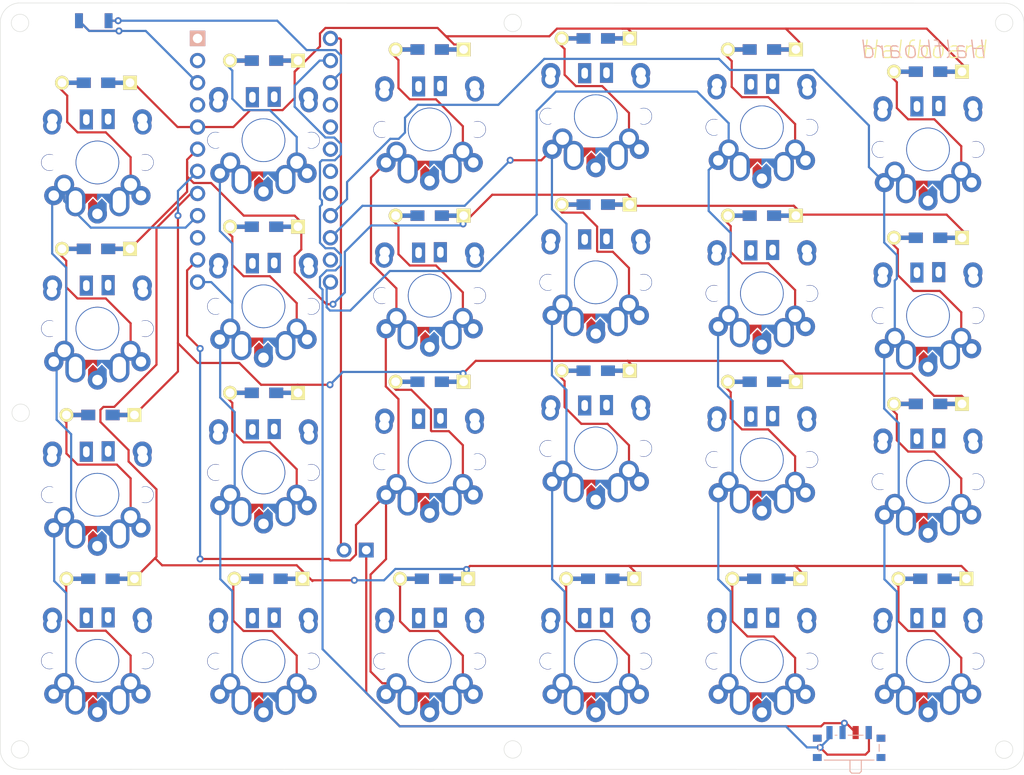
<source format=kicad_pcb>
(kicad_pcb (version 20171130) (host pcbnew 5.1.9)
  (layers (0 F.Cu signal) (31 B.Cu signal) (34 B.Paste user) (35 F.Paste user) (36 B.SilkS user) (37 F.SilkS user) (38 B.Mask user) (39 F.Mask user) (44 Edge.Cuts user))
  (net 0 "")
  (net 1 col0_row0)
  (net 2 col1_row0)
  (net 3 col2_row0)
  (net 4 col3_row0)
  (net 5 col4_row0)
  (net 6 col5_row0)
  (net 7 col0_row1)
  (net 8 row3)
  (net 9 col1_row1)
  (net 10 col2_row1)
  (net 11 col3_row1)
  (net 12 col4_row1)
  (net 13 col5_row1)
  (net 14 col0_row2)
  (net 15 col1_row2)
  (net 16 col2_row2)
  (net 17 col3_row2)
  (net 18 col4_row2)
  (net 19 col5_row2)
  (net 20 col0_row3)
  (net 21 col1_row3)
  (net 22 col2_row3)
  (net 23 col3_row3)
  (net 24 col4_row3)
  (net 25 col5_row3)
  (net 26 col0)
  (net 27 col1)
  (net 28 col2)
  (net 29 col3)
  (net 30 col4)
  (net 31 col5)
  (net 32 row0)
  (net 33 row1)
  (net 34 row2)
  (net 35 BAT0)
  (net 36 BAT_SW)
  (net 37 BAT_GND)
  (net 38 RESET)
  (net 39 RESET_GND)
  (module halfboard:MX-ALPs-PG1350-LED-FLIP (layer F.Cu) (at 49.182 63.754 180)
    (fp_text reference " " (at 0 -8.255) (layer F.SilkS))
    (fp_text value " " hide)
    (fp_poly (pts (xy -2.6162 -5.93852) (xy -0.508 -3.83032) (xy 0 -4.33832) (xy 0 -3.6322) (xy -2.6162 -3.6322)) (layer B.Cu) (width 0.1))
    (fp_poly (pts (xy 0.4064 -5.4864) (xy 0 -5.08) (xy 0 -4.699) (xy -0.508 -4.191) (xy -1.016 -4.699) (xy -1.016 -5.715) (xy -0.7112 -6.0198) (xy 0.4064 -6.0198)) (layer B.Cu) (width 0.1))
    (fp_poly (pts (xy 2.6162 -5.93852) (xy 0.508 -3.83032) (xy 0 -4.33832) (xy 0 -3.6322) (xy 2.6162 -3.6322)) (layer F.Cu) (width 0.1))
    (fp_poly (pts (xy -0.4064 -5.4864) (xy 0 -5.08) (xy 0 -4.699) (xy 0.508 -4.191) (xy 1.016 -4.699) (xy 1.016 -5.715) (xy 0.7112 -6.0198) (xy -0.4064 -6.0198)) (layer F.Cu) (width 0.1))
    (pad "" thru_hole circle (at 5.22 4.2 180) (size 2 2) (drill 1.2) (layers *.Cu *.Mask))
    (pad "" thru_hole circle (at -5.22 4.2 180) (size 2 2) (drill 1.2) (layers *.Cu *.Mask))
    (pad 4 thru_hole rect (at 1.27 4.93 90) (size 2.3 1.5) (drill oval 1.25 0.75) (layers *.Cu *.Mask))
    (pad 3 thru_hole rect (at -1.23 4.98 90) (size 2.3 1.5) (drill oval 1.25 0.75) (layers *.Cu *.Mask))
    (pad "" np_thru_hole circle (at 5.08 0 180) (size 1.7018 1.7018) (drill 1.7018) (layers *.Cu *.Mask))
    (pad "" np_thru_hole circle (at -5.08 0 180) (size 1.7018 1.7018) (drill 1.7018) (layers *.Cu *.Mask))
    (pad 1 thru_hole oval (at 2.52 -4.5 180) (size 2.3 3.337) (drill oval 1.513 2.55) (layers *.Cu *.Mask) (net 26 col0))
    (pad 2 thru_hole oval (at -2.52 -4.5 180) (size 2.3 3.337) (drill oval 1.513 2.55) (layers *.Cu *.Mask) (net 1 col0_row0))
    (pad 1 thru_hole circle (at 3.81 -2.54 180) (size 2.286 2.286) (drill 1.4986) (layers *.Cu *.Mask) (net 26 col0))
    (pad 2 thru_hole circle (at -3.81 -2.54 180) (size 2.286 2.286) (drill 1.4986) (layers *.Cu *.Mask) (net 1 col0_row0))
    (pad "" thru_hole circle (at 5.15 5 90) (size 2.2 2.2) (drill 1.2) (layers *.Cu *.Mask))
    (pad 2 thru_hole circle (at -5 -3.8 90) (size 2.2 2.2) (drill 1.2) (layers *.Cu *.Mask) (net 1 col0_row0))
    (pad "" thru_hole circle (at -5.15 5 90) (size 2.2 2.2) (drill 1.2) (layers *.Cu *.Mask))
    (pad 5 thru_hole circle (at 0 -5.9 90) (size 2.2 2.2) (drill 1.2) (layers *.Cu *.Mask))
    (pad 1 thru_hole circle (at 5 -3.8 90) (size 2.2 2.2) (drill 1.2) (layers *.Cu *.Mask) (net 26 col0))
    (pad "" np_thru_hole circle (at 5.5 0 90) (size 1.9 1.9) (drill 1.8) (layers *.Cu *.Mask))
    (pad "" np_thru_hole circle (at -5.5 0 90) (size 1.9 1.9) (drill 1.8) (layers *.Cu *.Mask))
    (pad "" np_thru_hole circle (at 0 0 90) (size 5 5) (drill 4.8) (layers *.Cu *.Mask))
  )
  (module halfboard:MX-ALPs-PG1350-LED-FLIP (layer F.Cu) (at 144.430303 62.25973 180)
    (fp_text reference " " hide)
    (fp_text value " " hide)
    (fp_text user %R (at 0 -8.255) (layer B.SilkS) (effects (justify mirror)))
    (fp_poly (pts (xy -2.6162 -5.93852) (xy -0.508 -3.83032) (xy 0 -4.33832) (xy 0 -3.6322) (xy -2.6162 -3.6322)) (layer B.Cu) (width 0.1))
    (fp_poly (pts (xy 0.4064 -5.4864) (xy 0 -5.08) (xy 0 -4.699) (xy -0.508 -4.191) (xy -1.016 -4.699) (xy -1.016 -5.715) (xy -0.7112 -6.0198) (xy 0.4064 -6.0198)) (layer B.Cu) (width 0.1))
    (fp_poly (pts (xy 2.6162 -5.93852) (xy 0.508 -3.83032) (xy 0 -4.33832) (xy 0 -3.6322) (xy 2.6162 -3.6322)) (layer F.Cu) (width 0.1))
    (fp_poly (pts (xy -0.4064 -5.4864) (xy 0 -5.08) (xy 0 -4.699) (xy 0.508 -4.191) (xy 1.016 -4.699) (xy 1.016 -5.715) (xy 0.7112 -6.0198) (xy -0.4064 -6.0198)) (layer F.Cu) (width 0.1))
    (pad "" thru_hole circle (at 5.22 4.2 180) (size 2 2) (drill 1.2) (layers *.Cu *.Mask))
    (pad "" thru_hole circle (at -5.22 4.2 180) (size 2 2) (drill 1.2) (layers *.Cu *.Mask))
    (pad 4 thru_hole rect (at 1.27 4.93 90) (size 2.3 1.5) (drill oval 1.25 0.75) (layers *.Cu *.Mask))
    (pad 3 thru_hole rect (at -1.23 4.98 90) (size 2.3 1.5) (drill oval 1.25 0.75) (layers *.Cu *.Mask))
    (pad "" np_thru_hole circle (at 5.08 0 180) (size 1.7018 1.7018) (drill 1.7018) (layers *.Cu *.Mask))
    (pad "" np_thru_hole circle (at -5.08 0 180) (size 1.7018 1.7018) (drill 1.7018) (layers *.Cu *.Mask))
    (pad 1 thru_hole oval (at 2.52 -4.5 180) (size 2.3 3.337) (drill oval 1.513 2.55) (layers *.Cu *.Mask) (net 31 col5))
    (pad 2 thru_hole oval (at -2.52 -4.5 180) (size 2.3 3.337) (drill oval 1.513 2.55) (layers *.Cu *.Mask) (net 6 col5_row0))
    (pad 1 thru_hole circle (at 3.81 -2.54 180) (size 2.286 2.286) (drill 1.4986) (layers *.Cu *.Mask) (net 31 col5))
    (pad 2 thru_hole circle (at -3.81 -2.54 180) (size 2.286 2.286) (drill 1.4986) (layers *.Cu *.Mask) (net 6 col5_row0))
    (pad "" thru_hole circle (at 5.15 5 90) (size 2.2 2.2) (drill 1.2) (layers *.Cu *.Mask))
    (pad 2 thru_hole circle (at -5 -3.8 90) (size 2.2 2.2) (drill 1.2) (layers *.Cu *.Mask) (net 6 col5_row0))
    (pad "" thru_hole circle (at -5.15 5 90) (size 2.2 2.2) (drill 1.2) (layers *.Cu *.Mask))
    (pad 5 thru_hole circle (at 0 -5.9 90) (size 2.2 2.2) (drill 1.2) (layers *.Cu *.Mask))
    (pad 1 thru_hole circle (at 5 -3.8 90) (size 2.2 2.2) (drill 1.2) (layers *.Cu *.Mask) (net 31 col5))
    (pad "" np_thru_hole circle (at 5.5 0 90) (size 1.9 1.9) (drill 1.8) (layers *.Cu *.Mask))
    (pad "" np_thru_hole circle (at -5.5 0 90) (size 1.9 1.9) (drill 1.8) (layers *.Cu *.Mask))
    (pad "" np_thru_hole circle (at 0 0 90) (size 5 5) (drill 4.8) (layers *.Cu *.Mask))
  )
  (module halfboard:MX-ALPs-PG1350-LED-FLIP (layer F.Cu) (at 144.430303 81.30973 180)
    (fp_text reference " " hide)
    (fp_text value " " hide)
    (fp_text user %R (at 0 -8.255) (layer B.SilkS) (effects (justify mirror)))
    (fp_poly (pts (xy -2.6162 -5.93852) (xy -0.508 -3.83032) (xy 0 -4.33832) (xy 0 -3.6322) (xy -2.6162 -3.6322)) (layer B.Cu) (width 0.1))
    (fp_poly (pts (xy 0.4064 -5.4864) (xy 0 -5.08) (xy 0 -4.699) (xy -0.508 -4.191) (xy -1.016 -4.699) (xy -1.016 -5.715) (xy -0.7112 -6.0198) (xy 0.4064 -6.0198)) (layer B.Cu) (width 0.1))
    (fp_poly (pts (xy 2.6162 -5.93852) (xy 0.508 -3.83032) (xy 0 -4.33832) (xy 0 -3.6322) (xy 2.6162 -3.6322)) (layer F.Cu) (width 0.1))
    (fp_poly (pts (xy -0.4064 -5.4864) (xy 0 -5.08) (xy 0 -4.699) (xy 0.508 -4.191) (xy 1.016 -4.699) (xy 1.016 -5.715) (xy 0.7112 -6.0198) (xy -0.4064 -6.0198)) (layer F.Cu) (width 0.1))
    (pad "" thru_hole circle (at 5.22 4.2 180) (size 2 2) (drill 1.2) (layers *.Cu *.Mask))
    (pad "" thru_hole circle (at -5.22 4.2 180) (size 2 2) (drill 1.2) (layers *.Cu *.Mask))
    (pad 4 thru_hole rect (at 1.27 4.93 90) (size 2.3 1.5) (drill oval 1.25 0.75) (layers *.Cu *.Mask))
    (pad 3 thru_hole rect (at -1.23 4.98 90) (size 2.3 1.5) (drill oval 1.25 0.75) (layers *.Cu *.Mask))
    (pad "" np_thru_hole circle (at 5.08 0 180) (size 1.7018 1.7018) (drill 1.7018) (layers *.Cu *.Mask))
    (pad "" np_thru_hole circle (at -5.08 0 180) (size 1.7018 1.7018) (drill 1.7018) (layers *.Cu *.Mask))
    (pad 1 thru_hole oval (at 2.52 -4.5 180) (size 2.3 3.337) (drill oval 1.513 2.55) (layers *.Cu *.Mask) (net 31 col5))
    (pad 2 thru_hole oval (at -2.52 -4.5 180) (size 2.3 3.337) (drill oval 1.513 2.55) (layers *.Cu *.Mask) (net 13 col5_row1))
    (pad 1 thru_hole circle (at 3.81 -2.54 180) (size 2.286 2.286) (drill 1.4986) (layers *.Cu *.Mask) (net 31 col5))
    (pad 2 thru_hole circle (at -3.81 -2.54 180) (size 2.286 2.286) (drill 1.4986) (layers *.Cu *.Mask) (net 13 col5_row1))
    (pad "" thru_hole circle (at 5.15 5 90) (size 2.2 2.2) (drill 1.2) (layers *.Cu *.Mask))
    (pad 2 thru_hole circle (at -5 -3.8 90) (size 2.2 2.2) (drill 1.2) (layers *.Cu *.Mask) (net 13 col5_row1))
    (pad "" thru_hole circle (at -5.15 5 90) (size 2.2 2.2) (drill 1.2) (layers *.Cu *.Mask))
    (pad 5 thru_hole circle (at 0 -5.9 90) (size 2.2 2.2) (drill 1.2) (layers *.Cu *.Mask))
    (pad 1 thru_hole circle (at 5 -3.8 90) (size 2.2 2.2) (drill 1.2) (layers *.Cu *.Mask) (net 31 col5))
    (pad "" np_thru_hole circle (at 5.5 0 90) (size 1.9 1.9) (drill 1.8) (layers *.Cu *.Mask))
    (pad "" np_thru_hole circle (at -5.5 0 90) (size 1.9 1.9) (drill 1.8) (layers *.Cu *.Mask))
    (pad "" np_thru_hole circle (at 0 0 90) (size 5 5) (drill 4.8) (layers *.Cu *.Mask))
  )
  (module halfboard:MX-ALPs-PG1350-LED-FLIP (layer F.Cu) (at 144.430303 100.35973 180)
    (fp_text reference " " hide)
    (fp_text value " " hide)
    (fp_text user %R (at 0 -8.255) (layer B.SilkS) (effects (justify mirror)))
    (fp_poly (pts (xy -2.6162 -5.93852) (xy -0.508 -3.83032) (xy 0 -4.33832) (xy 0 -3.6322) (xy -2.6162 -3.6322)) (layer B.Cu) (width 0.1))
    (fp_poly (pts (xy 0.4064 -5.4864) (xy 0 -5.08) (xy 0 -4.699) (xy -0.508 -4.191) (xy -1.016 -4.699) (xy -1.016 -5.715) (xy -0.7112 -6.0198) (xy 0.4064 -6.0198)) (layer B.Cu) (width 0.1))
    (fp_poly (pts (xy 2.6162 -5.93852) (xy 0.508 -3.83032) (xy 0 -4.33832) (xy 0 -3.6322) (xy 2.6162 -3.6322)) (layer F.Cu) (width 0.1))
    (fp_poly (pts (xy -0.4064 -5.4864) (xy 0 -5.08) (xy 0 -4.699) (xy 0.508 -4.191) (xy 1.016 -4.699) (xy 1.016 -5.715) (xy 0.7112 -6.0198) (xy -0.4064 -6.0198)) (layer F.Cu) (width 0.1))
    (pad "" thru_hole circle (at 5.22 4.2 180) (size 2 2) (drill 1.2) (layers *.Cu *.Mask))
    (pad "" thru_hole circle (at -5.22 4.2 180) (size 2 2) (drill 1.2) (layers *.Cu *.Mask))
    (pad 4 thru_hole rect (at 1.27 4.93 90) (size 2.3 1.5) (drill oval 1.25 0.75) (layers *.Cu *.Mask))
    (pad 3 thru_hole rect (at -1.23 4.98 90) (size 2.3 1.5) (drill oval 1.25 0.75) (layers *.Cu *.Mask))
    (pad "" np_thru_hole circle (at 5.08 0 180) (size 1.7018 1.7018) (drill 1.7018) (layers *.Cu *.Mask))
    (pad "" np_thru_hole circle (at -5.08 0 180) (size 1.7018 1.7018) (drill 1.7018) (layers *.Cu *.Mask))
    (pad 1 thru_hole oval (at 2.52 -4.5 180) (size 2.3 3.337) (drill oval 1.513 2.55) (layers *.Cu *.Mask) (net 31 col5))
    (pad 2 thru_hole oval (at -2.52 -4.5 180) (size 2.3 3.337) (drill oval 1.513 2.55) (layers *.Cu *.Mask) (net 19 col5_row2))
    (pad 1 thru_hole circle (at 3.81 -2.54 180) (size 2.286 2.286) (drill 1.4986) (layers *.Cu *.Mask) (net 31 col5))
    (pad 2 thru_hole circle (at -3.81 -2.54 180) (size 2.286 2.286) (drill 1.4986) (layers *.Cu *.Mask) (net 19 col5_row2))
    (pad "" thru_hole circle (at 5.15 5 90) (size 2.2 2.2) (drill 1.2) (layers *.Cu *.Mask))
    (pad 2 thru_hole circle (at -5 -3.8 90) (size 2.2 2.2) (drill 1.2) (layers *.Cu *.Mask) (net 19 col5_row2))
    (pad "" thru_hole circle (at -5.15 5 90) (size 2.2 2.2) (drill 1.2) (layers *.Cu *.Mask))
    (pad 5 thru_hole circle (at 0 -5.9 90) (size 2.2 2.2) (drill 1.2) (layers *.Cu *.Mask))
    (pad 1 thru_hole circle (at 5 -3.8 90) (size 2.2 2.2) (drill 1.2) (layers *.Cu *.Mask) (net 31 col5))
    (pad "" np_thru_hole circle (at 5.5 0 90) (size 1.9 1.9) (drill 1.8) (layers *.Cu *.Mask))
    (pad "" np_thru_hole circle (at -5.5 0 90) (size 1.9 1.9) (drill 1.8) (layers *.Cu *.Mask))
    (pad "" np_thru_hole circle (at 0 0 90) (size 5 5) (drill 4.8) (layers *.Cu *.Mask))
  )
  (module halfboard:MX-ALPs-PG1350-LED-FLIP (layer F.Cu) (at 144.430303 120.93373 180)
    (fp_text reference " " hide)
    (fp_text value " " hide)
    (fp_text user %R (at 0 -8.255) (layer B.SilkS) (effects (justify mirror)))
    (fp_poly (pts (xy -2.6162 -5.93852) (xy -0.508 -3.83032) (xy 0 -4.33832) (xy 0 -3.6322) (xy -2.6162 -3.6322)) (layer B.Cu) (width 0.1))
    (fp_poly (pts (xy 0.4064 -5.4864) (xy 0 -5.08) (xy 0 -4.699) (xy -0.508 -4.191) (xy -1.016 -4.699) (xy -1.016 -5.715) (xy -0.7112 -6.0198) (xy 0.4064 -6.0198)) (layer B.Cu) (width 0.1))
    (fp_poly (pts (xy 2.6162 -5.93852) (xy 0.508 -3.83032) (xy 0 -4.33832) (xy 0 -3.6322) (xy 2.6162 -3.6322)) (layer F.Cu) (width 0.1))
    (fp_poly (pts (xy -0.4064 -5.4864) (xy 0 -5.08) (xy 0 -4.699) (xy 0.508 -4.191) (xy 1.016 -4.699) (xy 1.016 -5.715) (xy 0.7112 -6.0198) (xy -0.4064 -6.0198)) (layer F.Cu) (width 0.1))
    (pad "" thru_hole circle (at 5.22 4.2 180) (size 2 2) (drill 1.2) (layers *.Cu *.Mask))
    (pad "" thru_hole circle (at -5.22 4.2 180) (size 2 2) (drill 1.2) (layers *.Cu *.Mask))
    (pad 4 thru_hole rect (at 1.27 4.93 90) (size 2.3 1.5) (drill oval 1.25 0.75) (layers *.Cu *.Mask))
    (pad 3 thru_hole rect (at -1.23 4.98 90) (size 2.3 1.5) (drill oval 1.25 0.75) (layers *.Cu *.Mask))
    (pad "" np_thru_hole circle (at 5.08 0 180) (size 1.7018 1.7018) (drill 1.7018) (layers *.Cu *.Mask))
    (pad "" np_thru_hole circle (at -5.08 0 180) (size 1.7018 1.7018) (drill 1.7018) (layers *.Cu *.Mask))
    (pad 1 thru_hole oval (at 2.52 -4.5 180) (size 2.3 3.337) (drill oval 1.513 2.55) (layers *.Cu *.Mask) (net 31 col5))
    (pad 2 thru_hole oval (at -2.52 -4.5 180) (size 2.3 3.337) (drill oval 1.513 2.55) (layers *.Cu *.Mask) (net 25 col5_row3))
    (pad 1 thru_hole circle (at 3.81 -2.54 180) (size 2.286 2.286) (drill 1.4986) (layers *.Cu *.Mask) (net 31 col5))
    (pad 2 thru_hole circle (at -3.81 -2.54 180) (size 2.286 2.286) (drill 1.4986) (layers *.Cu *.Mask) (net 25 col5_row3))
    (pad "" thru_hole circle (at 5.15 5 90) (size 2.2 2.2) (drill 1.2) (layers *.Cu *.Mask))
    (pad 2 thru_hole circle (at -5 -3.8 90) (size 2.2 2.2) (drill 1.2) (layers *.Cu *.Mask) (net 25 col5_row3))
    (pad "" thru_hole circle (at -5.15 5 90) (size 2.2 2.2) (drill 1.2) (layers *.Cu *.Mask))
    (pad 5 thru_hole circle (at 0 -5.9 90) (size 2.2 2.2) (drill 1.2) (layers *.Cu *.Mask))
    (pad 1 thru_hole circle (at 5 -3.8 90) (size 2.2 2.2) (drill 1.2) (layers *.Cu *.Mask) (net 31 col5))
    (pad "" np_thru_hole circle (at 5.5 0 90) (size 1.9 1.9) (drill 1.8) (layers *.Cu *.Mask))
    (pad "" np_thru_hole circle (at -5.5 0 90) (size 1.9 1.9) (drill 1.8) (layers *.Cu *.Mask))
    (pad "" np_thru_hole circle (at 0 0 90) (size 5 5) (drill 4.8) (layers *.Cu *.Mask))
  )
  (module halfboard:MX-ALPs-PG1350-LED-FLIP (layer F.Cu) (at 125.380303 120.93373 180)
    (fp_text reference " " hide)
    (fp_text value " " hide)
    (fp_text user %R (at 0 -8.255) (layer B.SilkS) (effects (justify mirror)))
    (fp_poly (pts (xy -2.6162 -5.93852) (xy -0.508 -3.83032) (xy 0 -4.33832) (xy 0 -3.6322) (xy -2.6162 -3.6322)) (layer B.Cu) (width 0.1))
    (fp_poly (pts (xy 0.4064 -5.4864) (xy 0 -5.08) (xy 0 -4.699) (xy -0.508 -4.191) (xy -1.016 -4.699) (xy -1.016 -5.715) (xy -0.7112 -6.0198) (xy 0.4064 -6.0198)) (layer B.Cu) (width 0.1))
    (fp_poly (pts (xy 2.6162 -5.93852) (xy 0.508 -3.83032) (xy 0 -4.33832) (xy 0 -3.6322) (xy 2.6162 -3.6322)) (layer F.Cu) (width 0.1))
    (fp_poly (pts (xy -0.4064 -5.4864) (xy 0 -5.08) (xy 0 -4.699) (xy 0.508 -4.191) (xy 1.016 -4.699) (xy 1.016 -5.715) (xy 0.7112 -6.0198) (xy -0.4064 -6.0198)) (layer F.Cu) (width 0.1))
    (pad "" thru_hole circle (at 5.22 4.2 180) (size 2 2) (drill 1.2) (layers *.Cu *.Mask))
    (pad "" thru_hole circle (at -5.22 4.2 180) (size 2 2) (drill 1.2) (layers *.Cu *.Mask))
    (pad 4 thru_hole rect (at 1.27 4.93 90) (size 2.3 1.5) (drill oval 1.25 0.75) (layers *.Cu *.Mask))
    (pad 3 thru_hole rect (at -1.23 4.98 90) (size 2.3 1.5) (drill oval 1.25 0.75) (layers *.Cu *.Mask))
    (pad "" np_thru_hole circle (at 5.08 0 180) (size 1.7018 1.7018) (drill 1.7018) (layers *.Cu *.Mask))
    (pad "" np_thru_hole circle (at -5.08 0 180) (size 1.7018 1.7018) (drill 1.7018) (layers *.Cu *.Mask))
    (pad 1 thru_hole oval (at 2.52 -4.5 180) (size 2.3 3.337) (drill oval 1.513 2.55) (layers *.Cu *.Mask) (net 30 col4))
    (pad 2 thru_hole oval (at -2.52 -4.5 180) (size 2.3 3.337) (drill oval 1.513 2.55) (layers *.Cu *.Mask) (net 24 col4_row3))
    (pad 1 thru_hole circle (at 3.81 -2.54 180) (size 2.286 2.286) (drill 1.4986) (layers *.Cu *.Mask) (net 30 col4))
    (pad 2 thru_hole circle (at -3.81 -2.54 180) (size 2.286 2.286) (drill 1.4986) (layers *.Cu *.Mask) (net 24 col4_row3))
    (pad "" thru_hole circle (at 5.15 5 90) (size 2.2 2.2) (drill 1.2) (layers *.Cu *.Mask))
    (pad 2 thru_hole circle (at -5 -3.8 90) (size 2.2 2.2) (drill 1.2) (layers *.Cu *.Mask) (net 24 col4_row3))
    (pad "" thru_hole circle (at -5.15 5 90) (size 2.2 2.2) (drill 1.2) (layers *.Cu *.Mask))
    (pad 5 thru_hole circle (at 0 -5.9 90) (size 2.2 2.2) (drill 1.2) (layers *.Cu *.Mask))
    (pad 1 thru_hole circle (at 5 -3.8 90) (size 2.2 2.2) (drill 1.2) (layers *.Cu *.Mask) (net 30 col4))
    (pad "" np_thru_hole circle (at 5.5 0 90) (size 1.9 1.9) (drill 1.8) (layers *.Cu *.Mask))
    (pad "" np_thru_hole circle (at -5.5 0 90) (size 1.9 1.9) (drill 1.8) (layers *.Cu *.Mask))
    (pad "" np_thru_hole circle (at 0 0 90) (size 5 5) (drill 4.8) (layers *.Cu *.Mask))
  )
  (module halfboard:MX-ALPs-PG1350-LED-FLIP (layer F.Cu) (at 106.330303 120.93373 180)
    (fp_text reference " " hide)
    (fp_text value " " hide)
    (fp_text user %R (at 0 -8.255) (layer B.SilkS) (effects (justify mirror)))
    (fp_poly (pts (xy -2.6162 -5.93852) (xy -0.508 -3.83032) (xy 0 -4.33832) (xy 0 -3.6322) (xy -2.6162 -3.6322)) (layer B.Cu) (width 0.1))
    (fp_poly (pts (xy 0.4064 -5.4864) (xy 0 -5.08) (xy 0 -4.699) (xy -0.508 -4.191) (xy -1.016 -4.699) (xy -1.016 -5.715) (xy -0.7112 -6.0198) (xy 0.4064 -6.0198)) (layer B.Cu) (width 0.1))
    (fp_poly (pts (xy 2.6162 -5.93852) (xy 0.508 -3.83032) (xy 0 -4.33832) (xy 0 -3.6322) (xy 2.6162 -3.6322)) (layer F.Cu) (width 0.1))
    (fp_poly (pts (xy -0.4064 -5.4864) (xy 0 -5.08) (xy 0 -4.699) (xy 0.508 -4.191) (xy 1.016 -4.699) (xy 1.016 -5.715) (xy 0.7112 -6.0198) (xy -0.4064 -6.0198)) (layer F.Cu) (width 0.1))
    (pad "" thru_hole circle (at 5.22 4.2 180) (size 2 2) (drill 1.2) (layers *.Cu *.Mask))
    (pad "" thru_hole circle (at -5.22 4.2 180) (size 2 2) (drill 1.2) (layers *.Cu *.Mask))
    (pad 4 thru_hole rect (at 1.27 4.93 90) (size 2.3 1.5) (drill oval 1.25 0.75) (layers *.Cu *.Mask))
    (pad 3 thru_hole rect (at -1.23 4.98 90) (size 2.3 1.5) (drill oval 1.25 0.75) (layers *.Cu *.Mask))
    (pad "" np_thru_hole circle (at 5.08 0 180) (size 1.7018 1.7018) (drill 1.7018) (layers *.Cu *.Mask))
    (pad "" np_thru_hole circle (at -5.08 0 180) (size 1.7018 1.7018) (drill 1.7018) (layers *.Cu *.Mask))
    (pad 1 thru_hole oval (at 2.52 -4.5 180) (size 2.3 3.337) (drill oval 1.513 2.55) (layers *.Cu *.Mask) (net 29 col3))
    (pad 2 thru_hole oval (at -2.52 -4.5 180) (size 2.3 3.337) (drill oval 1.513 2.55) (layers *.Cu *.Mask) (net 23 col3_row3))
    (pad 1 thru_hole circle (at 3.81 -2.54 180) (size 2.286 2.286) (drill 1.4986) (layers *.Cu *.Mask) (net 29 col3))
    (pad 2 thru_hole circle (at -3.81 -2.54 180) (size 2.286 2.286) (drill 1.4986) (layers *.Cu *.Mask) (net 23 col3_row3))
    (pad "" thru_hole circle (at 5.15 5 90) (size 2.2 2.2) (drill 1.2) (layers *.Cu *.Mask))
    (pad 2 thru_hole circle (at -5 -3.8 90) (size 2.2 2.2) (drill 1.2) (layers *.Cu *.Mask) (net 23 col3_row3))
    (pad "" thru_hole circle (at -5.15 5 90) (size 2.2 2.2) (drill 1.2) (layers *.Cu *.Mask))
    (pad 5 thru_hole circle (at 0 -5.9 90) (size 2.2 2.2) (drill 1.2) (layers *.Cu *.Mask))
    (pad 1 thru_hole circle (at 5 -3.8 90) (size 2.2 2.2) (drill 1.2) (layers *.Cu *.Mask) (net 29 col3))
    (pad "" np_thru_hole circle (at 5.5 0 90) (size 1.9 1.9) (drill 1.8) (layers *.Cu *.Mask))
    (pad "" np_thru_hole circle (at -5.5 0 90) (size 1.9 1.9) (drill 1.8) (layers *.Cu *.Mask))
    (pad "" np_thru_hole circle (at 0 0 90) (size 5 5) (drill 4.8) (layers *.Cu *.Mask))
  )
  (module halfboard:MX-ALPs-PG1350-LED-FLIP (layer F.Cu) (at 87.280303 120.93373 180)
    (fp_text reference " " hide)
    (fp_text value " " hide)
    (fp_text user %R (at 0 -8.255) (layer B.SilkS) (effects (justify mirror)))
    (fp_poly (pts (xy -2.6162 -5.93852) (xy -0.508 -3.83032) (xy 0 -4.33832) (xy 0 -3.6322) (xy -2.6162 -3.6322)) (layer B.Cu) (width 0.1))
    (fp_poly (pts (xy 0.4064 -5.4864) (xy 0 -5.08) (xy 0 -4.699) (xy -0.508 -4.191) (xy -1.016 -4.699) (xy -1.016 -5.715) (xy -0.7112 -6.0198) (xy 0.4064 -6.0198)) (layer B.Cu) (width 0.1))
    (fp_poly (pts (xy 2.6162 -5.93852) (xy 0.508 -3.83032) (xy 0 -4.33832) (xy 0 -3.6322) (xy 2.6162 -3.6322)) (layer F.Cu) (width 0.1))
    (fp_poly (pts (xy -0.4064 -5.4864) (xy 0 -5.08) (xy 0 -4.699) (xy 0.508 -4.191) (xy 1.016 -4.699) (xy 1.016 -5.715) (xy 0.7112 -6.0198) (xy -0.4064 -6.0198)) (layer F.Cu) (width 0.1))
    (pad "" thru_hole circle (at 5.22 4.2 180) (size 2 2) (drill 1.2) (layers *.Cu *.Mask))
    (pad "" thru_hole circle (at -5.22 4.2 180) (size 2 2) (drill 1.2) (layers *.Cu *.Mask))
    (pad 4 thru_hole rect (at 1.27 4.93 90) (size 2.3 1.5) (drill oval 1.25 0.75) (layers *.Cu *.Mask))
    (pad 3 thru_hole rect (at -1.23 4.98 90) (size 2.3 1.5) (drill oval 1.25 0.75) (layers *.Cu *.Mask))
    (pad "" np_thru_hole circle (at 5.08 0 180) (size 1.7018 1.7018) (drill 1.7018) (layers *.Cu *.Mask))
    (pad "" np_thru_hole circle (at -5.08 0 180) (size 1.7018 1.7018) (drill 1.7018) (layers *.Cu *.Mask))
    (pad 1 thru_hole oval (at 2.52 -4.5 180) (size 2.3 3.337) (drill oval 1.513 2.55) (layers *.Cu *.Mask) (net 28 col2))
    (pad 2 thru_hole oval (at -2.52 -4.5 180) (size 2.3 3.337) (drill oval 1.513 2.55) (layers *.Cu *.Mask) (net 22 col2_row3))
    (pad 1 thru_hole circle (at 3.81 -2.54 180) (size 2.286 2.286) (drill 1.4986) (layers *.Cu *.Mask) (net 28 col2))
    (pad 2 thru_hole circle (at -3.81 -2.54 180) (size 2.286 2.286) (drill 1.4986) (layers *.Cu *.Mask) (net 22 col2_row3))
    (pad "" thru_hole circle (at 5.15 5 90) (size 2.2 2.2) (drill 1.2) (layers *.Cu *.Mask))
    (pad 2 thru_hole circle (at -5 -3.8 90) (size 2.2 2.2) (drill 1.2) (layers *.Cu *.Mask) (net 22 col2_row3))
    (pad "" thru_hole circle (at -5.15 5 90) (size 2.2 2.2) (drill 1.2) (layers *.Cu *.Mask))
    (pad 5 thru_hole circle (at 0 -5.9 90) (size 2.2 2.2) (drill 1.2) (layers *.Cu *.Mask))
    (pad 1 thru_hole circle (at 5 -3.8 90) (size 2.2 2.2) (drill 1.2) (layers *.Cu *.Mask) (net 28 col2))
    (pad "" np_thru_hole circle (at 5.5 0 90) (size 1.9 1.9) (drill 1.8) (layers *.Cu *.Mask))
    (pad "" np_thru_hole circle (at -5.5 0 90) (size 1.9 1.9) (drill 1.8) (layers *.Cu *.Mask))
    (pad "" np_thru_hole circle (at 0 0 90) (size 5 5) (drill 4.8) (layers *.Cu *.Mask))
  )
  (module halfboard:MX-ALPs-PG1350-LED-FLIP (layer F.Cu) (at 125.380303 97.81973 180)
    (fp_text reference " " hide)
    (fp_text value " " hide)
    (fp_text user %R (at 0 -8.255) (layer B.SilkS) (effects (justify mirror)))
    (fp_poly (pts (xy -2.6162 -5.93852) (xy -0.508 -3.83032) (xy 0 -4.33832) (xy 0 -3.6322) (xy -2.6162 -3.6322)) (layer B.Cu) (width 0.1))
    (fp_poly (pts (xy 0.4064 -5.4864) (xy 0 -5.08) (xy 0 -4.699) (xy -0.508 -4.191) (xy -1.016 -4.699) (xy -1.016 -5.715) (xy -0.7112 -6.0198) (xy 0.4064 -6.0198)) (layer B.Cu) (width 0.1))
    (fp_poly (pts (xy 2.6162 -5.93852) (xy 0.508 -3.83032) (xy 0 -4.33832) (xy 0 -3.6322) (xy 2.6162 -3.6322)) (layer F.Cu) (width 0.1))
    (fp_poly (pts (xy -0.4064 -5.4864) (xy 0 -5.08) (xy 0 -4.699) (xy 0.508 -4.191) (xy 1.016 -4.699) (xy 1.016 -5.715) (xy 0.7112 -6.0198) (xy -0.4064 -6.0198)) (layer F.Cu) (width 0.1))
    (pad "" thru_hole circle (at 5.22 4.2 180) (size 2 2) (drill 1.2) (layers *.Cu *.Mask))
    (pad "" thru_hole circle (at -5.22 4.2 180) (size 2 2) (drill 1.2) (layers *.Cu *.Mask))
    (pad 4 thru_hole rect (at 1.27 4.93 90) (size 2.3 1.5) (drill oval 1.25 0.75) (layers *.Cu *.Mask))
    (pad 3 thru_hole rect (at -1.23 4.98 90) (size 2.3 1.5) (drill oval 1.25 0.75) (layers *.Cu *.Mask))
    (pad "" np_thru_hole circle (at 5.08 0 180) (size 1.7018 1.7018) (drill 1.7018) (layers *.Cu *.Mask))
    (pad "" np_thru_hole circle (at -5.08 0 180) (size 1.7018 1.7018) (drill 1.7018) (layers *.Cu *.Mask))
    (pad 1 thru_hole oval (at 2.52 -4.5 180) (size 2.3 3.337) (drill oval 1.513 2.55) (layers *.Cu *.Mask) (net 30 col4))
    (pad 2 thru_hole oval (at -2.52 -4.5 180) (size 2.3 3.337) (drill oval 1.513 2.55) (layers *.Cu *.Mask) (net 18 col4_row2))
    (pad 1 thru_hole circle (at 3.81 -2.54 180) (size 2.286 2.286) (drill 1.4986) (layers *.Cu *.Mask) (net 30 col4))
    (pad 2 thru_hole circle (at -3.81 -2.54 180) (size 2.286 2.286) (drill 1.4986) (layers *.Cu *.Mask) (net 18 col4_row2))
    (pad "" thru_hole circle (at 5.15 5 90) (size 2.2 2.2) (drill 1.2) (layers *.Cu *.Mask))
    (pad 2 thru_hole circle (at -5 -3.8 90) (size 2.2 2.2) (drill 1.2) (layers *.Cu *.Mask) (net 18 col4_row2))
    (pad "" thru_hole circle (at -5.15 5 90) (size 2.2 2.2) (drill 1.2) (layers *.Cu *.Mask))
    (pad 5 thru_hole circle (at 0 -5.9 90) (size 2.2 2.2) (drill 1.2) (layers *.Cu *.Mask))
    (pad 1 thru_hole circle (at 5 -3.8 90) (size 2.2 2.2) (drill 1.2) (layers *.Cu *.Mask) (net 30 col4))
    (pad "" np_thru_hole circle (at 5.5 0 90) (size 1.9 1.9) (drill 1.8) (layers *.Cu *.Mask))
    (pad "" np_thru_hole circle (at -5.5 0 90) (size 1.9 1.9) (drill 1.8) (layers *.Cu *.Mask))
    (pad "" np_thru_hole circle (at 0 0 90) (size 5 5) (drill 4.8) (layers *.Cu *.Mask))
  )
  (module halfboard:MX-ALPs-PG1350-LED-FLIP (layer F.Cu) (at 125.380303 78.76973 180)
    (fp_text reference " " hide)
    (fp_text value " " hide)
    (fp_text user %R (at 0 -8.255) (layer B.SilkS) (effects (justify mirror)))
    (fp_poly (pts (xy -2.6162 -5.93852) (xy -0.508 -3.83032) (xy 0 -4.33832) (xy 0 -3.6322) (xy -2.6162 -3.6322)) (layer B.Cu) (width 0.1))
    (fp_poly (pts (xy 0.4064 -5.4864) (xy 0 -5.08) (xy 0 -4.699) (xy -0.508 -4.191) (xy -1.016 -4.699) (xy -1.016 -5.715) (xy -0.7112 -6.0198) (xy 0.4064 -6.0198)) (layer B.Cu) (width 0.1))
    (fp_poly (pts (xy 2.6162 -5.93852) (xy 0.508 -3.83032) (xy 0 -4.33832) (xy 0 -3.6322) (xy 2.6162 -3.6322)) (layer F.Cu) (width 0.1))
    (fp_poly (pts (xy -0.4064 -5.4864) (xy 0 -5.08) (xy 0 -4.699) (xy 0.508 -4.191) (xy 1.016 -4.699) (xy 1.016 -5.715) (xy 0.7112 -6.0198) (xy -0.4064 -6.0198)) (layer F.Cu) (width 0.1))
    (pad "" thru_hole circle (at 5.22 4.2 180) (size 2 2) (drill 1.2) (layers *.Cu *.Mask))
    (pad "" thru_hole circle (at -5.22 4.2 180) (size 2 2) (drill 1.2) (layers *.Cu *.Mask))
    (pad 4 thru_hole rect (at 1.27 4.93 90) (size 2.3 1.5) (drill oval 1.25 0.75) (layers *.Cu *.Mask))
    (pad 3 thru_hole rect (at -1.23 4.98 90) (size 2.3 1.5) (drill oval 1.25 0.75) (layers *.Cu *.Mask))
    (pad "" np_thru_hole circle (at 5.08 0 180) (size 1.7018 1.7018) (drill 1.7018) (layers *.Cu *.Mask))
    (pad "" np_thru_hole circle (at -5.08 0 180) (size 1.7018 1.7018) (drill 1.7018) (layers *.Cu *.Mask))
    (pad 1 thru_hole oval (at 2.52 -4.5 180) (size 2.3 3.337) (drill oval 1.513 2.55) (layers *.Cu *.Mask) (net 30 col4))
    (pad 2 thru_hole oval (at -2.52 -4.5 180) (size 2.3 3.337) (drill oval 1.513 2.55) (layers *.Cu *.Mask) (net 12 col4_row1))
    (pad 1 thru_hole circle (at 3.81 -2.54 180) (size 2.286 2.286) (drill 1.4986) (layers *.Cu *.Mask) (net 30 col4))
    (pad 2 thru_hole circle (at -3.81 -2.54 180) (size 2.286 2.286) (drill 1.4986) (layers *.Cu *.Mask) (net 12 col4_row1))
    (pad "" thru_hole circle (at 5.15 5 90) (size 2.2 2.2) (drill 1.2) (layers *.Cu *.Mask))
    (pad 2 thru_hole circle (at -5 -3.8 90) (size 2.2 2.2) (drill 1.2) (layers *.Cu *.Mask) (net 12 col4_row1))
    (pad "" thru_hole circle (at -5.15 5 90) (size 2.2 2.2) (drill 1.2) (layers *.Cu *.Mask))
    (pad 5 thru_hole circle (at 0 -5.9 90) (size 2.2 2.2) (drill 1.2) (layers *.Cu *.Mask))
    (pad 1 thru_hole circle (at 5 -3.8 90) (size 2.2 2.2) (drill 1.2) (layers *.Cu *.Mask) (net 30 col4))
    (pad "" np_thru_hole circle (at 5.5 0 90) (size 1.9 1.9) (drill 1.8) (layers *.Cu *.Mask))
    (pad "" np_thru_hole circle (at -5.5 0 90) (size 1.9 1.9) (drill 1.8) (layers *.Cu *.Mask))
    (pad "" np_thru_hole circle (at 0 0 90) (size 5 5) (drill 4.8) (layers *.Cu *.Mask))
  )
  (module halfboard:MX-ALPs-PG1350-LED-FLIP (layer F.Cu) (at 125.380303 59.71973 180)
    (fp_text reference " " hide)
    (fp_text value " " hide)
    (fp_text user %R (at 0 -8.255) (layer B.SilkS) (effects (justify mirror)))
    (fp_poly (pts (xy -2.6162 -5.93852) (xy -0.508 -3.83032) (xy 0 -4.33832) (xy 0 -3.6322) (xy -2.6162 -3.6322)) (layer B.Cu) (width 0.1))
    (fp_poly (pts (xy 0.4064 -5.4864) (xy 0 -5.08) (xy 0 -4.699) (xy -0.508 -4.191) (xy -1.016 -4.699) (xy -1.016 -5.715) (xy -0.7112 -6.0198) (xy 0.4064 -6.0198)) (layer B.Cu) (width 0.1))
    (fp_poly (pts (xy 2.6162 -5.93852) (xy 0.508 -3.83032) (xy 0 -4.33832) (xy 0 -3.6322) (xy 2.6162 -3.6322)) (layer F.Cu) (width 0.1))
    (fp_poly (pts (xy -0.4064 -5.4864) (xy 0 -5.08) (xy 0 -4.699) (xy 0.508 -4.191) (xy 1.016 -4.699) (xy 1.016 -5.715) (xy 0.7112 -6.0198) (xy -0.4064 -6.0198)) (layer F.Cu) (width 0.1))
    (pad "" thru_hole circle (at 5.22 4.2 180) (size 2 2) (drill 1.2) (layers *.Cu *.Mask))
    (pad "" thru_hole circle (at -5.22 4.2 180) (size 2 2) (drill 1.2) (layers *.Cu *.Mask))
    (pad 4 thru_hole rect (at 1.27 4.93 90) (size 2.3 1.5) (drill oval 1.25 0.75) (layers *.Cu *.Mask))
    (pad 3 thru_hole rect (at -1.23 4.98 90) (size 2.3 1.5) (drill oval 1.25 0.75) (layers *.Cu *.Mask))
    (pad "" np_thru_hole circle (at 5.08 0 180) (size 1.7018 1.7018) (drill 1.7018) (layers *.Cu *.Mask))
    (pad "" np_thru_hole circle (at -5.08 0 180) (size 1.7018 1.7018) (drill 1.7018) (layers *.Cu *.Mask))
    (pad 1 thru_hole oval (at 2.52 -4.5 180) (size 2.3 3.337) (drill oval 1.513 2.55) (layers *.Cu *.Mask) (net 30 col4))
    (pad 2 thru_hole oval (at -2.52 -4.5 180) (size 2.3 3.337) (drill oval 1.513 2.55) (layers *.Cu *.Mask) (net 5 col4_row0))
    (pad 1 thru_hole circle (at 3.81 -2.54 180) (size 2.286 2.286) (drill 1.4986) (layers *.Cu *.Mask) (net 30 col4))
    (pad 2 thru_hole circle (at -3.81 -2.54 180) (size 2.286 2.286) (drill 1.4986) (layers *.Cu *.Mask) (net 5 col4_row0))
    (pad "" thru_hole circle (at 5.15 5 90) (size 2.2 2.2) (drill 1.2) (layers *.Cu *.Mask))
    (pad 2 thru_hole circle (at -5 -3.8 90) (size 2.2 2.2) (drill 1.2) (layers *.Cu *.Mask) (net 5 col4_row0))
    (pad "" thru_hole circle (at -5.15 5 90) (size 2.2 2.2) (drill 1.2) (layers *.Cu *.Mask))
    (pad 5 thru_hole circle (at 0 -5.9 90) (size 2.2 2.2) (drill 1.2) (layers *.Cu *.Mask))
    (pad 1 thru_hole circle (at 5 -3.8 90) (size 2.2 2.2) (drill 1.2) (layers *.Cu *.Mask) (net 30 col4))
    (pad "" np_thru_hole circle (at 5.5 0 90) (size 1.9 1.9) (drill 1.8) (layers *.Cu *.Mask))
    (pad "" np_thru_hole circle (at -5.5 0 90) (size 1.9 1.9) (drill 1.8) (layers *.Cu *.Mask))
    (pad "" np_thru_hole circle (at 0 0 90) (size 5 5) (drill 4.8) (layers *.Cu *.Mask))
  )
  (module halfboard:MX-ALPs-PG1350-LED-FLIP (layer F.Cu) (at 106.330303 58.44973 180)
    (fp_text reference " " hide)
    (fp_text value " " hide)
    (fp_text user %R (at 0 -8.255) (layer B.SilkS) (effects (justify mirror)))
    (fp_poly (pts (xy -2.6162 -5.93852) (xy -0.508 -3.83032) (xy 0 -4.33832) (xy 0 -3.6322) (xy -2.6162 -3.6322)) (layer B.Cu) (width 0.1))
    (fp_poly (pts (xy 0.4064 -5.4864) (xy 0 -5.08) (xy 0 -4.699) (xy -0.508 -4.191) (xy -1.016 -4.699) (xy -1.016 -5.715) (xy -0.7112 -6.0198) (xy 0.4064 -6.0198)) (layer B.Cu) (width 0.1))
    (fp_poly (pts (xy 2.6162 -5.93852) (xy 0.508 -3.83032) (xy 0 -4.33832) (xy 0 -3.6322) (xy 2.6162 -3.6322)) (layer F.Cu) (width 0.1))
    (fp_poly (pts (xy -0.4064 -5.4864) (xy 0 -5.08) (xy 0 -4.699) (xy 0.508 -4.191) (xy 1.016 -4.699) (xy 1.016 -5.715) (xy 0.7112 -6.0198) (xy -0.4064 -6.0198)) (layer F.Cu) (width 0.1))
    (pad "" thru_hole circle (at 5.22 4.2 180) (size 2 2) (drill 1.2) (layers *.Cu *.Mask))
    (pad "" thru_hole circle (at -5.22 4.2 180) (size 2 2) (drill 1.2) (layers *.Cu *.Mask))
    (pad 4 thru_hole rect (at 1.27 4.93 90) (size 2.3 1.5) (drill oval 1.25 0.75) (layers *.Cu *.Mask))
    (pad 3 thru_hole rect (at -1.23 4.98 90) (size 2.3 1.5) (drill oval 1.25 0.75) (layers *.Cu *.Mask))
    (pad "" np_thru_hole circle (at 5.08 0 180) (size 1.7018 1.7018) (drill 1.7018) (layers *.Cu *.Mask))
    (pad "" np_thru_hole circle (at -5.08 0 180) (size 1.7018 1.7018) (drill 1.7018) (layers *.Cu *.Mask))
    (pad 1 thru_hole oval (at 2.52 -4.5 180) (size 2.3 3.337) (drill oval 1.513 2.55) (layers *.Cu *.Mask) (net 29 col3))
    (pad 2 thru_hole oval (at -2.52 -4.5 180) (size 2.3 3.337) (drill oval 1.513 2.55) (layers *.Cu *.Mask) (net 4 col3_row0))
    (pad 1 thru_hole circle (at 3.81 -2.54 180) (size 2.286 2.286) (drill 1.4986) (layers *.Cu *.Mask) (net 29 col3))
    (pad 2 thru_hole circle (at -3.81 -2.54 180) (size 2.286 2.286) (drill 1.4986) (layers *.Cu *.Mask) (net 4 col3_row0))
    (pad "" thru_hole circle (at 5.15 5 90) (size 2.2 2.2) (drill 1.2) (layers *.Cu *.Mask))
    (pad 2 thru_hole circle (at -5 -3.8 90) (size 2.2 2.2) (drill 1.2) (layers *.Cu *.Mask) (net 4 col3_row0))
    (pad "" thru_hole circle (at -5.15 5 90) (size 2.2 2.2) (drill 1.2) (layers *.Cu *.Mask))
    (pad 5 thru_hole circle (at 0 -5.9 90) (size 2.2 2.2) (drill 1.2) (layers *.Cu *.Mask))
    (pad 1 thru_hole circle (at 5 -3.8 90) (size 2.2 2.2) (drill 1.2) (layers *.Cu *.Mask) (net 29 col3))
    (pad "" np_thru_hole circle (at 5.5 0 90) (size 1.9 1.9) (drill 1.8) (layers *.Cu *.Mask))
    (pad "" np_thru_hole circle (at -5.5 0 90) (size 1.9 1.9) (drill 1.8) (layers *.Cu *.Mask))
    (pad "" np_thru_hole circle (at 0 0 90) (size 5 5) (drill 4.8) (layers *.Cu *.Mask))
  )
  (module halfboard:MX-ALPs-PG1350-LED-FLIP (layer F.Cu) (at 106.330303 77.49973 180)
    (fp_text reference " " hide)
    (fp_text value " " hide)
    (fp_text user %R (at 0 -8.255) (layer B.SilkS) (effects (justify mirror)))
    (fp_poly (pts (xy -2.6162 -5.93852) (xy -0.508 -3.83032) (xy 0 -4.33832) (xy 0 -3.6322) (xy -2.6162 -3.6322)) (layer B.Cu) (width 0.1))
    (fp_poly (pts (xy 0.4064 -5.4864) (xy 0 -5.08) (xy 0 -4.699) (xy -0.508 -4.191) (xy -1.016 -4.699) (xy -1.016 -5.715) (xy -0.7112 -6.0198) (xy 0.4064 -6.0198)) (layer B.Cu) (width 0.1))
    (fp_poly (pts (xy 2.6162 -5.93852) (xy 0.508 -3.83032) (xy 0 -4.33832) (xy 0 -3.6322) (xy 2.6162 -3.6322)) (layer F.Cu) (width 0.1))
    (fp_poly (pts (xy -0.4064 -5.4864) (xy 0 -5.08) (xy 0 -4.699) (xy 0.508 -4.191) (xy 1.016 -4.699) (xy 1.016 -5.715) (xy 0.7112 -6.0198) (xy -0.4064 -6.0198)) (layer F.Cu) (width 0.1))
    (pad "" thru_hole circle (at 5.22 4.2 180) (size 2 2) (drill 1.2) (layers *.Cu *.Mask))
    (pad "" thru_hole circle (at -5.22 4.2 180) (size 2 2) (drill 1.2) (layers *.Cu *.Mask))
    (pad 4 thru_hole rect (at 1.27 4.93 90) (size 2.3 1.5) (drill oval 1.25 0.75) (layers *.Cu *.Mask))
    (pad 3 thru_hole rect (at -1.23 4.98 90) (size 2.3 1.5) (drill oval 1.25 0.75) (layers *.Cu *.Mask))
    (pad "" np_thru_hole circle (at 5.08 0 180) (size 1.7018 1.7018) (drill 1.7018) (layers *.Cu *.Mask))
    (pad "" np_thru_hole circle (at -5.08 0 180) (size 1.7018 1.7018) (drill 1.7018) (layers *.Cu *.Mask))
    (pad 1 thru_hole oval (at 2.52 -4.5 180) (size 2.3 3.337) (drill oval 1.513 2.55) (layers *.Cu *.Mask) (net 29 col3))
    (pad 2 thru_hole oval (at -2.52 -4.5 180) (size 2.3 3.337) (drill oval 1.513 2.55) (layers *.Cu *.Mask) (net 11 col3_row1))
    (pad 1 thru_hole circle (at 3.81 -2.54 180) (size 2.286 2.286) (drill 1.4986) (layers *.Cu *.Mask) (net 29 col3))
    (pad 2 thru_hole circle (at -3.81 -2.54 180) (size 2.286 2.286) (drill 1.4986) (layers *.Cu *.Mask) (net 11 col3_row1))
    (pad "" thru_hole circle (at 5.15 5 90) (size 2.2 2.2) (drill 1.2) (layers *.Cu *.Mask))
    (pad 2 thru_hole circle (at -5 -3.8 90) (size 2.2 2.2) (drill 1.2) (layers *.Cu *.Mask) (net 11 col3_row1))
    (pad "" thru_hole circle (at -5.15 5 90) (size 2.2 2.2) (drill 1.2) (layers *.Cu *.Mask))
    (pad 5 thru_hole circle (at 0 -5.9 90) (size 2.2 2.2) (drill 1.2) (layers *.Cu *.Mask))
    (pad 1 thru_hole circle (at 5 -3.8 90) (size 2.2 2.2) (drill 1.2) (layers *.Cu *.Mask) (net 29 col3))
    (pad "" np_thru_hole circle (at 5.5 0 90) (size 1.9 1.9) (drill 1.8) (layers *.Cu *.Mask))
    (pad "" np_thru_hole circle (at -5.5 0 90) (size 1.9 1.9) (drill 1.8) (layers *.Cu *.Mask))
    (pad "" np_thru_hole circle (at 0 0 90) (size 5 5) (drill 4.8) (layers *.Cu *.Mask))
  )
  (module halfboard:MX-ALPs-PG1350-LED-FLIP (layer F.Cu) (at 106.330303 96.54973 180)
    (fp_text reference " " hide)
    (fp_text value " " hide)
    (fp_text user %R (at 0 -8.255) (layer B.SilkS) (effects (justify mirror)))
    (fp_poly (pts (xy -2.6162 -5.93852) (xy -0.508 -3.83032) (xy 0 -4.33832) (xy 0 -3.6322) (xy -2.6162 -3.6322)) (layer B.Cu) (width 0.1))
    (fp_poly (pts (xy 0.4064 -5.4864) (xy 0 -5.08) (xy 0 -4.699) (xy -0.508 -4.191) (xy -1.016 -4.699) (xy -1.016 -5.715) (xy -0.7112 -6.0198) (xy 0.4064 -6.0198)) (layer B.Cu) (width 0.1))
    (fp_poly (pts (xy 2.6162 -5.93852) (xy 0.508 -3.83032) (xy 0 -4.33832) (xy 0 -3.6322) (xy 2.6162 -3.6322)) (layer F.Cu) (width 0.1))
    (fp_poly (pts (xy -0.4064 -5.4864) (xy 0 -5.08) (xy 0 -4.699) (xy 0.508 -4.191) (xy 1.016 -4.699) (xy 1.016 -5.715) (xy 0.7112 -6.0198) (xy -0.4064 -6.0198)) (layer F.Cu) (width 0.1))
    (pad "" thru_hole circle (at 5.22 4.2 180) (size 2 2) (drill 1.2) (layers *.Cu *.Mask))
    (pad "" thru_hole circle (at -5.22 4.2 180) (size 2 2) (drill 1.2) (layers *.Cu *.Mask))
    (pad 4 thru_hole rect (at 1.27 4.93 90) (size 2.3 1.5) (drill oval 1.25 0.75) (layers *.Cu *.Mask))
    (pad 3 thru_hole rect (at -1.23 4.98 90) (size 2.3 1.5) (drill oval 1.25 0.75) (layers *.Cu *.Mask))
    (pad "" np_thru_hole circle (at 5.08 0 180) (size 1.7018 1.7018) (drill 1.7018) (layers *.Cu *.Mask))
    (pad "" np_thru_hole circle (at -5.08 0 180) (size 1.7018 1.7018) (drill 1.7018) (layers *.Cu *.Mask))
    (pad 1 thru_hole oval (at 2.52 -4.5 180) (size 2.3 3.337) (drill oval 1.513 2.55) (layers *.Cu *.Mask) (net 29 col3))
    (pad 2 thru_hole oval (at -2.52 -4.5 180) (size 2.3 3.337) (drill oval 1.513 2.55) (layers *.Cu *.Mask) (net 17 col3_row2))
    (pad 1 thru_hole circle (at 3.81 -2.54 180) (size 2.286 2.286) (drill 1.4986) (layers *.Cu *.Mask) (net 29 col3))
    (pad 2 thru_hole circle (at -3.81 -2.54 180) (size 2.286 2.286) (drill 1.4986) (layers *.Cu *.Mask) (net 17 col3_row2))
    (pad "" thru_hole circle (at 5.15 5 90) (size 2.2 2.2) (drill 1.2) (layers *.Cu *.Mask))
    (pad 2 thru_hole circle (at -5 -3.8 90) (size 2.2 2.2) (drill 1.2) (layers *.Cu *.Mask) (net 17 col3_row2))
    (pad "" thru_hole circle (at -5.15 5 90) (size 2.2 2.2) (drill 1.2) (layers *.Cu *.Mask))
    (pad 5 thru_hole circle (at 0 -5.9 90) (size 2.2 2.2) (drill 1.2) (layers *.Cu *.Mask))
    (pad 1 thru_hole circle (at 5 -3.8 90) (size 2.2 2.2) (drill 1.2) (layers *.Cu *.Mask) (net 29 col3))
    (pad "" np_thru_hole circle (at 5.5 0 90) (size 1.9 1.9) (drill 1.8) (layers *.Cu *.Mask))
    (pad "" np_thru_hole circle (at -5.5 0 90) (size 1.9 1.9) (drill 1.8) (layers *.Cu *.Mask))
    (pad "" np_thru_hole circle (at 0 0 90) (size 5 5) (drill 4.8) (layers *.Cu *.Mask))
  )
  (module halfboard:MX-ALPs-PG1350-LED-FLIP (layer F.Cu) (at 87.280303 98.07373 180)
    (fp_text reference " " hide)
    (fp_text value " " hide)
    (fp_text user %R (at 0 -8.255) (layer B.SilkS) (effects (justify mirror)))
    (fp_poly (pts (xy -2.6162 -5.93852) (xy -0.508 -3.83032) (xy 0 -4.33832) (xy 0 -3.6322) (xy -2.6162 -3.6322)) (layer B.Cu) (width 0.1))
    (fp_poly (pts (xy 0.4064 -5.4864) (xy 0 -5.08) (xy 0 -4.699) (xy -0.508 -4.191) (xy -1.016 -4.699) (xy -1.016 -5.715) (xy -0.7112 -6.0198) (xy 0.4064 -6.0198)) (layer B.Cu) (width 0.1))
    (fp_poly (pts (xy 2.6162 -5.93852) (xy 0.508 -3.83032) (xy 0 -4.33832) (xy 0 -3.6322) (xy 2.6162 -3.6322)) (layer F.Cu) (width 0.1))
    (fp_poly (pts (xy -0.4064 -5.4864) (xy 0 -5.08) (xy 0 -4.699) (xy 0.508 -4.191) (xy 1.016 -4.699) (xy 1.016 -5.715) (xy 0.7112 -6.0198) (xy -0.4064 -6.0198)) (layer F.Cu) (width 0.1))
    (pad "" thru_hole circle (at 5.22 4.2 180) (size 2 2) (drill 1.2) (layers *.Cu *.Mask))
    (pad "" thru_hole circle (at -5.22 4.2 180) (size 2 2) (drill 1.2) (layers *.Cu *.Mask))
    (pad 4 thru_hole rect (at 1.27 4.93 90) (size 2.3 1.5) (drill oval 1.25 0.75) (layers *.Cu *.Mask))
    (pad 3 thru_hole rect (at -1.23 4.98 90) (size 2.3 1.5) (drill oval 1.25 0.75) (layers *.Cu *.Mask))
    (pad "" np_thru_hole circle (at 5.08 0 180) (size 1.7018 1.7018) (drill 1.7018) (layers *.Cu *.Mask))
    (pad "" np_thru_hole circle (at -5.08 0 180) (size 1.7018 1.7018) (drill 1.7018) (layers *.Cu *.Mask))
    (pad 1 thru_hole oval (at 2.52 -4.5 180) (size 2.3 3.337) (drill oval 1.513 2.55) (layers *.Cu *.Mask) (net 28 col2))
    (pad 2 thru_hole oval (at -2.52 -4.5 180) (size 2.3 3.337) (drill oval 1.513 2.55) (layers *.Cu *.Mask) (net 16 col2_row2))
    (pad 1 thru_hole circle (at 3.81 -2.54 180) (size 2.286 2.286) (drill 1.4986) (layers *.Cu *.Mask) (net 28 col2))
    (pad 2 thru_hole circle (at -3.81 -2.54 180) (size 2.286 2.286) (drill 1.4986) (layers *.Cu *.Mask) (net 16 col2_row2))
    (pad "" thru_hole circle (at 5.15 5 90) (size 2.2 2.2) (drill 1.2) (layers *.Cu *.Mask))
    (pad 2 thru_hole circle (at -5 -3.8 90) (size 2.2 2.2) (drill 1.2) (layers *.Cu *.Mask) (net 16 col2_row2))
    (pad "" thru_hole circle (at -5.15 5 90) (size 2.2 2.2) (drill 1.2) (layers *.Cu *.Mask))
    (pad 5 thru_hole circle (at 0 -5.9 90) (size 2.2 2.2) (drill 1.2) (layers *.Cu *.Mask))
    (pad 1 thru_hole circle (at 5 -3.8 90) (size 2.2 2.2) (drill 1.2) (layers *.Cu *.Mask) (net 28 col2))
    (pad "" np_thru_hole circle (at 5.5 0 90) (size 1.9 1.9) (drill 1.8) (layers *.Cu *.Mask))
    (pad "" np_thru_hole circle (at -5.5 0 90) (size 1.9 1.9) (drill 1.8) (layers *.Cu *.Mask))
    (pad "" np_thru_hole circle (at 0 0 90) (size 5 5) (drill 4.8) (layers *.Cu *.Mask))
  )
  (module halfboard:MX-ALPs-PG1350-LED-FLIP (layer F.Cu) (at 87.280303 79.02373 180)
    (fp_text reference " " hide)
    (fp_text value " " hide)
    (fp_text user %R (at 0 -8.255) (layer B.SilkS) (effects (justify mirror)))
    (fp_poly (pts (xy -2.6162 -5.93852) (xy -0.508 -3.83032) (xy 0 -4.33832) (xy 0 -3.6322) (xy -2.6162 -3.6322)) (layer B.Cu) (width 0.1))
    (fp_poly (pts (xy 0.4064 -5.4864) (xy 0 -5.08) (xy 0 -4.699) (xy -0.508 -4.191) (xy -1.016 -4.699) (xy -1.016 -5.715) (xy -0.7112 -6.0198) (xy 0.4064 -6.0198)) (layer B.Cu) (width 0.1))
    (fp_poly (pts (xy 2.6162 -5.93852) (xy 0.508 -3.83032) (xy 0 -4.33832) (xy 0 -3.6322) (xy 2.6162 -3.6322)) (layer F.Cu) (width 0.1))
    (fp_poly (pts (xy -0.4064 -5.4864) (xy 0 -5.08) (xy 0 -4.699) (xy 0.508 -4.191) (xy 1.016 -4.699) (xy 1.016 -5.715) (xy 0.7112 -6.0198) (xy -0.4064 -6.0198)) (layer F.Cu) (width 0.1))
    (pad "" thru_hole circle (at 5.22 4.2 180) (size 2 2) (drill 1.2) (layers *.Cu *.Mask))
    (pad "" thru_hole circle (at -5.22 4.2 180) (size 2 2) (drill 1.2) (layers *.Cu *.Mask))
    (pad 4 thru_hole rect (at 1.27 4.93 90) (size 2.3 1.5) (drill oval 1.25 0.75) (layers *.Cu *.Mask))
    (pad 3 thru_hole rect (at -1.23 4.98 90) (size 2.3 1.5) (drill oval 1.25 0.75) (layers *.Cu *.Mask))
    (pad "" np_thru_hole circle (at 5.08 0 180) (size 1.7018 1.7018) (drill 1.7018) (layers *.Cu *.Mask))
    (pad "" np_thru_hole circle (at -5.08 0 180) (size 1.7018 1.7018) (drill 1.7018) (layers *.Cu *.Mask))
    (pad 1 thru_hole oval (at 2.52 -4.5 180) (size 2.3 3.337) (drill oval 1.513 2.55) (layers *.Cu *.Mask) (net 28 col2))
    (pad 2 thru_hole oval (at -2.52 -4.5 180) (size 2.3 3.337) (drill oval 1.513 2.55) (layers *.Cu *.Mask) (net 10 col2_row1))
    (pad 1 thru_hole circle (at 3.81 -2.54 180) (size 2.286 2.286) (drill 1.4986) (layers *.Cu *.Mask) (net 28 col2))
    (pad 2 thru_hole circle (at -3.81 -2.54 180) (size 2.286 2.286) (drill 1.4986) (layers *.Cu *.Mask) (net 10 col2_row1))
    (pad "" thru_hole circle (at 5.15 5 90) (size 2.2 2.2) (drill 1.2) (layers *.Cu *.Mask))
    (pad 2 thru_hole circle (at -5 -3.8 90) (size 2.2 2.2) (drill 1.2) (layers *.Cu *.Mask) (net 10 col2_row1))
    (pad "" thru_hole circle (at -5.15 5 90) (size 2.2 2.2) (drill 1.2) (layers *.Cu *.Mask))
    (pad 5 thru_hole circle (at 0 -5.9 90) (size 2.2 2.2) (drill 1.2) (layers *.Cu *.Mask))
    (pad 1 thru_hole circle (at 5 -3.8 90) (size 2.2 2.2) (drill 1.2) (layers *.Cu *.Mask) (net 28 col2))
    (pad "" np_thru_hole circle (at 5.5 0 90) (size 1.9 1.9) (drill 1.8) (layers *.Cu *.Mask))
    (pad "" np_thru_hole circle (at -5.5 0 90) (size 1.9 1.9) (drill 1.8) (layers *.Cu *.Mask))
    (pad "" np_thru_hole circle (at 0 0 90) (size 5 5) (drill 4.8) (layers *.Cu *.Mask))
  )
  (module halfboard:MX-ALPs-PG1350-LED-FLIP (layer F.Cu) (at 87.280303 59.96973 180)
    (fp_text reference " " hide)
    (fp_text value " " hide)
    (fp_text user %R (at 0 -8.255) (layer B.SilkS) (effects (justify mirror)))
    (fp_poly (pts (xy -2.6162 -5.93852) (xy -0.508 -3.83032) (xy 0 -4.33832) (xy 0 -3.6322) (xy -2.6162 -3.6322)) (layer B.Cu) (width 0.1))
    (fp_poly (pts (xy 0.4064 -5.4864) (xy 0 -5.08) (xy 0 -4.699) (xy -0.508 -4.191) (xy -1.016 -4.699) (xy -1.016 -5.715) (xy -0.7112 -6.0198) (xy 0.4064 -6.0198)) (layer B.Cu) (width 0.1))
    (fp_poly (pts (xy 2.6162 -5.93852) (xy 0.508 -3.83032) (xy 0 -4.33832) (xy 0 -3.6322) (xy 2.6162 -3.6322)) (layer F.Cu) (width 0.1))
    (fp_poly (pts (xy -0.4064 -5.4864) (xy 0 -5.08) (xy 0 -4.699) (xy 0.508 -4.191) (xy 1.016 -4.699) (xy 1.016 -5.715) (xy 0.7112 -6.0198) (xy -0.4064 -6.0198)) (layer F.Cu) (width 0.1))
    (pad "" thru_hole circle (at 5.22 4.2 180) (size 2 2) (drill 1.2) (layers *.Cu *.Mask))
    (pad "" thru_hole circle (at -5.22 4.2 180) (size 2 2) (drill 1.2) (layers *.Cu *.Mask))
    (pad 4 thru_hole rect (at 1.27 4.93 90) (size 2.3 1.5) (drill oval 1.25 0.75) (layers *.Cu *.Mask))
    (pad 3 thru_hole rect (at -1.23 4.98 90) (size 2.3 1.5) (drill oval 1.25 0.75) (layers *.Cu *.Mask))
    (pad "" np_thru_hole circle (at 5.08 0 180) (size 1.7018 1.7018) (drill 1.7018) (layers *.Cu *.Mask))
    (pad "" np_thru_hole circle (at -5.08 0 180) (size 1.7018 1.7018) (drill 1.7018) (layers *.Cu *.Mask))
    (pad 1 thru_hole oval (at 2.52 -4.5 180) (size 2.3 3.337) (drill oval 1.513 2.55) (layers *.Cu *.Mask) (net 28 col2))
    (pad 2 thru_hole oval (at -2.52 -4.5 180) (size 2.3 3.337) (drill oval 1.513 2.55) (layers *.Cu *.Mask) (net 3 col2_row0))
    (pad 1 thru_hole circle (at 3.81 -2.54 180) (size 2.286 2.286) (drill 1.4986) (layers *.Cu *.Mask) (net 28 col2))
    (pad 2 thru_hole circle (at -3.81 -2.54 180) (size 2.286 2.286) (drill 1.4986) (layers *.Cu *.Mask) (net 3 col2_row0))
    (pad "" thru_hole circle (at 5.15 5 90) (size 2.2 2.2) (drill 1.2) (layers *.Cu *.Mask))
    (pad 2 thru_hole circle (at -5 -3.8 90) (size 2.2 2.2) (drill 1.2) (layers *.Cu *.Mask) (net 3 col2_row0))
    (pad "" thru_hole circle (at -5.15 5 90) (size 2.2 2.2) (drill 1.2) (layers *.Cu *.Mask))
    (pad 5 thru_hole circle (at 0 -5.9 90) (size 2.2 2.2) (drill 1.2) (layers *.Cu *.Mask))
    (pad 1 thru_hole circle (at 5 -3.8 90) (size 2.2 2.2) (drill 1.2) (layers *.Cu *.Mask) (net 28 col2))
    (pad "" np_thru_hole circle (at 5.5 0 90) (size 1.9 1.9) (drill 1.8) (layers *.Cu *.Mask))
    (pad "" np_thru_hole circle (at -5.5 0 90) (size 1.9 1.9) (drill 1.8) (layers *.Cu *.Mask))
    (pad "" np_thru_hole circle (at 0 0 90) (size 5 5) (drill 4.8) (layers *.Cu *.Mask))
  )
  (module halfboard:MX-ALPs-PG1350-LED-FLIP (layer F.Cu) (at 68.227231 61.20373 180)
    (fp_text reference " " hide)
    (fp_text value " " hide)
    (fp_text user %R (at 0 -8.255) (layer B.SilkS) (effects (justify mirror)))
    (fp_poly (pts (xy -2.6162 -5.93852) (xy -0.508 -3.83032) (xy 0 -4.33832) (xy 0 -3.6322) (xy -2.6162 -3.6322)) (layer B.Cu) (width 0.1))
    (fp_poly (pts (xy 0.4064 -5.4864) (xy 0 -5.08) (xy 0 -4.699) (xy -0.508 -4.191) (xy -1.016 -4.699) (xy -1.016 -5.715) (xy -0.7112 -6.0198) (xy 0.4064 -6.0198)) (layer B.Cu) (width 0.1))
    (fp_poly (pts (xy 2.6162 -5.93852) (xy 0.508 -3.83032) (xy 0 -4.33832) (xy 0 -3.6322) (xy 2.6162 -3.6322)) (layer F.Cu) (width 0.1))
    (fp_poly (pts (xy -0.4064 -5.4864) (xy 0 -5.08) (xy 0 -4.699) (xy 0.508 -4.191) (xy 1.016 -4.699) (xy 1.016 -5.715) (xy 0.7112 -6.0198) (xy -0.4064 -6.0198)) (layer F.Cu) (width 0.1))
    (pad "" thru_hole circle (at 5.22 4.2 180) (size 2 2) (drill 1.2) (layers *.Cu *.Mask))
    (pad "" thru_hole circle (at -5.22 4.2 180) (size 2 2) (drill 1.2) (layers *.Cu *.Mask))
    (pad 4 thru_hole rect (at 1.27 4.93 90) (size 2.3 1.5) (drill oval 1.25 0.75) (layers *.Cu *.Mask))
    (pad 3 thru_hole rect (at -1.23 4.98 90) (size 2.3 1.5) (drill oval 1.25 0.75) (layers *.Cu *.Mask))
    (pad "" np_thru_hole circle (at 5.08 0 180) (size 1.7018 1.7018) (drill 1.7018) (layers *.Cu *.Mask))
    (pad "" np_thru_hole circle (at -5.08 0 180) (size 1.7018 1.7018) (drill 1.7018) (layers *.Cu *.Mask))
    (pad 1 thru_hole oval (at 2.52 -4.5 180) (size 2.3 3.337) (drill oval 1.513 2.55) (layers *.Cu *.Mask) (net 27 col1))
    (pad 2 thru_hole oval (at -2.52 -4.5 180) (size 2.3 3.337) (drill oval 1.513 2.55) (layers *.Cu *.Mask) (net 2 col1_row0))
    (pad 1 thru_hole circle (at 3.81 -2.54 180) (size 2.286 2.286) (drill 1.4986) (layers *.Cu *.Mask) (net 27 col1))
    (pad 2 thru_hole circle (at -3.81 -2.54 180) (size 2.286 2.286) (drill 1.4986) (layers *.Cu *.Mask) (net 2 col1_row0))
    (pad "" thru_hole circle (at 5.15 5 90) (size 2.2 2.2) (drill 1.2) (layers *.Cu *.Mask))
    (pad 2 thru_hole circle (at -5 -3.8 90) (size 2.2 2.2) (drill 1.2) (layers *.Cu *.Mask) (net 2 col1_row0))
    (pad "" thru_hole circle (at -5.15 5 90) (size 2.2 2.2) (drill 1.2) (layers *.Cu *.Mask))
    (pad 5 thru_hole circle (at 0 -5.9 90) (size 2.2 2.2) (drill 1.2) (layers *.Cu *.Mask))
    (pad 1 thru_hole circle (at 5 -3.8 90) (size 2.2 2.2) (drill 1.2) (layers *.Cu *.Mask) (net 27 col1))
    (pad "" np_thru_hole circle (at 5.5 0 90) (size 1.9 1.9) (drill 1.8) (layers *.Cu *.Mask))
    (pad "" np_thru_hole circle (at -5.5 0 90) (size 1.9 1.9) (drill 1.8) (layers *.Cu *.Mask))
    (pad "" np_thru_hole circle (at 0 0 90) (size 5 5) (drill 4.8) (layers *.Cu *.Mask))
  )
  (module halfboard:MX-ALPs-PG1350-LED-FLIP (layer F.Cu) (at 68.227231 80.251829 180)
    (fp_text reference " " hide)
    (fp_text value " " hide)
    (fp_text user %R (at 0 -8.255) (layer B.SilkS) (effects (justify mirror)))
    (fp_poly (pts (xy -2.6162 -5.93852) (xy -0.508 -3.83032) (xy 0 -4.33832) (xy 0 -3.6322) (xy -2.6162 -3.6322)) (layer B.Cu) (width 0.1))
    (fp_poly (pts (xy 0.4064 -5.4864) (xy 0 -5.08) (xy 0 -4.699) (xy -0.508 -4.191) (xy -1.016 -4.699) (xy -1.016 -5.715) (xy -0.7112 -6.0198) (xy 0.4064 -6.0198)) (layer B.Cu) (width 0.1))
    (fp_poly (pts (xy 2.6162 -5.93852) (xy 0.508 -3.83032) (xy 0 -4.33832) (xy 0 -3.6322) (xy 2.6162 -3.6322)) (layer F.Cu) (width 0.1))
    (fp_poly (pts (xy -0.4064 -5.4864) (xy 0 -5.08) (xy 0 -4.699) (xy 0.508 -4.191) (xy 1.016 -4.699) (xy 1.016 -5.715) (xy 0.7112 -6.0198) (xy -0.4064 -6.0198)) (layer F.Cu) (width 0.1))
    (pad "" thru_hole circle (at 5.22 4.2 180) (size 2 2) (drill 1.2) (layers *.Cu *.Mask))
    (pad "" thru_hole circle (at -5.22 4.2 180) (size 2 2) (drill 1.2) (layers *.Cu *.Mask))
    (pad 4 thru_hole rect (at 1.27 4.93 90) (size 2.3 1.5) (drill oval 1.25 0.75) (layers *.Cu *.Mask))
    (pad 3 thru_hole rect (at -1.23 4.98 90) (size 2.3 1.5) (drill oval 1.25 0.75) (layers *.Cu *.Mask))
    (pad "" np_thru_hole circle (at 5.08 0 180) (size 1.7018 1.7018) (drill 1.7018) (layers *.Cu *.Mask))
    (pad "" np_thru_hole circle (at -5.08 0 180) (size 1.7018 1.7018) (drill 1.7018) (layers *.Cu *.Mask))
    (pad 1 thru_hole oval (at 2.52 -4.5 180) (size 2.3 3.337) (drill oval 1.513 2.55) (layers *.Cu *.Mask) (net 27 col1))
    (pad 2 thru_hole oval (at -2.52 -4.5 180) (size 2.3 3.337) (drill oval 1.513 2.55) (layers *.Cu *.Mask) (net 9 col1_row1))
    (pad 1 thru_hole circle (at 3.81 -2.54 180) (size 2.286 2.286) (drill 1.4986) (layers *.Cu *.Mask) (net 27 col1))
    (pad 2 thru_hole circle (at -3.81 -2.54 180) (size 2.286 2.286) (drill 1.4986) (layers *.Cu *.Mask) (net 9 col1_row1))
    (pad "" thru_hole circle (at 5.15 5 90) (size 2.2 2.2) (drill 1.2) (layers *.Cu *.Mask))
    (pad 2 thru_hole circle (at -5 -3.8 90) (size 2.2 2.2) (drill 1.2) (layers *.Cu *.Mask) (net 9 col1_row1))
    (pad "" thru_hole circle (at -5.15 5 90) (size 2.2 2.2) (drill 1.2) (layers *.Cu *.Mask))
    (pad 5 thru_hole circle (at 0 -5.9 90) (size 2.2 2.2) (drill 1.2) (layers *.Cu *.Mask))
    (pad 1 thru_hole circle (at 5 -3.8 90) (size 2.2 2.2) (drill 1.2) (layers *.Cu *.Mask) (net 27 col1))
    (pad "" np_thru_hole circle (at 5.5 0 90) (size 1.9 1.9) (drill 1.8) (layers *.Cu *.Mask))
    (pad "" np_thru_hole circle (at -5.5 0 90) (size 1.9 1.9) (drill 1.8) (layers *.Cu *.Mask))
    (pad "" np_thru_hole circle (at 0 0 90) (size 5 5) (drill 4.8) (layers *.Cu *.Mask))
  )
  (module halfboard:MX-ALPs-PG1350-LED-FLIP (layer F.Cu) (at 68.227231 99.30023 180)
    (fp_text reference " " hide)
    (fp_text value " " hide)
    (fp_text user %R (at 0 -8.255) (layer B.SilkS) (effects (justify mirror)))
    (fp_poly (pts (xy -2.6162 -5.93852) (xy -0.508 -3.83032) (xy 0 -4.33832) (xy 0 -3.6322) (xy -2.6162 -3.6322)) (layer B.Cu) (width 0.1))
    (fp_poly (pts (xy 0.4064 -5.4864) (xy 0 -5.08) (xy 0 -4.699) (xy -0.508 -4.191) (xy -1.016 -4.699) (xy -1.016 -5.715) (xy -0.7112 -6.0198) (xy 0.4064 -6.0198)) (layer B.Cu) (width 0.1))
    (fp_poly (pts (xy 2.6162 -5.93852) (xy 0.508 -3.83032) (xy 0 -4.33832) (xy 0 -3.6322) (xy 2.6162 -3.6322)) (layer F.Cu) (width 0.1))
    (fp_poly (pts (xy -0.4064 -5.4864) (xy 0 -5.08) (xy 0 -4.699) (xy 0.508 -4.191) (xy 1.016 -4.699) (xy 1.016 -5.715) (xy 0.7112 -6.0198) (xy -0.4064 -6.0198)) (layer F.Cu) (width 0.1))
    (pad "" thru_hole circle (at 5.22 4.2 180) (size 2 2) (drill 1.2) (layers *.Cu *.Mask))
    (pad "" thru_hole circle (at -5.22 4.2 180) (size 2 2) (drill 1.2) (layers *.Cu *.Mask))
    (pad 4 thru_hole rect (at 1.27 4.93 90) (size 2.3 1.5) (drill oval 1.25 0.75) (layers *.Cu *.Mask))
    (pad 3 thru_hole rect (at -1.23 4.98 90) (size 2.3 1.5) (drill oval 1.25 0.75) (layers *.Cu *.Mask))
    (pad "" np_thru_hole circle (at 5.08 0 180) (size 1.7018 1.7018) (drill 1.7018) (layers *.Cu *.Mask))
    (pad "" np_thru_hole circle (at -5.08 0 180) (size 1.7018 1.7018) (drill 1.7018) (layers *.Cu *.Mask))
    (pad 1 thru_hole oval (at 2.52 -4.5 180) (size 2.3 3.337) (drill oval 1.513 2.55) (layers *.Cu *.Mask) (net 27 col1))
    (pad 2 thru_hole oval (at -2.52 -4.5 180) (size 2.3 3.337) (drill oval 1.513 2.55) (layers *.Cu *.Mask) (net 15 col1_row2))
    (pad 1 thru_hole circle (at 3.81 -2.54 180) (size 2.286 2.286) (drill 1.4986) (layers *.Cu *.Mask) (net 27 col1))
    (pad 2 thru_hole circle (at -3.81 -2.54 180) (size 2.286 2.286) (drill 1.4986) (layers *.Cu *.Mask) (net 15 col1_row2))
    (pad "" thru_hole circle (at 5.15 5 90) (size 2.2 2.2) (drill 1.2) (layers *.Cu *.Mask))
    (pad 2 thru_hole circle (at -5 -3.8 90) (size 2.2 2.2) (drill 1.2) (layers *.Cu *.Mask) (net 15 col1_row2))
    (pad "" thru_hole circle (at -5.15 5 90) (size 2.2 2.2) (drill 1.2) (layers *.Cu *.Mask))
    (pad 5 thru_hole circle (at 0 -5.9 90) (size 2.2 2.2) (drill 1.2) (layers *.Cu *.Mask))
    (pad 1 thru_hole circle (at 5 -3.8 90) (size 2.2 2.2) (drill 1.2) (layers *.Cu *.Mask) (net 27 col1))
    (pad "" np_thru_hole circle (at 5.5 0 90) (size 1.9 1.9) (drill 1.8) (layers *.Cu *.Mask))
    (pad "" np_thru_hole circle (at -5.5 0 90) (size 1.9 1.9) (drill 1.8) (layers *.Cu *.Mask))
    (pad "" np_thru_hole circle (at 0 0 90) (size 5 5) (drill 4.8) (layers *.Cu *.Mask))
  )
  (module halfboard:MX-ALPs-PG1350-LED-FLIP (layer F.Cu) (at 68.227231 120.93373 180)
    (fp_text reference " " hide)
    (fp_text value " " hide)
    (fp_text user %R (at 0 -8.255) (layer B.SilkS) (effects (justify mirror)))
    (fp_poly (pts (xy -2.6162 -5.93852) (xy -0.508 -3.83032) (xy 0 -4.33832) (xy 0 -3.6322) (xy -2.6162 -3.6322)) (layer B.Cu) (width 0.1))
    (fp_poly (pts (xy 0.4064 -5.4864) (xy 0 -5.08) (xy 0 -4.699) (xy -0.508 -4.191) (xy -1.016 -4.699) (xy -1.016 -5.715) (xy -0.7112 -6.0198) (xy 0.4064 -6.0198)) (layer B.Cu) (width 0.1))
    (fp_poly (pts (xy 2.6162 -5.93852) (xy 0.508 -3.83032) (xy 0 -4.33832) (xy 0 -3.6322) (xy 2.6162 -3.6322)) (layer F.Cu) (width 0.1))
    (fp_poly (pts (xy -0.4064 -5.4864) (xy 0 -5.08) (xy 0 -4.699) (xy 0.508 -4.191) (xy 1.016 -4.699) (xy 1.016 -5.715) (xy 0.7112 -6.0198) (xy -0.4064 -6.0198)) (layer F.Cu) (width 0.1))
    (pad "" thru_hole circle (at 5.22 4.2 180) (size 2 2) (drill 1.2) (layers *.Cu *.Mask))
    (pad "" thru_hole circle (at -5.22 4.2 180) (size 2 2) (drill 1.2) (layers *.Cu *.Mask))
    (pad 4 thru_hole rect (at 1.27 4.93 90) (size 2.3 1.5) (drill oval 1.25 0.75) (layers *.Cu *.Mask))
    (pad 3 thru_hole rect (at -1.23 4.98 90) (size 2.3 1.5) (drill oval 1.25 0.75) (layers *.Cu *.Mask))
    (pad "" np_thru_hole circle (at 5.08 0 180) (size 1.7018 1.7018) (drill 1.7018) (layers *.Cu *.Mask))
    (pad "" np_thru_hole circle (at -5.08 0 180) (size 1.7018 1.7018) (drill 1.7018) (layers *.Cu *.Mask))
    (pad 1 thru_hole oval (at 2.52 -4.5 180) (size 2.3 3.337) (drill oval 1.513 2.55) (layers *.Cu *.Mask) (net 27 col1))
    (pad 2 thru_hole oval (at -2.52 -4.5 180) (size 2.3 3.337) (drill oval 1.513 2.55) (layers *.Cu *.Mask) (net 21 col1_row3))
    (pad 1 thru_hole circle (at 3.81 -2.54 180) (size 2.286 2.286) (drill 1.4986) (layers *.Cu *.Mask) (net 27 col1))
    (pad 2 thru_hole circle (at -3.81 -2.54 180) (size 2.286 2.286) (drill 1.4986) (layers *.Cu *.Mask) (net 21 col1_row3))
    (pad "" thru_hole circle (at 5.15 5 90) (size 2.2 2.2) (drill 1.2) (layers *.Cu *.Mask))
    (pad 2 thru_hole circle (at -5 -3.8 90) (size 2.2 2.2) (drill 1.2) (layers *.Cu *.Mask) (net 21 col1_row3))
    (pad "" thru_hole circle (at -5.15 5 90) (size 2.2 2.2) (drill 1.2) (layers *.Cu *.Mask))
    (pad 5 thru_hole circle (at 0 -5.9 90) (size 2.2 2.2) (drill 1.2) (layers *.Cu *.Mask))
    (pad 1 thru_hole circle (at 5 -3.8 90) (size 2.2 2.2) (drill 1.2) (layers *.Cu *.Mask) (net 27 col1))
    (pad "" np_thru_hole circle (at 5.5 0 90) (size 1.9 1.9) (drill 1.8) (layers *.Cu *.Mask))
    (pad "" np_thru_hole circle (at -5.5 0 90) (size 1.9 1.9) (drill 1.8) (layers *.Cu *.Mask))
    (pad "" np_thru_hole circle (at 0 0 90) (size 5 5) (drill 4.8) (layers *.Cu *.Mask))
  )
  (module halfboard:MX-ALPs-PG1350-LED-FLIP (layer F.Cu) (at 49.182 120.904 180)
    (fp_text reference " " hide)
    (fp_text value " " hide)
    (fp_text user %R (at 0 -8.255) (layer B.SilkS) (effects (justify mirror)))
    (fp_poly (pts (xy -2.6162 -5.93852) (xy -0.508 -3.83032) (xy 0 -4.33832) (xy 0 -3.6322) (xy -2.6162 -3.6322)) (layer B.Cu) (width 0.1))
    (fp_poly (pts (xy 0.4064 -5.4864) (xy 0 -5.08) (xy 0 -4.699) (xy -0.508 -4.191) (xy -1.016 -4.699) (xy -1.016 -5.715) (xy -0.7112 -6.0198) (xy 0.4064 -6.0198)) (layer B.Cu) (width 0.1))
    (fp_poly (pts (xy 2.6162 -5.93852) (xy 0.508 -3.83032) (xy 0 -4.33832) (xy 0 -3.6322) (xy 2.6162 -3.6322)) (layer F.Cu) (width 0.1))
    (fp_poly (pts (xy -0.4064 -5.4864) (xy 0 -5.08) (xy 0 -4.699) (xy 0.508 -4.191) (xy 1.016 -4.699) (xy 1.016 -5.715) (xy 0.7112 -6.0198) (xy -0.4064 -6.0198)) (layer F.Cu) (width 0.1))
    (pad "" thru_hole circle (at 5.22 4.2 180) (size 2 2) (drill 1.2) (layers *.Cu *.Mask))
    (pad "" thru_hole circle (at -5.22 4.2 180) (size 2 2) (drill 1.2) (layers *.Cu *.Mask))
    (pad 4 thru_hole rect (at 1.27 4.93 90) (size 2.3 1.5) (drill oval 1.25 0.75) (layers *.Cu *.Mask))
    (pad 3 thru_hole rect (at -1.23 4.98 90) (size 2.3 1.5) (drill oval 1.25 0.75) (layers *.Cu *.Mask))
    (pad "" np_thru_hole circle (at 5.08 0 180) (size 1.7018 1.7018) (drill 1.7018) (layers *.Cu *.Mask))
    (pad "" np_thru_hole circle (at -5.08 0 180) (size 1.7018 1.7018) (drill 1.7018) (layers *.Cu *.Mask))
    (pad 1 thru_hole oval (at 2.52 -4.5 180) (size 2.3 3.337) (drill oval 1.513 2.55) (layers *.Cu *.Mask) (net 26 col0))
    (pad 2 thru_hole oval (at -2.52 -4.5 180) (size 2.3 3.337) (drill oval 1.513 2.55) (layers *.Cu *.Mask) (net 20 col0_row3))
    (pad 1 thru_hole circle (at 3.81 -2.54 180) (size 2.286 2.286) (drill 1.4986) (layers *.Cu *.Mask) (net 26 col0))
    (pad 2 thru_hole circle (at -3.81 -2.54 180) (size 2.286 2.286) (drill 1.4986) (layers *.Cu *.Mask) (net 20 col0_row3))
    (pad "" thru_hole circle (at 5.15 5 90) (size 2.2 2.2) (drill 1.2) (layers *.Cu *.Mask))
    (pad 2 thru_hole circle (at -5 -3.8 90) (size 2.2 2.2) (drill 1.2) (layers *.Cu *.Mask) (net 20 col0_row3))
    (pad "" thru_hole circle (at -5.15 5 90) (size 2.2 2.2) (drill 1.2) (layers *.Cu *.Mask))
    (pad 5 thru_hole circle (at 0 -5.9 90) (size 2.2 2.2) (drill 1.2) (layers *.Cu *.Mask))
    (pad 1 thru_hole circle (at 5 -3.8 90) (size 2.2 2.2) (drill 1.2) (layers *.Cu *.Mask) (net 26 col0))
    (pad "" np_thru_hole circle (at 5.5 0 90) (size 1.9 1.9) (drill 1.8) (layers *.Cu *.Mask))
    (pad "" np_thru_hole circle (at -5.5 0 90) (size 1.9 1.9) (drill 1.8) (layers *.Cu *.Mask))
    (pad "" np_thru_hole circle (at 0 0 90) (size 5 5) (drill 4.8) (layers *.Cu *.Mask))
  )
  (module halfboard:MX-ALPs-PG1350-LED-FLIP (layer F.Cu) (at 49.182 101.854 180)
    (fp_text reference " " hide)
    (fp_text value " " hide)
    (fp_text user %R (at 0 -8.255) (layer B.SilkS) (effects (justify mirror)))
    (fp_poly (pts (xy -2.6162 -5.93852) (xy -0.508 -3.83032) (xy 0 -4.33832) (xy 0 -3.6322) (xy -2.6162 -3.6322)) (layer B.Cu) (width 0.1))
    (fp_poly (pts (xy 0.4064 -5.4864) (xy 0 -5.08) (xy 0 -4.699) (xy -0.508 -4.191) (xy -1.016 -4.699) (xy -1.016 -5.715) (xy -0.7112 -6.0198) (xy 0.4064 -6.0198)) (layer B.Cu) (width 0.1))
    (fp_poly (pts (xy 2.6162 -5.93852) (xy 0.508 -3.83032) (xy 0 -4.33832) (xy 0 -3.6322) (xy 2.6162 -3.6322)) (layer F.Cu) (width 0.1))
    (fp_poly (pts (xy -0.4064 -5.4864) (xy 0 -5.08) (xy 0 -4.699) (xy 0.508 -4.191) (xy 1.016 -4.699) (xy 1.016 -5.715) (xy 0.7112 -6.0198) (xy -0.4064 -6.0198)) (layer F.Cu) (width 0.1))
    (pad "" thru_hole circle (at 5.22 4.2 180) (size 2 2) (drill 1.2) (layers *.Cu *.Mask))
    (pad "" thru_hole circle (at -5.22 4.2 180) (size 2 2) (drill 1.2) (layers *.Cu *.Mask))
    (pad 4 thru_hole rect (at 1.27 4.93 90) (size 2.3 1.5) (drill oval 1.25 0.75) (layers *.Cu *.Mask))
    (pad 3 thru_hole rect (at -1.23 4.98 90) (size 2.3 1.5) (drill oval 1.25 0.75) (layers *.Cu *.Mask))
    (pad "" np_thru_hole circle (at 5.08 0 180) (size 1.7018 1.7018) (drill 1.7018) (layers *.Cu *.Mask))
    (pad "" np_thru_hole circle (at -5.08 0 180) (size 1.7018 1.7018) (drill 1.7018) (layers *.Cu *.Mask))
    (pad 1 thru_hole oval (at 2.52 -4.5 180) (size 2.3 3.337) (drill oval 1.513 2.55) (layers *.Cu *.Mask) (net 26 col0))
    (pad 2 thru_hole oval (at -2.52 -4.5 180) (size 2.3 3.337) (drill oval 1.513 2.55) (layers *.Cu *.Mask) (net 14 col0_row2))
    (pad 1 thru_hole circle (at 3.81 -2.54 180) (size 2.286 2.286) (drill 1.4986) (layers *.Cu *.Mask) (net 26 col0))
    (pad 2 thru_hole circle (at -3.81 -2.54 180) (size 2.286 2.286) (drill 1.4986) (layers *.Cu *.Mask) (net 14 col0_row2))
    (pad "" thru_hole circle (at 5.15 5 90) (size 2.2 2.2) (drill 1.2) (layers *.Cu *.Mask))
    (pad 2 thru_hole circle (at -5 -3.8 90) (size 2.2 2.2) (drill 1.2) (layers *.Cu *.Mask) (net 14 col0_row2))
    (pad "" thru_hole circle (at -5.15 5 90) (size 2.2 2.2) (drill 1.2) (layers *.Cu *.Mask))
    (pad 5 thru_hole circle (at 0 -5.9 90) (size 2.2 2.2) (drill 1.2) (layers *.Cu *.Mask))
    (pad 1 thru_hole circle (at 5 -3.8 90) (size 2.2 2.2) (drill 1.2) (layers *.Cu *.Mask) (net 26 col0))
    (pad "" np_thru_hole circle (at 5.5 0 90) (size 1.9 1.9) (drill 1.8) (layers *.Cu *.Mask))
    (pad "" np_thru_hole circle (at -5.5 0 90) (size 1.9 1.9) (drill 1.8) (layers *.Cu *.Mask))
    (pad "" np_thru_hole circle (at 0 0 90) (size 5 5) (drill 4.8) (layers *.Cu *.Mask))
  )
  (module halfboard:MX-ALPs-PG1350-LED-FLIP (layer F.Cu) (at 49.182 82.804 180)
    (fp_text reference " " hide)
    (fp_text value " " hide)
    (fp_text user %R (at 0 -8.255) (layer B.SilkS) (effects (justify mirror)))
    (fp_poly (pts (xy -2.6162 -5.93852) (xy -0.508 -3.83032) (xy 0 -4.33832) (xy 0 -3.6322) (xy -2.6162 -3.6322)) (layer B.Cu) (width 0.1))
    (fp_poly (pts (xy 0.4064 -5.4864) (xy 0 -5.08) (xy 0 -4.699) (xy -0.508 -4.191) (xy -1.016 -4.699) (xy -1.016 -5.715) (xy -0.7112 -6.0198) (xy 0.4064 -6.0198)) (layer B.Cu) (width 0.1))
    (fp_poly (pts (xy 2.6162 -5.93852) (xy 0.508 -3.83032) (xy 0 -4.33832) (xy 0 -3.6322) (xy 2.6162 -3.6322)) (layer F.Cu) (width 0.1))
    (fp_poly (pts (xy -0.4064 -5.4864) (xy 0 -5.08) (xy 0 -4.699) (xy 0.508 -4.191) (xy 1.016 -4.699) (xy 1.016 -5.715) (xy 0.7112 -6.0198) (xy -0.4064 -6.0198)) (layer F.Cu) (width 0.1))
    (pad "" thru_hole circle (at 5.22 4.2 180) (size 2 2) (drill 1.2) (layers *.Cu *.Mask))
    (pad "" thru_hole circle (at -5.22 4.2 180) (size 2 2) (drill 1.2) (layers *.Cu *.Mask))
    (pad 4 thru_hole rect (at 1.27 4.93 90) (size 2.3 1.5) (drill oval 1.25 0.75) (layers *.Cu *.Mask))
    (pad 3 thru_hole rect (at -1.23 4.98 90) (size 2.3 1.5) (drill oval 1.25 0.75) (layers *.Cu *.Mask))
    (pad "" np_thru_hole circle (at 5.08 0 180) (size 1.7018 1.7018) (drill 1.7018) (layers *.Cu *.Mask))
    (pad "" np_thru_hole circle (at -5.08 0 180) (size 1.7018 1.7018) (drill 1.7018) (layers *.Cu *.Mask))
    (pad 1 thru_hole oval (at 2.52 -4.5 180) (size 2.3 3.337) (drill oval 1.513 2.55) (layers *.Cu *.Mask) (net 26 col0))
    (pad 2 thru_hole oval (at -2.52 -4.5 180) (size 2.3 3.337) (drill oval 1.513 2.55) (layers *.Cu *.Mask) (net 7 col0_row1))
    (pad 1 thru_hole circle (at 3.81 -2.54 180) (size 2.286 2.286) (drill 1.4986) (layers *.Cu *.Mask) (net 26 col0))
    (pad 2 thru_hole circle (at -3.81 -2.54 180) (size 2.286 2.286) (drill 1.4986) (layers *.Cu *.Mask) (net 7 col0_row1))
    (pad "" thru_hole circle (at 5.15 5 90) (size 2.2 2.2) (drill 1.2) (layers *.Cu *.Mask))
    (pad 2 thru_hole circle (at -5 -3.8 90) (size 2.2 2.2) (drill 1.2) (layers *.Cu *.Mask) (net 7 col0_row1))
    (pad "" thru_hole circle (at -5.15 5 90) (size 2.2 2.2) (drill 1.2) (layers *.Cu *.Mask))
    (pad 5 thru_hole circle (at 0 -5.9 90) (size 2.2 2.2) (drill 1.2) (layers *.Cu *.Mask))
    (pad 1 thru_hole circle (at 5 -3.8 90) (size 2.2 2.2) (drill 1.2) (layers *.Cu *.Mask) (net 26 col0))
    (pad "" np_thru_hole circle (at 5.5 0 90) (size 1.9 1.9) (drill 1.8) (layers *.Cu *.Mask))
    (pad "" np_thru_hole circle (at -5.5 0 90) (size 1.9 1.9) (drill 1.8) (layers *.Cu *.Mask))
    (pad "" np_thru_hole circle (at 0 0 90) (size 5 5) (drill 4.8) (layers *.Cu *.Mask))
  )
  (module Button_Switch_SMD:SW_SPDT_PCM12 (layer F.Cu) (at 135.382 130.556)
    (fp_text reference " " (at 0 -3.2 180) (layer F.SilkS))
    (fp_text value " " hide)
    (pad "" np_thru_hole circle (at -1.5 0.33) (size 0.9 0.9) (drill 0.9) (layers *.Cu *.Mask))
    (pad "" np_thru_hole circle (at 1.5 0.33) (size 0.9 0.9) (drill 0.9) (layers *.Cu *.Mask))
    (pad 1 smd rect (at -2.25 -1.43) (size 0.7 1.5) (layers F.Cu F.Paste F.Mask))
    (pad 2 smd rect (at 0.75 -1.43) (size 0.7 1.5) (layers F.Cu F.Paste F.Mask) (net 36 BAT_SW))
    (pad 3 smd rect (at 2.25 -1.43) (size 0.7 1.5) (layers F.Cu F.Paste F.Mask) (net 37 BAT_GND))
    (pad "" smd rect (at -3.65 1.43) (size 1 0.8) (layers F.Cu F.Paste F.Mask))
    (pad "" smd rect (at 3.65 1.43) (size 1 0.8) (layers F.Cu F.Paste F.Mask))
    (pad "" smd rect (at 3.65 -0.78) (size 1 0.8) (layers F.Cu F.Paste F.Mask))
    (pad "" smd rect (at -3.65 -0.78) (size 1 0.8) (layers F.Cu F.Paste F.Mask))
  )
  (module Button_Switch_SMD:SW_SPST_B3U-3000P-B (layer B.Cu) (at 48.768 47.498 180)
    (fp_text reference " " hide)
    (fp_text value "  " hide)
    (pad "" np_thru_hole circle (at 0 0 180) (size 0.8 0.8) (drill 0.8) (layers *.Cu *.Mask))
    (pad 2 smd rect (at 1.7 0 180) (size 0.9 1.7) (layers B.Cu B.Paste B.Mask) (net 39 RESET_GND))
    (pad 1 smd rect (at -1.7 0 180) (size 0.9 1.7) (layers B.Cu B.Paste B.Mask) (net 38 RESET))
  )
  (module halfboard:ArduinoProMicro-TopSide (layer F.Cu) (at 68.287231 63.5 270)
    (fp_text reference U1 hide)
    (fp_text value " " hide)
    (pad 1 thru_hole rect (at -13.97 7.62 270) (size 1.7526 1.7526) (drill 1.0922) (layers *.Cu B.SilkS))
    (pad 2 thru_hole circle (at -11.43 7.62 270) (size 1.7526 1.7526) (drill 1.0922) (layers *.Cu *.Mask))
    (pad 3 thru_hole circle (at -8.89 7.62 270) (size 1.7526 1.7526) (drill 1.0922) (layers *.Cu *.Mask) (net 39 RESET_GND))
    (pad 4 thru_hole circle (at -6.35 7.62 270) (size 1.7526 1.7526) (drill 1.0922) (layers *.Cu *.Mask))
    (pad 5 thru_hole circle (at -3.81 7.62 270) (size 1.7526 1.7526) (drill 1.0922) (layers *.Cu *.Mask) (net 32 row0))
    (pad 6 thru_hole circle (at -1.27 7.62 270) (size 1.7526 1.7526) (drill 1.0922) (layers *.Cu *.Mask) (net 33 row1))
    (pad 7 thru_hole circle (at 1.27 7.62 270) (size 1.7526 1.7526) (drill 1.0922) (layers *.Cu *.Mask) (net 34 row2))
    (pad 8 thru_hole circle (at 3.81 7.62 270) (size 1.7526 1.7526) (drill 1.0922) (layers *.Cu *.Mask) (net 8 row3))
    (pad 9 thru_hole circle (at 6.35 7.62 270) (size 1.7526 1.7526) (drill 1.0922) (layers *.Cu *.Mask) (net 26 col0))
    (pad 10 thru_hole circle (at 8.89 7.62 270) (size 1.7526 1.7526) (drill 1.0922) (layers *.Cu *.Mask))
    (pad 11 thru_hole circle (at 11.43 7.62 270) (size 1.7526 1.7526) (drill 1.0922) (layers *.Cu *.Mask) (net 28 col2))
    (pad 13 thru_hole circle (at 13.97 -7.62 270) (size 1.7526 1.7526) (drill 1.0922) (layers *.Cu *.Mask) (net 30 col4))
    (pad 14 thru_hole circle (at 11.43 -7.62 270) (size 1.7526 1.7526) (drill 1.0922) (layers *.Cu *.Mask))
    (pad 15 thru_hole circle (at 8.89 -7.62 270) (size 1.7526 1.7526) (drill 1.0922) (layers *.Cu *.Mask) (net 29 col3))
    (pad 16 thru_hole circle (at 6.35 -7.62 270) (size 1.7526 1.7526) (drill 1.0922) (layers *.Cu *.Mask) (net 31 col5))
    (pad 17 thru_hole circle (at 3.81 -7.62 270) (size 1.7526 1.7526) (drill 1.0922) (layers *.Cu *.Mask))
    (pad 18 thru_hole circle (at 1.27 -7.62 270) (size 1.7526 1.7526) (drill 1.0922) (layers *.Cu *.Mask))
    (pad 19 thru_hole circle (at -1.27 -7.62 270) (size 1.7526 1.7526) (drill 1.0922) (layers *.Cu *.Mask))
    (pad 20 thru_hole circle (at -3.81 -7.62 270) (size 1.7526 1.7526) (drill 1.0922) (layers *.Cu *.Mask))
    (pad 21 thru_hole circle (at -6.35 -7.62 270) (size 1.7526 1.7526) (drill 1.0922) (layers *.Cu *.Mask))
    (pad 22 thru_hole circle (at -8.89 -7.62 270) (size 1.7526 1.7526) (drill 1.0922) (layers *.Cu *.Mask) (net 38 RESET))
    (pad 23 thru_hole circle (at -11.43 -7.62 270) (size 1.7526 1.7526) (drill 1.0922) (layers *.Cu *.Mask) (net 37 BAT_GND))
    (pad 12 thru_hole circle (at 13.97 7.62 270) (size 1.7526 1.7526) (drill 1.0922) (layers *.Cu *.Mask) (net 27 col1))
    (pad 24 thru_hole circle (at -13.97 -7.62 270) (size 1.7526 1.7526) (drill 1.0922) (layers *.Cu *.Mask) (net 35 BAT0))
  )
  (module Button_Switch_SMD:SW_SPST_B3U-3000P-B (layer F.Cu) (at 48.768 47.498)
    (fp_text reference " " hide)
    (fp_text value " ")
    (pad 1 smd rect (at -1.7 0) (size 0.9 1.7) (layers F.Cu F.Paste F.Mask) (net 39 RESET_GND))
    (pad 2 smd rect (at 1.7 0) (size 0.9 1.7) (layers F.Cu F.Paste F.Mask) (net 38 RESET))
    (pad "" np_thru_hole circle (at 0 0) (size 0.8 0.8) (drill 0.8) (layers *.Cu *.Mask))
  )
  (module Connector_PinHeader_2.54mm:PinHeader_1x02_P2.54mm_Vertical (layer F.Cu) (at 80.01 108.204 270)
    (fp_text reference " " (at 0 -2.33 270) (layer F.SilkS))
    (fp_text value " ")
    (pad 2 thru_hole oval (at 0 2.54 270) (size 1.7 1.7) (drill 1) (layers *.Cu *.Mask) (net 35 BAT0))
    (pad 1 thru_hole rect (at 0 0 270) (size 1.7 1.7) (drill 1) (layers *.Cu *.Mask) (net 36 BAT_SW))
  )
  (module halfboard:Diode-dual (layer F.Cu) (at 144.430303 53.34)
    (fp_text reference " " (at -0.0254 1.4) (layer F.SilkS) (effects (font (size 0.8 0.8))))
    (fp_text value D hide)
    (pad 2 smd rect (at -2.5 0) (size 2.9 0.5) (layers B.Cu))
    (pad 2 smd rect (at -1.4 0) (size 1.6 1.2) (layers B.Cu B.Paste B.Mask))
    (pad 1 smd rect (at 1.4 0) (size 1.6 1.2) (layers B.Cu B.Paste B.Mask))
    (pad 1 smd rect (at 2.5 0) (size 2.9 0.5) (layers B.Cu))
    (pad 1 smd rect (at 1.4 0) (size 1.6 1.2) (layers F.Cu F.Paste F.Mask))
    (pad 2 smd rect (at -1.4 0) (size 1.6 1.2) (layers F.Cu F.Paste F.Mask))
    (pad 2 thru_hole circle (at -3.9 0) (size 1.6 1.6) (drill 1) (layers *.Cu *.Mask F.SilkS))
    (pad 1 thru_hole rect (at 3.9 0) (size 1.6 1.6) (drill 1) (layers *.Cu *.Mask F.SilkS))
    (pad 2 smd rect (at -2.5 0) (size 2.9 0.5) (layers F.Cu))
    (pad 1 smd rect (at 2.5 0) (size 2.9 0.5) (layers F.Cu))
  )
  (module halfboard:Diode-dual (layer F.Cu) (at 144.430303 72.39)
    (fp_text reference " " (at -0.0254 1.4) (layer F.SilkS) (effects (font (size 0.8 0.8))))
    (fp_text value D hide)
    (pad 2 smd rect (at -2.5 0) (size 2.9 0.5) (layers B.Cu))
    (pad 2 smd rect (at -1.4 0) (size 1.6 1.2) (layers B.Cu B.Paste B.Mask))
    (pad 1 smd rect (at 1.4 0) (size 1.6 1.2) (layers B.Cu B.Paste B.Mask))
    (pad 1 smd rect (at 2.5 0) (size 2.9 0.5) (layers B.Cu))
    (pad 1 smd rect (at 1.4 0) (size 1.6 1.2) (layers F.Cu F.Paste F.Mask))
    (pad 2 smd rect (at -1.4 0) (size 1.6 1.2) (layers F.Cu F.Paste F.Mask))
    (pad 2 thru_hole circle (at -3.9 0) (size 1.6 1.6) (drill 1) (layers *.Cu *.Mask F.SilkS))
    (pad 1 thru_hole rect (at 3.9 0) (size 1.6 1.6) (drill 1) (layers *.Cu *.Mask F.SilkS))
    (pad 2 smd rect (at -2.5 0) (size 2.9 0.5) (layers F.Cu))
    (pad 1 smd rect (at 2.5 0) (size 2.9 0.5) (layers F.Cu))
  )
  (module halfboard:Diode-dual (layer F.Cu) (at 144.430303 91.44)
    (fp_text reference " " (at -0.0254 1.4) (layer F.SilkS) (effects (font (size 0.8 0.8))))
    (fp_text value D hide)
    (pad 2 smd rect (at -2.5 0) (size 2.9 0.5) (layers B.Cu))
    (pad 2 smd rect (at -1.4 0) (size 1.6 1.2) (layers B.Cu B.Paste B.Mask))
    (pad 1 smd rect (at 1.4 0) (size 1.6 1.2) (layers B.Cu B.Paste B.Mask))
    (pad 1 smd rect (at 2.5 0) (size 2.9 0.5) (layers B.Cu))
    (pad 1 smd rect (at 1.4 0) (size 1.6 1.2) (layers F.Cu F.Paste F.Mask))
    (pad 2 smd rect (at -1.4 0) (size 1.6 1.2) (layers F.Cu F.Paste F.Mask))
    (pad 2 thru_hole circle (at -3.9 0) (size 1.6 1.6) (drill 1) (layers *.Cu *.Mask F.SilkS))
    (pad 1 thru_hole rect (at 3.9 0) (size 1.6 1.6) (drill 1) (layers *.Cu *.Mask F.SilkS))
    (pad 2 smd rect (at -2.5 0) (size 2.9 0.5) (layers F.Cu))
    (pad 1 smd rect (at 2.5 0) (size 2.9 0.5) (layers F.Cu))
  )
  (module halfboard:Diode-dual (layer F.Cu) (at 144.938303 111.49)
    (fp_text reference " " (at -0.0254 1.4) (layer F.SilkS) (effects (font (size 0.8 0.8))))
    (fp_text value D hide)
    (pad 2 smd rect (at -2.5 0) (size 2.9 0.5) (layers B.Cu))
    (pad 2 smd rect (at -1.4 0) (size 1.6 1.2) (layers B.Cu B.Paste B.Mask))
    (pad 1 smd rect (at 1.4 0) (size 1.6 1.2) (layers B.Cu B.Paste B.Mask))
    (pad 1 smd rect (at 2.5 0) (size 2.9 0.5) (layers B.Cu))
    (pad 1 smd rect (at 1.4 0) (size 1.6 1.2) (layers F.Cu F.Paste F.Mask))
    (pad 2 smd rect (at -1.4 0) (size 1.6 1.2) (layers F.Cu F.Paste F.Mask))
    (pad 2 thru_hole circle (at -3.9 0) (size 1.6 1.6) (drill 1) (layers *.Cu *.Mask F.SilkS))
    (pad 1 thru_hole rect (at 3.9 0) (size 1.6 1.6) (drill 1) (layers *.Cu *.Mask F.SilkS))
    (pad 2 smd rect (at -2.5 0) (size 2.9 0.5) (layers F.Cu))
    (pad 1 smd rect (at 2.5 0) (size 2.9 0.5) (layers F.Cu))
  )
  (module halfboard:Diode-dual (layer F.Cu) (at 125.888303 111.49)
    (fp_text reference " " (at -0.0254 1.4) (layer F.SilkS) (effects (font (size 0.8 0.8))))
    (fp_text value D hide)
    (pad 2 smd rect (at -2.5 0) (size 2.9 0.5) (layers B.Cu))
    (pad 2 smd rect (at -1.4 0) (size 1.6 1.2) (layers B.Cu B.Paste B.Mask))
    (pad 1 smd rect (at 1.4 0) (size 1.6 1.2) (layers B.Cu B.Paste B.Mask))
    (pad 1 smd rect (at 2.5 0) (size 2.9 0.5) (layers B.Cu))
    (pad 1 smd rect (at 1.4 0) (size 1.6 1.2) (layers F.Cu F.Paste F.Mask))
    (pad 2 smd rect (at -1.4 0) (size 1.6 1.2) (layers F.Cu F.Paste F.Mask))
    (pad 2 thru_hole circle (at -3.9 0) (size 1.6 1.6) (drill 1) (layers *.Cu *.Mask F.SilkS))
    (pad 1 thru_hole rect (at 3.9 0) (size 1.6 1.6) (drill 1) (layers *.Cu *.Mask F.SilkS))
    (pad 2 smd rect (at -2.5 0) (size 2.9 0.5) (layers F.Cu))
    (pad 1 smd rect (at 2.5 0) (size 2.9 0.5) (layers F.Cu))
  )
  (module halfboard:Diode-dual (layer F.Cu) (at 106.838303 111.49)
    (fp_text reference " " (at -0.0254 1.4) (layer F.SilkS) (effects (font (size 0.8 0.8))))
    (fp_text value D hide)
    (pad 2 smd rect (at -2.5 0) (size 2.9 0.5) (layers B.Cu))
    (pad 2 smd rect (at -1.4 0) (size 1.6 1.2) (layers B.Cu B.Paste B.Mask))
    (pad 1 smd rect (at 1.4 0) (size 1.6 1.2) (layers B.Cu B.Paste B.Mask))
    (pad 1 smd rect (at 2.5 0) (size 2.9 0.5) (layers B.Cu))
    (pad 1 smd rect (at 1.4 0) (size 1.6 1.2) (layers F.Cu F.Paste F.Mask))
    (pad 2 smd rect (at -1.4 0) (size 1.6 1.2) (layers F.Cu F.Paste F.Mask))
    (pad 2 thru_hole circle (at -3.9 0) (size 1.6 1.6) (drill 1) (layers *.Cu *.Mask F.SilkS))
    (pad 1 thru_hole rect (at 3.9 0) (size 1.6 1.6) (drill 1) (layers *.Cu *.Mask F.SilkS))
    (pad 2 smd rect (at -2.5 0) (size 2.9 0.5) (layers F.Cu))
    (pad 1 smd rect (at 2.5 0) (size 2.9 0.5) (layers F.Cu))
  )
  (module halfboard:Diode-dual (layer F.Cu) (at 87.788303 111.49)
    (fp_text reference " " (at -0.0254 1.4) (layer F.SilkS) (effects (font (size 0.8 0.8))))
    (fp_text value D hide)
    (pad 2 smd rect (at -2.5 0) (size 2.9 0.5) (layers B.Cu))
    (pad 2 smd rect (at -1.4 0) (size 1.6 1.2) (layers B.Cu B.Paste B.Mask))
    (pad 1 smd rect (at 1.4 0) (size 1.6 1.2) (layers B.Cu B.Paste B.Mask))
    (pad 1 smd rect (at 2.5 0) (size 2.9 0.5) (layers B.Cu))
    (pad 1 smd rect (at 1.4 0) (size 1.6 1.2) (layers F.Cu F.Paste F.Mask))
    (pad 2 smd rect (at -1.4 0) (size 1.6 1.2) (layers F.Cu F.Paste F.Mask))
    (pad 2 thru_hole circle (at -3.9 0) (size 1.6 1.6) (drill 1) (layers *.Cu *.Mask F.SilkS))
    (pad 1 thru_hole rect (at 3.9 0) (size 1.6 1.6) (drill 1) (layers *.Cu *.Mask F.SilkS))
    (pad 2 smd rect (at -2.5 0) (size 2.9 0.5) (layers F.Cu))
    (pad 1 smd rect (at 2.5 0) (size 2.9 0.5) (layers F.Cu))
  )
  (module halfboard:Diode-dual (layer F.Cu) (at 125.380303 88.9)
    (fp_text reference " " (at -0.0254 1.4) (layer F.SilkS) (effects (font (size 0.8 0.8))))
    (fp_text value D hide)
    (pad 2 smd rect (at -2.5 0) (size 2.9 0.5) (layers B.Cu))
    (pad 2 smd rect (at -1.4 0) (size 1.6 1.2) (layers B.Cu B.Paste B.Mask))
    (pad 1 smd rect (at 1.4 0) (size 1.6 1.2) (layers B.Cu B.Paste B.Mask))
    (pad 1 smd rect (at 2.5 0) (size 2.9 0.5) (layers B.Cu))
    (pad 1 smd rect (at 1.4 0) (size 1.6 1.2) (layers F.Cu F.Paste F.Mask))
    (pad 2 smd rect (at -1.4 0) (size 1.6 1.2) (layers F.Cu F.Paste F.Mask))
    (pad 2 thru_hole circle (at -3.9 0) (size 1.6 1.6) (drill 1) (layers *.Cu *.Mask F.SilkS))
    (pad 1 thru_hole rect (at 3.9 0) (size 1.6 1.6) (drill 1) (layers *.Cu *.Mask F.SilkS))
    (pad 2 smd rect (at -2.5 0) (size 2.9 0.5) (layers F.Cu))
    (pad 1 smd rect (at 2.5 0) (size 2.9 0.5) (layers F.Cu))
  )
  (module halfboard:Diode-dual (layer F.Cu) (at 125.380303 69.85)
    (fp_text reference " " (at -0.0254 1.4) (layer F.SilkS) (effects (font (size 0.8 0.8))))
    (fp_text value D hide)
    (pad 2 smd rect (at -2.5 0) (size 2.9 0.5) (layers B.Cu))
    (pad 2 smd rect (at -1.4 0) (size 1.6 1.2) (layers B.Cu B.Paste B.Mask))
    (pad 1 smd rect (at 1.4 0) (size 1.6 1.2) (layers B.Cu B.Paste B.Mask))
    (pad 1 smd rect (at 2.5 0) (size 2.9 0.5) (layers B.Cu))
    (pad 1 smd rect (at 1.4 0) (size 1.6 1.2) (layers F.Cu F.Paste F.Mask))
    (pad 2 smd rect (at -1.4 0) (size 1.6 1.2) (layers F.Cu F.Paste F.Mask))
    (pad 2 thru_hole circle (at -3.9 0) (size 1.6 1.6) (drill 1) (layers *.Cu *.Mask F.SilkS))
    (pad 1 thru_hole rect (at 3.9 0) (size 1.6 1.6) (drill 1) (layers *.Cu *.Mask F.SilkS))
    (pad 2 smd rect (at -2.5 0) (size 2.9 0.5) (layers F.Cu))
    (pad 1 smd rect (at 2.5 0) (size 2.9 0.5) (layers F.Cu))
  )
  (module halfboard:Diode-dual (layer F.Cu) (at 125.380303 50.8)
    (fp_text reference " " (at -0.0254 1.4) (layer F.SilkS) (effects (font (size 0.8 0.8))))
    (fp_text value D hide)
    (pad 2 smd rect (at -2.5 0) (size 2.9 0.5) (layers B.Cu))
    (pad 2 smd rect (at -1.4 0) (size 1.6 1.2) (layers B.Cu B.Paste B.Mask))
    (pad 1 smd rect (at 1.4 0) (size 1.6 1.2) (layers B.Cu B.Paste B.Mask))
    (pad 1 smd rect (at 2.5 0) (size 2.9 0.5) (layers B.Cu))
    (pad 1 smd rect (at 1.4 0) (size 1.6 1.2) (layers F.Cu F.Paste F.Mask))
    (pad 2 smd rect (at -1.4 0) (size 1.6 1.2) (layers F.Cu F.Paste F.Mask))
    (pad 2 thru_hole circle (at -3.9 0) (size 1.6 1.6) (drill 1) (layers *.Cu *.Mask F.SilkS))
    (pad 1 thru_hole rect (at 3.9 0) (size 1.6 1.6) (drill 1) (layers *.Cu *.Mask F.SilkS))
    (pad 2 smd rect (at -2.5 0) (size 2.9 0.5) (layers F.Cu))
    (pad 1 smd rect (at 2.5 0) (size 2.9 0.5) (layers F.Cu))
  )
  (module halfboard:Diode-dual (layer F.Cu) (at 106.330303 49.53)
    (fp_text reference " " (at -0.0254 1.4) (layer F.SilkS) (effects (font (size 0.8 0.8))))
    (fp_text value D hide)
    (pad 2 smd rect (at -2.5 0) (size 2.9 0.5) (layers B.Cu))
    (pad 2 smd rect (at -1.4 0) (size 1.6 1.2) (layers B.Cu B.Paste B.Mask))
    (pad 1 smd rect (at 1.4 0) (size 1.6 1.2) (layers B.Cu B.Paste B.Mask))
    (pad 1 smd rect (at 2.5 0) (size 2.9 0.5) (layers B.Cu))
    (pad 1 smd rect (at 1.4 0) (size 1.6 1.2) (layers F.Cu F.Paste F.Mask))
    (pad 2 smd rect (at -1.4 0) (size 1.6 1.2) (layers F.Cu F.Paste F.Mask))
    (pad 2 thru_hole circle (at -3.9 0) (size 1.6 1.6) (drill 1) (layers *.Cu *.Mask F.SilkS))
    (pad 1 thru_hole rect (at 3.9 0) (size 1.6 1.6) (drill 1) (layers *.Cu *.Mask F.SilkS))
    (pad 2 smd rect (at -2.5 0) (size 2.9 0.5) (layers F.Cu))
    (pad 1 smd rect (at 2.5 0) (size 2.9 0.5) (layers F.Cu))
  )
  (module halfboard:Diode-dual (layer F.Cu) (at 106.330303 68.58)
    (fp_text reference " " (at -0.0254 1.4) (layer F.SilkS) (effects (font (size 0.8 0.8))))
    (fp_text value D hide)
    (pad 2 smd rect (at -2.5 0) (size 2.9 0.5) (layers B.Cu))
    (pad 2 smd rect (at -1.4 0) (size 1.6 1.2) (layers B.Cu B.Paste B.Mask))
    (pad 1 smd rect (at 1.4 0) (size 1.6 1.2) (layers B.Cu B.Paste B.Mask))
    (pad 1 smd rect (at 2.5 0) (size 2.9 0.5) (layers B.Cu))
    (pad 1 smd rect (at 1.4 0) (size 1.6 1.2) (layers F.Cu F.Paste F.Mask))
    (pad 2 smd rect (at -1.4 0) (size 1.6 1.2) (layers F.Cu F.Paste F.Mask))
    (pad 2 thru_hole circle (at -3.9 0) (size 1.6 1.6) (drill 1) (layers *.Cu *.Mask F.SilkS))
    (pad 1 thru_hole rect (at 3.9 0) (size 1.6 1.6) (drill 1) (layers *.Cu *.Mask F.SilkS))
    (pad 2 smd rect (at -2.5 0) (size 2.9 0.5) (layers F.Cu))
    (pad 1 smd rect (at 2.5 0) (size 2.9 0.5) (layers F.Cu))
  )
  (module halfboard:Diode-dual (layer F.Cu) (at 106.330303 87.63)
    (fp_text reference " " (at -0.0254 1.4) (layer F.SilkS) (effects (font (size 0.8 0.8))))
    (fp_text value D hide)
    (pad 2 smd rect (at -2.5 0) (size 2.9 0.5) (layers B.Cu))
    (pad 2 smd rect (at -1.4 0) (size 1.6 1.2) (layers B.Cu B.Paste B.Mask))
    (pad 1 smd rect (at 1.4 0) (size 1.6 1.2) (layers B.Cu B.Paste B.Mask))
    (pad 1 smd rect (at 2.5 0) (size 2.9 0.5) (layers B.Cu))
    (pad 1 smd rect (at 1.4 0) (size 1.6 1.2) (layers F.Cu F.Paste F.Mask))
    (pad 2 smd rect (at -1.4 0) (size 1.6 1.2) (layers F.Cu F.Paste F.Mask))
    (pad 2 thru_hole circle (at -3.9 0) (size 1.6 1.6) (drill 1) (layers *.Cu *.Mask F.SilkS))
    (pad 1 thru_hole rect (at 3.9 0) (size 1.6 1.6) (drill 1) (layers *.Cu *.Mask F.SilkS))
    (pad 2 smd rect (at -2.5 0) (size 2.9 0.5) (layers F.Cu))
    (pad 1 smd rect (at 2.5 0) (size 2.9 0.5) (layers F.Cu))
  )
  (module halfboard:Diode-dual (layer F.Cu) (at 87.280303 88.9)
    (fp_text reference " " (at -0.0254 1.4) (layer F.SilkS) (effects (font (size 0.8 0.8))))
    (fp_text value D hide)
    (pad 2 smd rect (at -2.5 0) (size 2.9 0.5) (layers B.Cu))
    (pad 2 smd rect (at -1.4 0) (size 1.6 1.2) (layers B.Cu B.Paste B.Mask))
    (pad 1 smd rect (at 1.4 0) (size 1.6 1.2) (layers B.Cu B.Paste B.Mask))
    (pad 1 smd rect (at 2.5 0) (size 2.9 0.5) (layers B.Cu))
    (pad 1 smd rect (at 1.4 0) (size 1.6 1.2) (layers F.Cu F.Paste F.Mask))
    (pad 2 smd rect (at -1.4 0) (size 1.6 1.2) (layers F.Cu F.Paste F.Mask))
    (pad 2 thru_hole circle (at -3.9 0) (size 1.6 1.6) (drill 1) (layers *.Cu *.Mask F.SilkS))
    (pad 1 thru_hole rect (at 3.9 0) (size 1.6 1.6) (drill 1) (layers *.Cu *.Mask F.SilkS))
    (pad 2 smd rect (at -2.5 0) (size 2.9 0.5) (layers F.Cu))
    (pad 1 smd rect (at 2.5 0) (size 2.9 0.5) (layers F.Cu))
  )
  (module halfboard:Diode-dual (layer F.Cu) (at 87.280303 69.85)
    (fp_text reference " " (at -0.0254 1.4) (layer F.SilkS) (effects (font (size 0.8 0.8))))
    (fp_text value D hide)
    (pad 2 smd rect (at -2.5 0) (size 2.9 0.5) (layers B.Cu))
    (pad 2 smd rect (at -1.4 0) (size 1.6 1.2) (layers B.Cu B.Paste B.Mask))
    (pad 1 smd rect (at 1.4 0) (size 1.6 1.2) (layers B.Cu B.Paste B.Mask))
    (pad 1 smd rect (at 2.5 0) (size 2.9 0.5) (layers B.Cu))
    (pad 1 smd rect (at 1.4 0) (size 1.6 1.2) (layers F.Cu F.Paste F.Mask))
    (pad 2 smd rect (at -1.4 0) (size 1.6 1.2) (layers F.Cu F.Paste F.Mask))
    (pad 2 thru_hole circle (at -3.9 0) (size 1.6 1.6) (drill 1) (layers *.Cu *.Mask F.SilkS))
    (pad 1 thru_hole rect (at 3.9 0) (size 1.6 1.6) (drill 1) (layers *.Cu *.Mask F.SilkS))
    (pad 2 smd rect (at -2.5 0) (size 2.9 0.5) (layers F.Cu))
    (pad 1 smd rect (at 2.5 0) (size 2.9 0.5) (layers F.Cu))
  )
  (module halfboard:Diode-dual (layer F.Cu) (at 68.287231 90.17)
    (fp_text reference " " (at -0.0254 1.4) (layer F.SilkS) (effects (font (size 0.8 0.8))))
    (fp_text value D hide)
    (pad 2 smd rect (at -2.5 0) (size 2.9 0.5) (layers B.Cu))
    (pad 2 smd rect (at -1.4 0) (size 1.6 1.2) (layers B.Cu B.Paste B.Mask))
    (pad 1 smd rect (at 1.4 0) (size 1.6 1.2) (layers B.Cu B.Paste B.Mask))
    (pad 1 smd rect (at 2.5 0) (size 2.9 0.5) (layers B.Cu))
    (pad 1 smd rect (at 1.4 0) (size 1.6 1.2) (layers F.Cu F.Paste F.Mask))
    (pad 2 smd rect (at -1.4 0) (size 1.6 1.2) (layers F.Cu F.Paste F.Mask))
    (pad 2 thru_hole circle (at -3.9 0) (size 1.6 1.6) (drill 1) (layers *.Cu *.Mask F.SilkS))
    (pad 1 thru_hole rect (at 3.9 0) (size 1.6 1.6) (drill 1) (layers *.Cu *.Mask F.SilkS))
    (pad 2 smd rect (at -2.5 0) (size 2.9 0.5) (layers F.Cu))
    (pad 1 smd rect (at 2.5 0) (size 2.9 0.5) (layers F.Cu))
  )
  (module halfboard:Diode-dual (layer F.Cu) (at 68.795231 111.49)
    (fp_text reference " " (at -0.0254 1.4) (layer F.SilkS) (effects (font (size 0.8 0.8))))
    (fp_text value D hide)
    (pad 2 smd rect (at -2.5 0) (size 2.9 0.5) (layers B.Cu))
    (pad 2 smd rect (at -1.4 0) (size 1.6 1.2) (layers B.Cu B.Paste B.Mask))
    (pad 1 smd rect (at 1.4 0) (size 1.6 1.2) (layers B.Cu B.Paste B.Mask))
    (pad 1 smd rect (at 2.5 0) (size 2.9 0.5) (layers B.Cu))
    (pad 1 smd rect (at 1.4 0) (size 1.6 1.2) (layers F.Cu F.Paste F.Mask))
    (pad 2 smd rect (at -1.4 0) (size 1.6 1.2) (layers F.Cu F.Paste F.Mask))
    (pad 2 thru_hole circle (at -3.9 0) (size 1.6 1.6) (drill 1) (layers *.Cu *.Mask F.SilkS))
    (pad 1 thru_hole rect (at 3.9 0) (size 1.6 1.6) (drill 1) (layers *.Cu *.Mask F.SilkS))
    (pad 2 smd rect (at -2.5 0) (size 2.9 0.5) (layers F.Cu))
    (pad 1 smd rect (at 2.5 0) (size 2.9 0.5) (layers F.Cu))
  )
  (module halfboard:Diode-dual (layer F.Cu) (at 49.53 111.49)
    (fp_text reference " " (at -0.0254 1.4) (layer F.SilkS) (effects (font (size 0.8 0.8))))
    (fp_text value D hide)
    (pad 2 smd rect (at -2.5 0) (size 2.9 0.5) (layers B.Cu))
    (pad 2 smd rect (at -1.4 0) (size 1.6 1.2) (layers B.Cu B.Paste B.Mask))
    (pad 1 smd rect (at 1.4 0) (size 1.6 1.2) (layers B.Cu B.Paste B.Mask))
    (pad 1 smd rect (at 2.5 0) (size 2.9 0.5) (layers B.Cu))
    (pad 1 smd rect (at 1.4 0) (size 1.6 1.2) (layers F.Cu F.Paste F.Mask))
    (pad 2 smd rect (at -1.4 0) (size 1.6 1.2) (layers F.Cu F.Paste F.Mask))
    (pad 2 thru_hole circle (at -3.9 0) (size 1.6 1.6) (drill 1) (layers *.Cu *.Mask F.SilkS))
    (pad 1 thru_hole rect (at 3.9 0) (size 1.6 1.6) (drill 1) (layers *.Cu *.Mask F.SilkS))
    (pad 2 smd rect (at -2.5 0) (size 2.9 0.5) (layers F.Cu))
    (pad 1 smd rect (at 2.5 0) (size 2.9 0.5) (layers F.Cu))
  )
  (module halfboard:Diode-dual (layer F.Cu) (at 49.53 92.71)
    (fp_text reference " " (at -0.0254 1.4) (layer F.SilkS) (effects (font (size 0.8 0.8))))
    (fp_text value D hide)
    (pad 2 smd rect (at -2.5 0) (size 2.9 0.5) (layers B.Cu))
    (pad 2 smd rect (at -1.4 0) (size 1.6 1.2) (layers B.Cu B.Paste B.Mask))
    (pad 1 smd rect (at 1.4 0) (size 1.6 1.2) (layers B.Cu B.Paste B.Mask))
    (pad 1 smd rect (at 2.5 0) (size 2.9 0.5) (layers B.Cu))
    (pad 1 smd rect (at 1.4 0) (size 1.6 1.2) (layers F.Cu F.Paste F.Mask))
    (pad 2 smd rect (at -1.4 0) (size 1.6 1.2) (layers F.Cu F.Paste F.Mask))
    (pad 2 thru_hole circle (at -3.9 0) (size 1.6 1.6) (drill 1) (layers *.Cu *.Mask F.SilkS))
    (pad 1 thru_hole rect (at 3.9 0) (size 1.6 1.6) (drill 1) (layers *.Cu *.Mask F.SilkS))
    (pad 2 smd rect (at -2.5 0) (size 2.9 0.5) (layers F.Cu))
    (pad 1 smd rect (at 2.5 0) (size 2.9 0.5) (layers F.Cu))
  )
  (module halfboard:Diode-dual (layer F.Cu) (at 87.280303 50.8)
    (fp_text reference " " (at -0.0254 1.4) (layer F.SilkS) (effects (font (size 0.8 0.8))))
    (fp_text value " " hide)
    (pad 2 smd rect (at -2.5 0) (size 2.9 0.5) (layers B.Cu))
    (pad 2 smd rect (at -1.4 0) (size 1.6 1.2) (layers B.Cu B.Paste B.Mask))
    (pad 1 smd rect (at 1.4 0) (size 1.6 1.2) (layers B.Cu B.Paste B.Mask))
    (pad 1 smd rect (at 2.5 0) (size 2.9 0.5) (layers B.Cu))
    (pad 1 smd rect (at 1.4 0) (size 1.6 1.2) (layers F.Cu F.Paste F.Mask))
    (pad 2 smd rect (at -1.4 0) (size 1.6 1.2) (layers F.Cu F.Paste F.Mask))
    (pad 2 thru_hole circle (at -3.9 0) (size 1.6 1.6) (drill 1) (layers *.Cu *.Mask F.SilkS))
    (pad 1 thru_hole rect (at 3.9 0) (size 1.6 1.6) (drill 1) (layers *.Cu *.Mask F.SilkS))
    (pad 2 smd rect (at -2.5 0) (size 2.9 0.5) (layers F.Cu))
    (pad 1 smd rect (at 2.5 0) (size 2.9 0.5) (layers F.Cu))
  )
  (module halfboard:Diode-dual (layer F.Cu) (at 68.287231 52.07)
    (fp_text reference " " (at -0.0254 1.4) (layer F.SilkS) (effects (font (size 0.8 0.8))))
    (fp_text value " " hide)
    (pad 2 smd rect (at -2.5 0) (size 2.9 0.5) (layers B.Cu))
    (pad 2 smd rect (at -1.4 0) (size 1.6 1.2) (layers B.Cu B.Paste B.Mask))
    (pad 1 smd rect (at 1.4 0) (size 1.6 1.2) (layers B.Cu B.Paste B.Mask))
    (pad 1 smd rect (at 2.5 0) (size 2.9 0.5) (layers B.Cu))
    (pad 1 smd rect (at 1.4 0) (size 1.6 1.2) (layers F.Cu F.Paste F.Mask))
    (pad 2 smd rect (at -1.4 0) (size 1.6 1.2) (layers F.Cu F.Paste F.Mask))
    (pad 2 thru_hole circle (at -3.9 0) (size 1.6 1.6) (drill 1) (layers *.Cu *.Mask F.SilkS))
    (pad 1 thru_hole rect (at 3.9 0) (size 1.6 1.6) (drill 1) (layers *.Cu *.Mask F.SilkS))
    (pad 2 smd rect (at -2.5 0) (size 2.9 0.5) (layers F.Cu))
    (pad 1 smd rect (at 2.5 0) (size 2.9 0.5) (layers F.Cu))
  )
  (module halfboard:Diode-dual (layer F.Cu) (at 68.287231 71.12)
    (fp_text reference " " (at -0.0254 1.4) (layer F.SilkS) (effects (font (size 0.8 0.8))))
    (fp_text value " " hide)
    (pad 2 smd rect (at -2.5 0) (size 2.9 0.5) (layers B.Cu))
    (pad 2 smd rect (at -1.4 0) (size 1.6 1.2) (layers B.Cu B.Paste B.Mask))
    (pad 1 smd rect (at 1.4 0) (size 1.6 1.2) (layers B.Cu B.Paste B.Mask))
    (pad 1 smd rect (at 2.5 0) (size 2.9 0.5) (layers B.Cu))
    (pad 1 smd rect (at 1.4 0) (size 1.6 1.2) (layers F.Cu F.Paste F.Mask))
    (pad 2 smd rect (at -1.4 0) (size 1.6 1.2) (layers F.Cu F.Paste F.Mask))
    (pad 2 thru_hole circle (at -3.9 0) (size 1.6 1.6) (drill 1) (layers *.Cu *.Mask F.SilkS))
    (pad 1 thru_hole rect (at 3.9 0) (size 1.6 1.6) (drill 1) (layers *.Cu *.Mask F.SilkS))
    (pad 2 smd rect (at -2.5 0) (size 2.9 0.5) (layers F.Cu))
    (pad 1 smd rect (at 2.5 0) (size 2.9 0.5) (layers F.Cu))
  )
  (module halfboard:Diode-dual (layer F.Cu) (at 49.022 73.66)
    (fp_text reference " " (at -0.0254 1.4) (layer F.SilkS) (effects (font (size 0.8 0.8))))
    (fp_text value " " hide)
    (pad 2 smd rect (at -2.5 0) (size 2.9 0.5) (layers B.Cu))
    (pad 2 smd rect (at -1.4 0) (size 1.6 1.2) (layers B.Cu B.Paste B.Mask))
    (pad 1 smd rect (at 1.4 0) (size 1.6 1.2) (layers B.Cu B.Paste B.Mask))
    (pad 1 smd rect (at 2.5 0) (size 2.9 0.5) (layers B.Cu))
    (pad 1 smd rect (at 1.4 0) (size 1.6 1.2) (layers F.Cu F.Paste F.Mask))
    (pad 2 smd rect (at -1.4 0) (size 1.6 1.2) (layers F.Cu F.Paste F.Mask))
    (pad 2 thru_hole circle (at -3.9 0) (size 1.6 1.6) (drill 1) (layers *.Cu *.Mask F.SilkS))
    (pad 1 thru_hole rect (at 3.9 0) (size 1.6 1.6) (drill 1) (layers *.Cu *.Mask F.SilkS))
    (pad 2 smd rect (at -2.5 0) (size 2.9 0.5) (layers F.Cu))
    (pad 1 smd rect (at 2.5 0) (size 2.9 0.5) (layers F.Cu))
  )
  (module halfboard:Diode-dual (layer F.Cu) (at 49.022 54.61)
    (fp_text reference " " (at -0.0254 1.4) (layer F.SilkS) (effects (font (size 0.8 0.8))))
    (fp_text value " " hide)
    (pad 2 smd rect (at -2.5 0) (size 2.9 0.5) (layers B.Cu))
    (pad 2 smd rect (at -1.4 0) (size 1.6 1.2) (layers B.Cu B.Paste B.Mask))
    (pad 1 smd rect (at 1.4 0) (size 1.6 1.2) (layers B.Cu B.Paste B.Mask))
    (pad 1 smd rect (at 2.5 0) (size 2.9 0.5) (layers B.Cu))
    (pad 1 smd rect (at 1.4 0) (size 1.6 1.2) (layers F.Cu F.Paste F.Mask))
    (pad 2 smd rect (at -1.4 0) (size 1.6 1.2) (layers F.Cu F.Paste F.Mask))
    (pad 2 thru_hole circle (at -3.9 0) (size 1.6 1.6) (drill 1) (layers *.Cu *.Mask F.SilkS))
    (pad 1 thru_hole rect (at 3.9 0) (size 1.6 1.6) (drill 1) (layers *.Cu *.Mask F.SilkS))
    (pad 2 smd rect (at -2.5 0) (size 2.9 0.5) (layers F.Cu))
    (pad 1 smd rect (at 2.5 0) (size 2.9 0.5) (layers F.Cu))
  )
  (module Button_Switch_SMD:SW_SPDT_PCM12 (layer B.Cu) (at 135.382 130.556 180)
    (fp_text reference " " (at 0 3.2) (layer B.SilkS) (effects (justify mirror)))
    (fp_text value " " hide)
    (pad "" np_thru_hole circle (at -1.5 -0.33 180) (size 0.9 0.9) (drill 0.9) (layers *.Cu *.Mask))
    (pad "" np_thru_hole circle (at 1.5 -0.33 180) (size 0.9 0.9) (drill 0.9) (layers *.Cu *.Mask))
    (pad 1 smd rect (at -2.25 1.43 180) (size 0.7 1.5) (layers B.Cu B.Paste B.Mask))
    (pad 2 smd rect (at 0.75 1.43 180) (size 0.7 1.5) (layers B.Cu B.Paste B.Mask) (net 36 BAT_SW))
    (pad 3 smd rect (at 2.25 1.43 180) (size 0.7 1.5) (layers B.Cu B.Paste B.Mask) (net 37 BAT_GND))
    (pad "" smd rect (at -3.65 -1.43 180) (size 1 0.8) (layers B.Cu B.Paste B.Mask))
    (pad "" smd rect (at 3.65 -1.43 180) (size 1 0.8) (layers B.Cu B.Paste B.Mask))
    (pad "" smd rect (at 3.65 0.78 180) (size 1 0.8) (layers B.Cu B.Paste B.Mask))
    (pad "" smd rect (at -3.65 0.78 180) (size 1 0.8) (layers B.Cu B.Paste B.Mask))
  )
  (gr_circle (center 40.309933 131.062032) (end 41.309933 131.062032) (layer Edge.Cuts) (width 0.05))
  (gr_circle (center 153.162 131.086776) (end 154.162 131.086776) (layer Edge.Cuts) (width 0.05))
  (gr_circle (center 96.809426 47.752) (end 97.809426 47.752) (layer Edge.Cuts) (width 0.05))
  (gr_circle (center 96.809426 131.062032) (end 97.809426 131.062032) (layer Edge.Cuts) (width 0.05))
  (gr_circle (center 40.386 92.456) (end 41.386 92.456) (layer Edge.Cuts) (width 0.05))
  (gr_circle (center 40.309933 47.752001) (end 41.309933 47.752001) (layer Edge.Cuts) (width 0.05))
  (gr_circle (center 153.162 47.752) (end 154.162 47.752) (layer Edge.Cuts) (width 0.05))
  (gr_arc (start 40.309933 131.062032) (end 38.038 131.062033) (angle -90.4) (layer Edge.Cuts) (width 0.05))
  (gr_arc (start 153.164034 131.086776) (end 155.435967 131.086777) (angle 90.35253802) (layer Edge.Cuts) (width 0.05))
  (gr_arc (start 153.162 47.752) (end 155.433933 47.751999) (angle -90.35253802) (layer Edge.Cuts) (width 0.05))
  (gr_arc (start 40.338067 47.752001) (end 40.084068 45.466002) (angle -83.65983026) (layer Edge.Cuts) (width 0.05))
  (gr_line (start 38.038 47.752001) (end 38.038 131.062033) (layer Edge.Cuts) (width 0.05))
  (gr_line (start 153.14802 45.48011) (end 40.084068 45.466002) (layer Edge.Cuts) (width 0.05))
  (gr_line (start 155.435967 131.086777) (end 155.433933 47.751999) (layer Edge.Cuts) (width 0.05))
  (gr_line (start 40.325795 133.33391) (end 153.150054 133.358666) (layer Edge.Cuts) (width 0.05))
  (gr_text Halfboard (at 144.018 50.8) (layer B.SilkS) (effects (font (size 2 2) (thickness 0.15) italic) (justify mirror)))
  (gr_text Halfboard (at 144.018 50.8) (layer F.SilkS) (effects (font (size 2 2) (thickness 0.15) italic)))
  (segment (start 44.746999 54.099999) (end 44.746999 54.61) (width 0.25) (layer F.Cu) (net 1))
  (segment (start 46.901999 60.299001) (end 45.72 59.117002) (width 0.25) (layer F.Cu) (net 1))
  (segment (start 45.72 56.093002) (end 44.746999 55.120001) (width 0.25) (layer F.Cu) (net 1))
  (segment (start 44.746999 55.120001) (end 44.746999 54.099999) (width 0.25) (layer F.Cu) (net 1))
  (segment (start 45.72 59.117002) (end 45.72 56.093002) (width 0.25) (layer F.Cu) (net 1))
  (segment (start 50.139001 60.299001) (end 46.901999 60.299001) (width 0.25) (layer F.Cu) (net 1))
  (segment (start 52.992 63.152) (end 50.139001 60.299001) (width 0.25) (layer F.Cu) (net 1))
  (segment (start 52.992 66.294) (end 52.992 63.152) (width 0.25) (layer F.Cu) (net 1))
  (segment (start 65.94723 57.748731) (end 64.652232 56.453733) (width 0.25) (layer B.Cu) (net 2))
  (segment (start 72.037231 60.832728) (end 68.953234 57.748731) (width 0.25) (layer B.Cu) (net 2))
  (segment (start 64.652232 56.453733) (end 64.652232 53.220003) (width 0.25) (layer B.Cu) (net 2))
  (segment (start 64.01223 52.580001) (end 64.01223 52.07) (width 0.25) (layer B.Cu) (net 2))
  (segment (start 64.652232 53.220003) (end 64.01223 52.580001) (width 0.25) (layer B.Cu) (net 2))
  (segment (start 72.037231 63.74373) (end 72.037231 60.832728) (width 0.25) (layer B.Cu) (net 2))
  (segment (start 68.953234 57.748731) (end 65.94723 57.748731) (width 0.25) (layer B.Cu) (net 2))
  (segment (start 83.005302 51.310001) (end 83.005302 50.8) (width 0.25) (layer F.Cu) (net 3))
  (segment (start 83.705304 52.010003) (end 83.005302 51.310001) (width 0.25) (layer F.Cu) (net 3))
  (segment (start 83.705304 55.219733) (end 83.705304 52.010003) (width 0.25) (layer F.Cu) (net 3))
  (segment (start 88.006306 56.514731) (end 85.000302 56.514731) (width 0.25) (layer F.Cu) (net 3))
  (segment (start 85.000302 56.514731) (end 83.705304 55.219733) (width 0.25) (layer F.Cu) (net 3))
  (segment (start 91.090303 59.598728) (end 88.006306 56.514731) (width 0.25) (layer F.Cu) (net 3))
  (segment (start 91.090303 62.50973) (end 91.090303 59.598728) (width 0.25) (layer F.Cu) (net 3))
  (segment (start 102.755304 50.740003) (end 102.055302 50.040001) (width 0.25) (layer F.Cu) (net 4))
  (segment (start 104.050302 54.994731) (end 102.755304 53.699733) (width 0.25) (layer F.Cu) (net 4))
  (segment (start 102.055302 50.040001) (end 102.055302 49.53) (width 0.25) (layer F.Cu) (net 4))
  (segment (start 107.064731 54.994731) (end 104.050302 54.994731) (width 0.25) (layer F.Cu) (net 4))
  (segment (start 102.755304 53.699733) (end 102.755304 50.740003) (width 0.25) (layer F.Cu) (net 4))
  (segment (start 110.140303 60.98973) (end 110.140303 58.070303) (width 0.25) (layer F.Cu) (net 4))
  (segment (start 110.140303 58.070303) (end 107.064731 54.994731) (width 0.25) (layer F.Cu) (net 4))
  (segment (start 129.190303 62.25973) (end 129.190303 59.348728) (width 0.25) (layer F.Cu) (net 5))
  (segment (start 121.92 52.124699) (end 121.105302 51.310001) (width 0.25) (layer F.Cu) (net 5))
  (segment (start 129.190303 59.348728) (end 126.106306 56.264731) (width 0.25) (layer F.Cu) (net 5))
  (segment (start 126.106306 56.264731) (end 123.100302 56.264731) (width 0.25) (layer F.Cu) (net 5))
  (segment (start 123.100302 56.264731) (end 121.92 55.084429) (width 0.25) (layer F.Cu) (net 5))
  (segment (start 121.92 55.084429) (end 121.92 52.124699) (width 0.25) (layer F.Cu) (net 5))
  (segment (start 121.105302 50.289999) (end 121.105302 50.8) (width 0.25) (layer F.Cu) (net 5))
  (segment (start 121.105302 51.310001) (end 121.105302 50.289999) (width 0.25) (layer F.Cu) (net 5))
  (segment (start 148.240303 61.888728) (end 145.156306 58.804731) (width 0.25) (layer F.Cu) (net 6))
  (segment (start 145.156306 58.804731) (end 142.150302 58.804731) (width 0.25) (layer F.Cu) (net 6))
  (segment (start 142.150302 58.804731) (end 140.855304 57.509733) (width 0.25) (layer F.Cu) (net 6))
  (segment (start 140.855304 57.509733) (end 140.855304 54.550003) (width 0.25) (layer F.Cu) (net 6))
  (segment (start 140.155302 53.850001) (end 140.155302 53.34) (width 0.25) (layer F.Cu) (net 6))
  (segment (start 148.240303 64.79973) (end 148.240303 61.888728) (width 0.25) (layer F.Cu) (net 6))
  (segment (start 140.855304 54.550003) (end 140.155302 53.850001) (width 0.25) (layer F.Cu) (net 6))
  (segment (start 52.992 85.344) (end 52.992 82.202) (width 0.25) (layer F.Cu) (net 7))
  (segment (start 44.746999 74.170001) (end 44.746999 73.66) (width 0.25) (layer F.Cu) (net 7))
  (segment (start 52.992 82.202) (end 50.139001 79.349001) (width 0.25) (layer F.Cu) (net 7))
  (segment (start 50.139001 79.349001) (end 46.901999 79.349001) (width 0.25) (layer F.Cu) (net 7))
  (segment (start 46.901999 79.349001) (end 45.607001 78.054003) (width 0.25) (layer F.Cu) (net 7))
  (segment (start 45.607001 78.054003) (end 45.607001 75.030003) (width 0.25) (layer F.Cu) (net 7))
  (segment (start 45.607001 75.030003) (end 44.746999 74.170001) (width 0.25) (layer F.Cu) (net 7))
  (segment (start 91.906651 110.023349) (end 110.156654 110.023349) (width 0.25) (layer F.Cu) (net 8))
  (segment (start 148.256654 110.023349) (end 149.213304 110.979999) (width 0.25) (layer F.Cu) (net 8))
  (segment (start 149.213304 110.979999) (end 149.213304 111.49) (width 0.25) (layer F.Cu) (net 8))
  (segment (start 129.073349 110.023349) (end 129.206654 110.023349) (width 0.25) (layer F.Cu) (net 8))
  (segment (start 110.156654 110.023349) (end 129.073349 110.023349) (width 0.25) (layer F.Cu) (net 8))
  (segment (start 129.073349 110.023349) (end 148.256654 110.023349) (width 0.25) (layer F.Cu) (net 8))
  (segment (start 129.206654 110.023349) (end 130.163304 110.979999) (width 0.25) (layer F.Cu) (net 8))
  (segment (start 130.163304 110.979999) (end 130.163304 112.000001) (width 0.25) (layer F.Cu) (net 8))
  (segment (start 130.163304 112.000001) (end 130.163304 111.49) (width 0.25) (layer F.Cu) (net 8))
  (segment (start 110.156654 110.023349) (end 111.113304 110.979999) (width 0.25) (layer F.Cu) (net 8))
  (segment (start 111.113304 110.979999) (end 111.113304 111.49) (width 0.25) (layer F.Cu) (net 8))
  (segment (start 91.506652 110.423348) (end 91.906651 110.023349) (width 0.25) (layer F.Cu) (net 8))
  (via (at 91.506652 110.423348) (size 0.8) (drill 0.4) (layers F.Cu B.Cu) (net 8))
  (segment (start 91.506652 110.423348) (end 92.063304 110.979999) (width 0.25) (layer B.Cu) (net 8))
  (segment (start 78.644884 111.664884) (end 82.048417 111.664884) (width 0.25) (layer B.Cu) (net 8))
  (segment (start 82.048417 111.664884) (end 83.348302 110.364999) (width 0.25) (layer B.Cu) (net 8))
  (segment (start 83.348302 110.364999) (end 91.448304 110.364999) (width 0.25) (layer B.Cu) (net 8))
  (segment (start 91.448304 110.364999) (end 91.506652 110.423348) (width 0.25) (layer B.Cu) (net 8))
  (segment (start 92.063304 110.979999) (end 92.063304 111.49) (width 0.25) (layer B.Cu) (net 8))
  (via (at 78.644884 111.664884) (size 0.8) (drill 0.4) (layers F.Cu B.Cu) (net 8))
  (segment (start 78.644884 111.664884) (end 78.644884 111.664884) (width 0.25) (layer F.Cu) (net 8))
  (segment (start 73.755116 111.664884) (end 73.850232 111.76) (width 0.25) (layer F.Cu) (net 8))
  (segment (start 72.485116 110.394884) (end 73.755116 111.664884) (width 0.25) (layer F.Cu) (net 8))
  (segment (start 73.755116 111.664884) (end 78.644884 111.664884) (width 0.25) (layer F.Cu) (net 8))
  (segment (start 72.485116 110.394884) (end 73.070232 110.979999) (width 0.25) (layer F.Cu) (net 8))
  (segment (start 72.035234 109.945001) (end 72.485116 110.394884) (width 0.25) (layer F.Cu) (net 8))
  (segment (start 55.79 109.13) (end 53.805001 111.114999) (width 0.25) (layer F.Cu) (net 8))
  (segment (start 55.957001 108.962999) (end 55.79 109.13) (width 0.25) (layer F.Cu) (net 8))
  (segment (start 55.79 109.13) (end 56.605001 109.945001) (width 0.25) (layer F.Cu) (net 8))
  (segment (start 56.605001 109.945001) (end 72.035234 109.945001) (width 0.25) (layer F.Cu) (net 8))
  (segment (start 73.070232 110.979999) (end 73.070232 112.000001) (width 0.25) (layer F.Cu) (net 8))
  (segment (start 73.070232 112.000001) (end 73.070232 111.49) (width 0.25) (layer F.Cu) (net 8))
  (segment (start 49.53 92.124998) (end 49.53 93.506998) (width 0.25) (layer F.Cu) (net 8))
  (segment (start 49.53 93.506998) (end 52.756999 96.733997) (width 0.25) (layer F.Cu) (net 8))
  (segment (start 52.756999 96.733997) (end 52.756999 98.041997) (width 0.25) (layer F.Cu) (net 8))
  (segment (start 52.756999 98.041997) (end 55.957001 101.241999) (width 0.25) (layer F.Cu) (net 8))
  (segment (start 55.957001 101.241999) (end 55.957001 108.962999) (width 0.25) (layer F.Cu) (net 8))
  (segment (start 53.805001 111.114999) (end 53.805001 111.49) (width 0.25) (layer F.Cu) (net 8))
  (segment (start 59.90841 67.31) (end 55.957001 71.261409) (width 0.25) (layer F.Cu) (net 8))
  (segment (start 55.957001 71.261409) (end 55.957001 86.938001) (width 0.25) (layer F.Cu) (net 8))
  (segment (start 55.957001 86.938001) (end 51.110003 91.784999) (width 0.25) (layer F.Cu) (net 8))
  (segment (start 51.110003 91.784999) (end 49.869999 91.784999) (width 0.25) (layer F.Cu) (net 8))
  (segment (start 49.869999 91.784999) (end 49.53 92.124998) (width 0.25) (layer F.Cu) (net 8))
  (segment (start 60.667231 67.31) (end 59.90841 67.31) (width 0.25) (layer F.Cu) (net 8))
  (segment (start 72.037231 82.791829) (end 72.037231 79.880827) (width 0.25) (layer F.Cu) (net 9))
  (segment (start 72.037231 79.880827) (end 68.953234 76.79683) (width 0.25) (layer F.Cu) (net 9))
  (segment (start 68.953234 76.79683) (end 65.94723 76.79683) (width 0.25) (layer F.Cu) (net 9))
  (segment (start 65.94723 76.79683) (end 64.652232 75.501832) (width 0.25) (layer F.Cu) (net 9))
  (segment (start 64.652232 75.501832) (end 64.652232 72.270003) (width 0.25) (layer F.Cu) (net 9))
  (segment (start 64.652232 72.270003) (end 64.01223 71.630001) (width 0.25) (layer F.Cu) (net 9))
  (segment (start 64.01223 71.630001) (end 64.01223 71.12) (width 0.25) (layer F.Cu) (net 9))
  (segment (start 91.090303 81.56373) (end 91.090303 78.652728) (width 0.25) (layer F.Cu) (net 10))
  (segment (start 91.090303 78.652728) (end 88.006306 75.568731) (width 0.25) (layer F.Cu) (net 10))
  (segment (start 88.006306 75.568731) (end 85.000302 75.568731) (width 0.25) (layer F.Cu) (net 10))
  (segment (start 85.000302 75.568731) (end 83.705304 74.273733) (width 0.25) (layer F.Cu) (net 10))
  (segment (start 83.705304 74.273733) (end 83.705304 71.060003) (width 0.25) (layer F.Cu) (net 10))
  (segment (start 83.705304 71.060003) (end 83.005302 70.360001) (width 0.25) (layer F.Cu) (net 10))
  (segment (start 83.005302 70.360001) (end 83.005302 69.85) (width 0.25) (layer F.Cu) (net 10))
  (segment (start 110.140303 80.03973) (end 110.140303 75.850303) (width 0.25) (layer F.Cu) (net 11))
  (segment (start 102.055302 69.090001) (end 102.055302 68.069999) (width 0.25) (layer F.Cu) (net 11))
  (segment (start 102.055302 68.069999) (end 102.055302 68.58) (width 0.25) (layer F.Cu) (net 11))
  (segment (start 110.140303 75.850303) (end 108.284731 73.994731) (width 0.25) (layer F.Cu) (net 11))
  (segment (start 108.284731 73.994731) (end 106.550302 73.994731) (width 0.25) (layer F.Cu) (net 11))
  (segment (start 106.550302 73.994731) (end 106.485302 73.929731) (width 0.25) (layer F.Cu) (net 11))
  (segment (start 102.470302 69.505001) (end 102.055302 69.090001) (width 0.25) (layer F.Cu) (net 11))
  (segment (start 106.485302 73.929731) (end 106.485302 71.109729) (width 0.25) (layer F.Cu) (net 11))
  (segment (start 106.485302 71.109729) (end 104.880574 69.505001) (width 0.25) (layer F.Cu) (net 11))
  (segment (start 104.880574 69.505001) (end 102.470302 69.505001) (width 0.25) (layer F.Cu) (net 11))
  (segment (start 129.190303 81.30973) (end 129.190303 78.390303) (width 0.25) (layer F.Cu) (net 12))
  (segment (start 129.190303 78.390303) (end 126.114731 75.314731) (width 0.25) (layer F.Cu) (net 12))
  (segment (start 126.114731 75.314731) (end 123.100302 75.314731) (width 0.25) (layer F.Cu) (net 12))
  (segment (start 123.100302 75.314731) (end 121.805304 74.019733) (width 0.25) (layer F.Cu) (net 12))
  (segment (start 121.805304 74.019733) (end 121.805304 71.060003) (width 0.25) (layer F.Cu) (net 12))
  (segment (start 121.805304 71.060003) (end 121.105302 70.360001) (width 0.25) (layer F.Cu) (net 12))
  (segment (start 121.105302 70.360001) (end 121.105302 69.85) (width 0.25) (layer F.Cu) (net 12))
  (segment (start 148.240303 83.84973) (end 148.240303 80.938728) (width 0.25) (layer F.Cu) (net 13))
  (segment (start 140.155302 72.900001) (end 140.155302 71.879999) (width 0.25) (layer F.Cu) (net 13))
  (segment (start 148.240303 80.938728) (end 145.786304 78.484729) (width 0.25) (layer F.Cu) (net 13))
  (segment (start 145.786304 78.484729) (end 142.7803 78.484729) (width 0.25) (layer F.Cu) (net 13))
  (segment (start 142.7803 78.484729) (end 140.97 76.674429) (width 0.25) (layer F.Cu) (net 13))
  (segment (start 140.97 76.674429) (end 140.97 73.714699) (width 0.25) (layer F.Cu) (net 13))
  (segment (start 140.97 73.714699) (end 140.155302 72.900001) (width 0.25) (layer F.Cu) (net 13))
  (segment (start 140.155302 71.879999) (end 140.155302 72.39) (width 0.25) (layer F.Cu) (net 13))
  (segment (start 52.992 104.394) (end 52.992 99.982) (width 0.25) (layer F.Cu) (net 14))
  (segment (start 46.901999 98.399001) (end 45.63 97.127002) (width 0.25) (layer F.Cu) (net 14))
  (segment (start 52.992 99.982) (end 51.409001 98.399001) (width 0.25) (layer F.Cu) (net 14))
  (segment (start 51.409001 98.399001) (end 46.901999 98.399001) (width 0.25) (layer F.Cu) (net 14))
  (segment (start 45.63 97.127002) (end 45.63 93.595002) (width 0.25) (layer F.Cu) (net 14))
  (segment (start 45.63 93.595002) (end 45.254999 93.220001) (width 0.25) (layer F.Cu) (net 14))
  (segment (start 45.254999 93.220001) (end 45.254999 92.71) (width 0.25) (layer F.Cu) (net 14))
  (segment (start 72.037231 101.84023) (end 72.037231 98.929228) (width 0.25) (layer F.Cu) (net 15))
  (segment (start 72.037231 98.929228) (end 68.953234 95.845231) (width 0.25) (layer F.Cu) (net 15))
  (segment (start 68.953234 95.845231) (end 65.94723 95.845231) (width 0.25) (layer F.Cu) (net 15))
  (segment (start 65.94723 95.845231) (end 64.652232 94.550233) (width 0.25) (layer F.Cu) (net 15))
  (segment (start 64.652232 91.320003) (end 64.01223 90.680001) (width 0.25) (layer F.Cu) (net 15))
  (segment (start 64.652232 94.550233) (end 64.652232 91.320003) (width 0.25) (layer F.Cu) (net 15))
  (segment (start 64.01223 90.680001) (end 64.01223 90.17) (width 0.25) (layer F.Cu) (net 15))
  (segment (start 87.500302 94.568731) (end 87.435302 94.503731) (width 0.25) (layer F.Cu) (net 16))
  (segment (start 87.435302 94.503731) (end 87.435302 92.083727) (width 0.25) (layer F.Cu) (net 16))
  (segment (start 87.435302 92.083727) (end 85.176576 89.825001) (width 0.25) (layer F.Cu) (net 16))
  (segment (start 85.176576 89.825001) (end 83.420302 89.825001) (width 0.25) (layer F.Cu) (net 16))
  (segment (start 83.005302 88.389999) (end 83.005302 88.9) (width 0.25) (layer F.Cu) (net 16))
  (segment (start 83.420302 89.825001) (end 83.005302 89.410001) (width 0.25) (layer F.Cu) (net 16))
  (segment (start 83.005302 89.410001) (end 83.005302 88.389999) (width 0.25) (layer F.Cu) (net 16))
  (segment (start 91.090303 100.61373) (end 91.090303 96.170303) (width 0.25) (layer F.Cu) (net 16))
  (segment (start 91.090303 96.170303) (end 89.488731 94.568731) (width 0.25) (layer F.Cu) (net 16))
  (segment (start 89.488731 94.568731) (end 87.500302 94.568731) (width 0.25) (layer F.Cu) (net 16))
  (segment (start 110.140303 99.08973) (end 110.140303 96.178728) (width 0.25) (layer F.Cu) (net 17))
  (segment (start 110.140303 96.178728) (end 107.686304 93.724729) (width 0.25) (layer F.Cu) (net 17))
  (segment (start 107.686304 93.724729) (end 104.6803 93.724729) (width 0.25) (layer F.Cu) (net 17))
  (segment (start 104.6803 93.724729) (end 102.755304 91.799733) (width 0.25) (layer F.Cu) (net 17))
  (segment (start 102.055302 88.140001) (end 102.055302 87.63) (width 0.25) (layer F.Cu) (net 17))
  (segment (start 102.755304 91.799733) (end 102.755304 88.840003) (width 0.25) (layer F.Cu) (net 17))
  (segment (start 102.755304 88.840003) (end 102.055302 88.140001) (width 0.25) (layer F.Cu) (net 17))
  (segment (start 129.190303 100.35973) (end 129.190303 97.448728) (width 0.25) (layer F.Cu) (net 18))
  (segment (start 121.805304 90.110003) (end 121.105302 89.410001) (width 0.25) (layer F.Cu) (net 18))
  (segment (start 129.190303 97.448728) (end 126.106306 94.364731) (width 0.25) (layer F.Cu) (net 18))
  (segment (start 126.106306 94.364731) (end 123.100302 94.364731) (width 0.25) (layer F.Cu) (net 18))
  (segment (start 123.100302 94.364731) (end 121.805304 93.069733) (width 0.25) (layer F.Cu) (net 18))
  (segment (start 121.805304 93.069733) (end 121.805304 90.110003) (width 0.25) (layer F.Cu) (net 18))
  (segment (start 121.105302 89.410001) (end 121.105302 88.9) (width 0.25) (layer F.Cu) (net 18))
  (segment (start 148.240303 102.89973) (end 148.240303 99.988728) (width 0.25) (layer F.Cu) (net 19))
  (segment (start 148.240303 99.988728) (end 145.156306 96.904731) (width 0.25) (layer F.Cu) (net 19))
  (segment (start 145.156306 96.904731) (end 142.150302 96.904731) (width 0.25) (layer F.Cu) (net 19))
  (segment (start 140.855304 95.609733) (end 140.855304 92.650003) (width 0.25) (layer F.Cu) (net 19))
  (segment (start 140.155302 91.950001) (end 140.155302 91.44) (width 0.25) (layer F.Cu) (net 19))
  (segment (start 142.150302 96.904731) (end 140.855304 95.609733) (width 0.25) (layer F.Cu) (net 19))
  (segment (start 140.855304 92.650003) (end 140.155302 91.950001) (width 0.25) (layer F.Cu) (net 19))
  (segment (start 52.992 123.444) (end 52.992 120.302) (width 0.25) (layer F.Cu) (net 20))
  (segment (start 45.607001 116.154003) (end 45.607001 112.352003) (width 0.25) (layer F.Cu) (net 20))
  (segment (start 52.992 120.302) (end 50.139001 117.449001) (width 0.25) (layer F.Cu) (net 20))
  (segment (start 50.139001 117.449001) (end 46.901999 117.449001) (width 0.25) (layer F.Cu) (net 20))
  (segment (start 46.901999 117.449001) (end 45.607001 116.154003) (width 0.25) (layer F.Cu) (net 20))
  (segment (start 45.607001 112.352003) (end 45.254999 112.000001) (width 0.25) (layer F.Cu) (net 20))
  (segment (start 45.254999 112.000001) (end 45.254999 111.49) (width 0.25) (layer F.Cu) (net 20))
  (segment (start 72.037231 123.47373) (end 72.037231 120.297231) (width 0.25) (layer F.Cu) (net 21))
  (segment (start 72.037231 120.297231) (end 69.218731 117.478731) (width 0.25) (layer F.Cu) (net 21))
  (segment (start 69.218731 117.478731) (end 65.94723 117.478731) (width 0.25) (layer F.Cu) (net 21))
  (segment (start 65.94723 117.478731) (end 64.77 116.301501) (width 0.25) (layer F.Cu) (net 21))
  (segment (start 64.77 116.301501) (end 64.77 112.249771) (width 0.25) (layer F.Cu) (net 21))
  (segment (start 64.77 112.249771) (end 64.52023 112.000001) (width 0.25) (layer F.Cu) (net 21))
  (segment (start 64.52023 112.000001) (end 64.52023 111.49) (width 0.25) (layer F.Cu) (net 21))
  (segment (start 91.090303 123.47373) (end 91.090303 120.300303) (width 0.25) (layer F.Cu) (net 22))
  (segment (start 91.090303 120.300303) (end 88.268731 117.478731) (width 0.25) (layer F.Cu) (net 22))
  (segment (start 88.268731 117.478731) (end 85.000302 117.478731) (width 0.25) (layer F.Cu) (net 22))
  (segment (start 85.000302 117.478731) (end 83.888303 116.366732) (width 0.25) (layer F.Cu) (net 22))
  (segment (start 83.888303 116.366732) (end 83.888303 112.375002) (width 0.25) (layer F.Cu) (net 22))
  (segment (start 83.888303 112.375002) (end 83.513302 112.000001) (width 0.25) (layer F.Cu) (net 22))
  (segment (start 83.513302 112.000001) (end 83.513302 111.49) (width 0.25) (layer F.Cu) (net 22))
  (segment (start 110.140303 123.47373) (end 110.140303 120.300303) (width 0.25) (layer F.Cu) (net 23))
  (segment (start 110.140303 120.300303) (end 107.318731 117.478731) (width 0.25) (layer F.Cu) (net 23))
  (segment (start 107.318731 117.478731) (end 104.050302 117.478731) (width 0.25) (layer F.Cu) (net 23))
  (segment (start 102.563302 112.000001) (end 102.563302 111.49) (width 0.25) (layer F.Cu) (net 23))
  (segment (start 104.050302 117.478731) (end 102.938303 116.366732) (width 0.25) (layer F.Cu) (net 23))
  (segment (start 102.938303 112.375002) (end 102.563302 112.000001) (width 0.25) (layer F.Cu) (net 23))
  (segment (start 102.938303 116.366732) (end 102.938303 112.375002) (width 0.25) (layer F.Cu) (net 23))
  (segment (start 129.190303 123.47373) (end 129.190303 120.562728) (width 0.25) (layer F.Cu) (net 24))
  (segment (start 121.988303 116.366732) (end 121.988303 112.375002) (width 0.25) (layer F.Cu) (net 24))
  (segment (start 129.190303 120.562728) (end 126.736304 118.108729) (width 0.25) (layer F.Cu) (net 24))
  (segment (start 126.736304 118.108729) (end 123.7303 118.108729) (width 0.25) (layer F.Cu) (net 24))
  (segment (start 123.7303 118.108729) (end 121.988303 116.366732) (width 0.25) (layer F.Cu) (net 24))
  (segment (start 121.988303 112.375002) (end 121.613302 112.000001) (width 0.25) (layer F.Cu) (net 24))
  (segment (start 121.613302 112.000001) (end 121.613302 111.49) (width 0.25) (layer F.Cu) (net 24))
  (segment (start 148.240303 123.47373) (end 148.240303 120.562728) (width 0.25) (layer F.Cu) (net 25))
  (segment (start 141.038303 116.366732) (end 141.038303 112.375002) (width 0.25) (layer F.Cu) (net 25))
  (segment (start 148.240303 120.562728) (end 145.156306 117.478731) (width 0.25) (layer F.Cu) (net 25))
  (segment (start 145.156306 117.478731) (end 142.150302 117.478731) (width 0.25) (layer F.Cu) (net 25))
  (segment (start 142.150302 117.478731) (end 141.038303 116.366732) (width 0.25) (layer F.Cu) (net 25))
  (segment (start 141.038303 112.375002) (end 140.663302 112.000001) (width 0.25) (layer F.Cu) (net 25))
  (segment (start 140.663302 112.000001) (end 140.663302 111.49) (width 0.25) (layer F.Cu) (net 25))
  (segment (start 45.372 66.294) (end 45.372 68.175002) (width 0.25) (layer B.Cu) (net 26))
  (segment (start 48.425999 71.229001) (end 59.28823 71.229001) (width 0.25) (layer B.Cu) (net 26))
  (segment (start 45.372 68.175002) (end 48.425999 71.229001) (width 0.25) (layer B.Cu) (net 26))
  (segment (start 59.28823 71.229001) (end 60.667231 69.85) (width 0.25) (layer B.Cu) (net 26))
  (segment (start 45.372 85.344) (end 45.607001 85.108999) (width 0.25) (layer B.Cu) (net 26))
  (segment (start 45.607001 75.810003) (end 43.996999 74.200001) (width 0.25) (layer B.Cu) (net 26))
  (segment (start 45.607001 85.108999) (end 45.607001 75.810003) (width 0.25) (layer B.Cu) (net 26))
  (segment (start 43.996999 74.200001) (end 43.996999 67.669001) (width 0.25) (layer B.Cu) (net 26))
  (segment (start 43.996999 67.669001) (end 45.372 66.294) (width 0.25) (layer B.Cu) (net 26))
  (segment (start 45.372 104.394) (end 46.170001 103.595999) (width 0.25) (layer B.Cu) (net 26))
  (segment (start 46.170001 103.595999) (end 46.170001 94.915003) (width 0.25) (layer B.Cu) (net 26))
  (segment (start 46.170001 94.915003) (end 44.504999 93.250001) (width 0.25) (layer B.Cu) (net 26))
  (segment (start 44.504999 93.250001) (end 44.504999 86.211001) (width 0.25) (layer B.Cu) (net 26))
  (segment (start 44.504999 86.211001) (end 45.372 85.344) (width 0.25) (layer B.Cu) (net 26))
  (segment (start 45.372 123.444) (end 45.607001 123.208999) (width 0.25) (layer B.Cu) (net 26))
  (segment (start 45.607001 123.208999) (end 45.607001 113.132003) (width 0.25) (layer B.Cu) (net 26))
  (segment (start 45.607001 113.132003) (end 44.229001 111.754003) (width 0.25) (layer B.Cu) (net 26))
  (segment (start 44.229001 111.754003) (end 44.229001 105.536999) (width 0.25) (layer B.Cu) (net 26))
  (segment (start 44.229001 105.536999) (end 45.372 104.394) (width 0.25) (layer B.Cu) (net 26))
  (segment (start 64.652232 73.032927) (end 64.652232 79.892232) (width 0.25) (layer B.Cu) (net 27))
  (segment (start 64.652232 79.892232) (end 64.652232 82.556828) (width 0.25) (layer B.Cu) (net 27))
  (segment (start 60.667231 77.47) (end 62.23 77.47) (width 0.25) (layer B.Cu) (net 27))
  (segment (start 62.23 77.47) (end 64.652232 79.892232) (width 0.25) (layer B.Cu) (net 27))
  (segment (start 63.227231 65.00373) (end 63.227231 71.607926) (width 0.25) (layer B.Cu) (net 27))
  (segment (start 63.227231 71.607926) (end 64.652232 73.032927) (width 0.25) (layer B.Cu) (net 27))
  (segment (start 64.652232 82.556828) (end 64.417231 82.791829) (width 0.25) (layer B.Cu) (net 27))
  (segment (start 64.417231 101.84023) (end 64.927232 101.330229) (width 0.25) (layer B.Cu) (net 27))
  (segment (start 64.927232 101.330229) (end 64.927232 92.375003) (width 0.25) (layer B.Cu) (net 27))
  (segment (start 64.927232 92.375003) (end 63.26223 90.710001) (width 0.25) (layer B.Cu) (net 27))
  (segment (start 63.26223 90.710001) (end 63.26223 83.94683) (width 0.25) (layer B.Cu) (net 27))
  (segment (start 63.26223 83.94683) (end 64.417231 82.791829) (width 0.25) (layer B.Cu) (net 27))
  (segment (start 64.417231 123.47373) (end 64.652232 123.238729) (width 0.25) (layer B.Cu) (net 27))
  (segment (start 64.652232 123.238729) (end 64.652232 112.912003) (width 0.25) (layer B.Cu) (net 27))
  (segment (start 64.652232 112.912003) (end 63.274232 111.534003) (width 0.25) (layer B.Cu) (net 27))
  (segment (start 63.274232 111.534003) (end 63.274232 102.983229) (width 0.25) (layer B.Cu) (net 27))
  (segment (start 63.274232 102.983229) (end 64.417231 101.84023) (width 0.25) (layer B.Cu) (net 27))
  (segment (start 78.834999 105.319034) (end 78.834999 108.712) (width 0.25) (layer F.Cu) (net 28))
  (segment (start 60.96 109.22) (end 75.730998 109.22) (width 0.25) (layer F.Cu) (net 28))
  (segment (start 75.730998 109.22) (end 75.889999 109.379001) (width 0.25) (layer F.Cu) (net 28))
  (segment (start 75.889999 109.379001) (end 78.167998 109.379001) (width 0.25) (layer F.Cu) (net 28))
  (segment (start 78.167998 109.379001) (end 78.834999 108.712) (width 0.25) (layer F.Cu) (net 28))
  (segment (start 82.280303 101.87373) (end 82.280303 101.80373) (width 0.25) (layer F.Cu) (net 28))
  (segment (start 82.280303 101.80373) (end 83.470303 100.61373) (width 0.25) (layer F.Cu) (net 28))
  (segment (start 83.470303 81.56373) (end 83.470303 78.194732) (width 0.25) (layer F.Cu) (net 28))
  (segment (start 83.470303 78.194732) (end 80.555302 75.279731) (width 0.25) (layer F.Cu) (net 28))
  (segment (start 80.555302 75.279731) (end 80.555302 65.494731) (width 0.25) (layer F.Cu) (net 28))
  (segment (start 80.555302 65.494731) (end 82.280303 63.76973) (width 0.25) (layer F.Cu) (net 28))
  (segment (start 83.470303 100.61373) (end 83.705304 100.378729) (width 0.25) (layer F.Cu) (net 28))
  (segment (start 83.705304 100.378729) (end 83.705304 90.890003) (width 0.25) (layer F.Cu) (net 28))
  (segment (start 83.705304 90.890003) (end 82.255302 89.440001) (width 0.25) (layer F.Cu) (net 28))
  (segment (start 82.255302 89.440001) (end 82.255302 82.848731) (width 0.25) (layer F.Cu) (net 28))
  (segment (start 82.255302 82.848731) (end 82.280303 82.82373) (width 0.25) (layer F.Cu) (net 28))
  (segment (start 83.470303 123.47373) (end 81.853857 123.47373) (width 0.25) (layer F.Cu) (net 28))
  (segment (start 81.853857 123.47373) (end 80.505302 122.125175) (width 0.25) (layer F.Cu) (net 28))
  (segment (start 80.505302 122.125175) (end 80.505302 111.0097) (width 0.25) (layer F.Cu) (net 28))
  (segment (start 80.505302 111.0097) (end 82.280303 109.234699) (width 0.25) (layer F.Cu) (net 28))
  (segment (start 82.280303 109.234699) (end 82.280303 101.87373) (width 0.25) (layer F.Cu) (net 28))
  (segment (start 78.834999 105.319034) (end 82.280303 101.87373) (width 0.25) (layer F.Cu) (net 28))
  (via (at 60.96 109.22) (size 0.8) (drill 0.4) (layers F.Cu B.Cu) (net 28))
  (segment (start 60.96 109.22) (end 60.96 109.22) (width 0.25) (layer B.Cu) (net 28))
  (segment (start 60.96 85.09) (end 60.96 109.22) (width 0.25) (layer B.Cu) (net 28))
  (via (at 60.96 85.09) (size 0.8) (drill 0.4) (layers F.Cu B.Cu) (net 28))
  (segment (start 60.96 85.09) (end 60.96 85.09) (width 0.25) (layer F.Cu) (net 28))
  (via (at 60.96 85.09) (size 0.8) (drill 0.4) (layers F.Cu B.Cu) (net 28))
  (segment (start 60.96 85.09) (end 60.96 85.09) (width 0.25) (layer F.Cu) (net 28))
  (segment (start 60.667231 74.93) (end 59.46593 76.131301) (width 0.25) (layer F.Cu) (net 28))
  (segment (start 59.46593 76.131301) (end 59.46593 83.59593) (width 0.25) (layer F.Cu) (net 28))
  (segment (start 59.46593 83.59593) (end 60.96 85.09) (width 0.25) (layer F.Cu) (net 28))
  (segment (start 96.52 63.5) (end 100.080033 63.5) (width 0.25) (layer F.Cu) (net 29))
  (via (at 96.52 63.5) (size 0.8) (drill 0.4) (layers F.Cu B.Cu) (net 29))
  (segment (start 96.52 63.5) (end 96.52 63.5) (width 0.25) (layer B.Cu) (net 29))
  (segment (start 91.295001 68.724999) (end 96.52 63.5) (width 0.25) (layer B.Cu) (net 29))
  (segment (start 100.080033 63.5) (end 101.330303 62.24973) (width 0.25) (layer F.Cu) (net 29))
  (segment (start 102.520303 80.03973) (end 102.970304 79.589729) (width 0.25) (layer B.Cu) (net 29))
  (segment (start 101.305302 62.274731) (end 101.330303 62.24973) (width 0.25) (layer B.Cu) (net 29))
  (segment (start 102.970304 79.589729) (end 102.970304 70.785003) (width 0.25) (layer B.Cu) (net 29))
  (segment (start 102.970304 70.785003) (end 101.305302 69.120001) (width 0.25) (layer B.Cu) (net 29))
  (segment (start 101.305302 69.120001) (end 101.305302 62.274731) (width 0.25) (layer B.Cu) (net 29))
  (segment (start 102.520303 99.08973) (end 102.970304 98.639729) (width 0.25) (layer B.Cu) (net 29))
  (segment (start 101.305302 81.324731) (end 101.330303 81.29973) (width 0.25) (layer B.Cu) (net 29))
  (segment (start 102.970304 98.639729) (end 102.970304 89.835003) (width 0.25) (layer B.Cu) (net 29))
  (segment (start 102.970304 89.835003) (end 101.305302 88.170001) (width 0.25) (layer B.Cu) (net 29))
  (segment (start 101.305302 88.170001) (end 101.305302 81.324731) (width 0.25) (layer B.Cu) (net 29))
  (segment (start 102.520303 123.47373) (end 102.755304 123.238729) (width 0.25) (layer B.Cu) (net 29))
  (segment (start 102.755304 123.238729) (end 102.755304 112.972003) (width 0.25) (layer B.Cu) (net 29))
  (segment (start 102.755304 112.972003) (end 101.330303 111.547002) (width 0.25) (layer B.Cu) (net 29))
  (segment (start 101.330303 111.547002) (end 101.330303 100.34973) (width 0.25) (layer B.Cu) (net 29))
  (segment (start 75.907231 72.39) (end 79.572232 68.724999) (width 0.25) (layer B.Cu) (net 29))
  (segment (start 79.572232 68.724999) (end 91.295001 68.724999) (width 0.25) (layer B.Cu) (net 29))
  (segment (start 93.086306 76.198729) (end 99.555302 69.729733) (width 0.25) (layer B.Cu) (net 30))
  (segment (start 117.945636 55.624729) (end 121.570303 59.249396) (width 0.25) (layer B.Cu) (net 30))
  (segment (start 121.570303 59.249396) (end 121.570303 62.25973) (width 0.25) (layer B.Cu) (net 30))
  (segment (start 101.768302 55.624729) (end 117.945636 55.624729) (width 0.25) (layer B.Cu) (net 30))
  (segment (start 99.555302 69.729733) (end 99.555302 57.837729) (width 0.25) (layer B.Cu) (net 30))
  (segment (start 99.555302 57.837729) (end 101.768302 55.624729) (width 0.25) (layer B.Cu) (net 30))
  (segment (start 121.570303 81.30973) (end 121.570303 74.760732) (width 0.25) (layer B.Cu) (net 30))
  (segment (start 121.570303 74.760732) (end 121.805304 74.525731) (width 0.25) (layer B.Cu) (net 30))
  (segment (start 121.805304 74.525731) (end 121.805304 71.840003) (width 0.25) (layer B.Cu) (net 30))
  (segment (start 121.805304 71.840003) (end 119.280304 69.315003) (width 0.25) (layer B.Cu) (net 30))
  (segment (start 119.280304 69.315003) (end 119.280304 64.619729) (width 0.25) (layer B.Cu) (net 30))
  (segment (start 119.280304 64.619729) (end 120.380303 63.51973) (width 0.25) (layer B.Cu) (net 30))
  (segment (start 121.570303 100.35973) (end 122.020304 99.909729) (width 0.25) (layer B.Cu) (net 30))
  (segment (start 122.020304 99.909729) (end 122.020304 91.105003) (width 0.25) (layer B.Cu) (net 30))
  (segment (start 122.020304 91.105003) (end 120.355302 89.440001) (width 0.25) (layer B.Cu) (net 30))
  (segment (start 120.355302 89.440001) (end 120.355302 82.594731) (width 0.25) (layer B.Cu) (net 30))
  (segment (start 120.355302 82.594731) (end 120.380303 82.56973) (width 0.25) (layer B.Cu) (net 30))
  (segment (start 121.570303 123.47373) (end 121.805304 123.238729) (width 0.25) (layer B.Cu) (net 30))
  (segment (start 121.805304 112.972003) (end 120.380303 111.547002) (width 0.25) (layer B.Cu) (net 30))
  (segment (start 121.805304 123.238729) (end 121.805304 112.972003) (width 0.25) (layer B.Cu) (net 30))
  (segment (start 120.380303 111.547002) (end 120.380303 101.61973) (width 0.25) (layer B.Cu) (net 30))
  (segment (start 75.907231 77.47) (end 75.474999 77.902232) (width 0.25) (layer B.Cu) (net 30))
  (segment (start 75.474999 77.902232) (end 75.474999 80.358001) (width 0.25) (layer B.Cu) (net 30))
  (segment (start 75.474999 80.358001) (end 75.851999 80.735001) (width 0.25) (layer B.Cu) (net 30))
  (segment (start 75.851999 80.735001) (end 78.18203 80.735001) (width 0.25) (layer B.Cu) (net 30))
  (segment (start 78.18203 80.735001) (end 82.718302 76.198729) (width 0.25) (layer B.Cu) (net 30))
  (segment (start 82.718302 76.198729) (end 93.086306 76.198729) (width 0.25) (layer B.Cu) (net 30))
  (segment (start 85.924302 57.144729) (end 95.154302 57.144729) (width 0.25) (layer B.Cu) (net 31))
  (segment (start 95.154302 57.144729) (end 100.424302 51.874729) (width 0.25) (layer B.Cu) (net 31))
  (segment (start 137.655302 59.513727) (end 137.655302 64.284729) (width 0.25) (layer B.Cu) (net 31))
  (segment (start 100.424302 51.874729) (end 120.454729 51.874729) (width 0.25) (layer B.Cu) (net 31))
  (segment (start 121.724729 53.144729) (end 131.286304 53.144729) (width 0.25) (layer B.Cu) (net 31))
  (segment (start 131.286304 53.144729) (end 137.655302 59.513727) (width 0.25) (layer B.Cu) (net 31))
  (segment (start 137.655302 64.284729) (end 139.430303 66.05973) (width 0.25) (layer B.Cu) (net 31))
  (segment (start 140.620303 83.84973) (end 140.620303 77.300732) (width 0.25) (layer B.Cu) (net 31))
  (segment (start 140.620303 77.300732) (end 140.855304 77.065731) (width 0.25) (layer B.Cu) (net 31))
  (segment (start 140.855304 77.065731) (end 140.855304 74.380003) (width 0.25) (layer B.Cu) (net 31))
  (segment (start 140.855304 74.380003) (end 139.405302 72.930001) (width 0.25) (layer B.Cu) (net 31))
  (segment (start 120.454729 51.874729) (end 121.724729 53.144729) (width 0.25) (layer B.Cu) (net 31))
  (segment (start 139.405302 72.930001) (end 139.405302 66.084731) (width 0.25) (layer B.Cu) (net 31))
  (segment (start 139.405302 66.084731) (end 139.430303 66.05973) (width 0.25) (layer B.Cu) (net 31))
  (segment (start 140.620303 102.89973) (end 141.070304 102.449729) (width 0.25) (layer B.Cu) (net 31))
  (segment (start 141.070304 102.449729) (end 141.070304 93.645003) (width 0.25) (layer B.Cu) (net 31))
  (segment (start 141.070304 93.645003) (end 139.405302 91.980001) (width 0.25) (layer B.Cu) (net 31))
  (segment (start 139.405302 91.980001) (end 139.405302 85.134731) (width 0.25) (layer B.Cu) (net 31))
  (segment (start 139.405302 85.134731) (end 139.430303 85.10973) (width 0.25) (layer B.Cu) (net 31))
  (segment (start 140.620303 123.47373) (end 140.620303 122.840303) (width 0.25) (layer B.Cu) (net 31))
  (segment (start 140.620303 122.840303) (end 140.855304 122.605302) (width 0.25) (layer B.Cu) (net 31))
  (segment (start 140.855304 122.605302) (end 140.855304 112.972003) (width 0.25) (layer B.Cu) (net 31))
  (segment (start 140.855304 112.972003) (end 139.430303 111.547002) (width 0.25) (layer B.Cu) (net 31))
  (segment (start 139.430303 111.547002) (end 139.430303 104.15973) (width 0.25) (layer B.Cu) (net 31))
  (segment (start 139.430303 124.73373) (end 139.430303 124.66373) (width 0.25) (layer B.Cu) (net 31))
  (segment (start 139.430303 124.66373) (end 140.620303 123.47373) (width 0.25) (layer B.Cu) (net 31))
  (segment (start 75.907231 69.85) (end 77.810821 67.94641) (width 0.25) (layer B.Cu) (net 31))
  (segment (start 77.810821 67.94641) (end 77.810821 65.99657) (width 0.25) (layer B.Cu) (net 31))
  (segment (start 77.810821 65.99657) (end 82.765662 61.041729) (width 0.25) (layer B.Cu) (net 31))
  (segment (start 82.765662 61.041729) (end 83.738271 61.041729) (width 0.25) (layer B.Cu) (net 31))
  (segment (start 83.738271 61.041729) (end 84.455302 60.324698) (width 0.25) (layer B.Cu) (net 31))
  (segment (start 84.455302 60.324698) (end 84.455302 58.613729) (width 0.25) (layer B.Cu) (net 31))
  (segment (start 84.455302 58.613729) (end 85.924302 57.144729) (width 0.25) (layer B.Cu) (net 31))
  (segment (start 89.147652 49.282348) (end 101.012953 49.282348) (width 0.25) (layer F.Cu) (net 32))
  (segment (start 101.012953 49.282348) (end 101.890302 48.404999) (width 0.25) (layer F.Cu) (net 32))
  (segment (start 109.990304 48.404999) (end 110.605304 49.019999) (width 0.25) (layer F.Cu) (net 32))
  (segment (start 110.605304 49.019999) (end 110.605304 49.53) (width 0.25) (layer F.Cu) (net 32))
  (segment (start 128.125001 48.404999) (end 144.280304 48.404999) (width 0.25) (layer F.Cu) (net 32))
  (segment (start 129.655304 49.935302) (end 129.655304 50.8) (width 0.25) (layer F.Cu) (net 32))
  (segment (start 109.364999 48.404999) (end 128.125001 48.404999) (width 0.25) (layer F.Cu) (net 32))
  (segment (start 128.125001 48.404999) (end 129.655304 49.935302) (width 0.25) (layer F.Cu) (net 32))
  (segment (start 109.364999 48.404999) (end 109.990304 48.404999) (width 0.25) (layer F.Cu) (net 32))
  (segment (start 101.890302 48.404999) (end 109.364999 48.404999) (width 0.25) (layer F.Cu) (net 32))
  (segment (start 148.705304 52.829999) (end 148.705304 53.34) (width 0.25) (layer F.Cu) (net 32))
  (segment (start 144.280304 48.404999) (end 148.705304 52.829999) (width 0.25) (layer F.Cu) (net 32))
  (segment (start 88.194004 48.328699) (end 89.147652 49.282348) (width 0.25) (layer F.Cu) (net 32))
  (segment (start 71.80223 53.340003) (end 74.70593 50.436303) (width 0.25) (layer F.Cu) (net 32))
  (segment (start 74.70593 50.436303) (end 74.70593 48.953375) (width 0.25) (layer F.Cu) (net 32))
  (segment (start 74.70593 48.953375) (end 75.330606 48.328699) (width 0.25) (layer F.Cu) (net 32))
  (segment (start 75.330606 48.328699) (end 88.194004 48.328699) (width 0.25) (layer F.Cu) (net 32))
  (segment (start 90.090304 50.224999) (end 91.490304 50.224999) (width 0.25) (layer F.Cu) (net 32))
  (segment (start 91.490304 50.224999) (end 91.555304 50.289999) (width 0.25) (layer F.Cu) (net 32))
  (segment (start 91.555304 50.289999) (end 91.555304 50.8) (width 0.25) (layer F.Cu) (net 32))
  (segment (start 60.667231 59.69) (end 64.77 59.69) (width 0.25) (layer F.Cu) (net 32))
  (segment (start 64.77 59.69) (end 66.711269 57.748731) (width 0.25) (layer F.Cu) (net 32))
  (segment (start 66.711269 57.748731) (end 70.417232 57.748731) (width 0.25) (layer F.Cu) (net 32))
  (segment (start 71.80223 56.363733) (end 71.80223 53.340003) (width 0.25) (layer F.Cu) (net 32))
  (segment (start 70.417232 57.748731) (end 71.80223 56.363733) (width 0.25) (layer F.Cu) (net 32))
  (segment (start 71.80223 53.340003) (end 72.562232 52.580001) (width 0.25) (layer F.Cu) (net 32))
  (segment (start 72.562232 52.580001) (end 72.562232 52.07) (width 0.25) (layer F.Cu) (net 32))
  (segment (start 60.667231 59.69) (end 58.377001 59.69) (width 0.25) (layer F.Cu) (net 32))
  (segment (start 58.377001 59.69) (end 53.297001 54.61) (width 0.25) (layer F.Cu) (net 32))
  (segment (start 89.147652 49.282348) (end 90.090304 50.224999) (width 0.25) (layer F.Cu) (net 32))
  (segment (start 91.117653 70.797653) (end 94.460307 67.454999) (width 0.25) (layer F.Cu) (net 33))
  (segment (start 94.460307 67.454999) (end 109.990304 67.454999) (width 0.25) (layer F.Cu) (net 33))
  (segment (start 109.990304 67.454999) (end 110.605304 68.069999) (width 0.25) (layer F.Cu) (net 33))
  (segment (start 129.040304 68.724999) (end 130.050036 69.734731) (width 0.25) (layer F.Cu) (net 33))
  (segment (start 130.050036 69.734731) (end 146.560036 69.734731) (width 0.25) (layer F.Cu) (net 33))
  (segment (start 146.560036 69.734731) (end 148.705304 71.879999) (width 0.25) (layer F.Cu) (net 33))
  (segment (start 148.705304 71.879999) (end 148.705304 72.39) (width 0.25) (layer F.Cu) (net 33))
  (segment (start 129.655304 69.339999) (end 129.655304 69.85) (width 0.25) (layer F.Cu) (net 33))
  (segment (start 110.970307 68.724999) (end 129.040304 68.724999) (width 0.25) (layer F.Cu) (net 33))
  (segment (start 129.040304 68.724999) (end 129.655304 69.339999) (width 0.25) (layer F.Cu) (net 33))
  (segment (start 110.605304 69.090001) (end 110.605304 68.069999) (width 0.25) (layer F.Cu) (net 33))
  (segment (start 110.605304 68.069999) (end 110.605304 68.58) (width 0.25) (layer F.Cu) (net 33))
  (via (at 91.117653 70.797653) (size 0.8) (drill 0.4) (layers F.Cu B.Cu) (net 33))
  (segment (start 91.117653 70.797653) (end 91.555304 70.360001) (width 0.25) (layer B.Cu) (net 33))
  (segment (start 76.2 80.01) (end 77.558542 78.651458) (width 0.25) (layer B.Cu) (net 33))
  (segment (start 77.558542 78.651458) (end 77.558542 74.006759) (width 0.25) (layer B.Cu) (net 33))
  (segment (start 77.558542 74.006759) (end 80.5903 70.975001) (width 0.25) (layer B.Cu) (net 33))
  (segment (start 80.5903 70.975001) (end 90.940304 70.975001) (width 0.25) (layer B.Cu) (net 33))
  (segment (start 90.940304 70.975001) (end 91.117653 70.797653) (width 0.25) (layer B.Cu) (net 33))
  (segment (start 91.555304 70.360001) (end 91.555304 69.339999) (width 0.25) (layer B.Cu) (net 33))
  (segment (start 91.555304 69.339999) (end 91.555304 69.85) (width 0.25) (layer B.Cu) (net 33))
  (via (at 76.2 80.01) (size 0.8) (drill 0.4) (layers F.Cu B.Cu) (net 33))
  (segment (start 76.2 80.01) (end 76.2 80.01) (width 0.25) (layer F.Cu) (net 33))
  (segment (start 75.4444 80.01) (end 76.2 80.01) (width 0.25) (layer F.Cu) (net 33))
  (segment (start 72.562232 70.609999) (end 72.562232 73.735826) (width 0.25) (layer F.Cu) (net 33))
  (segment (start 72.562232 73.735826) (end 71.80223 74.495828) (width 0.25) (layer F.Cu) (net 33))
  (segment (start 71.80223 74.495828) (end 71.80223 76.36783) (width 0.25) (layer F.Cu) (net 33))
  (segment (start 71.80223 76.36783) (end 75.4444 80.01) (width 0.25) (layer F.Cu) (net 33))
  (segment (start 59.46593 63.72407) (end 59.46593 67.11607) (width 0.25) (layer F.Cu) (net 33))
  (segment (start 59.46593 63.431301) (end 59.46593 63.72407) (width 0.25) (layer F.Cu) (net 33))
  (segment (start 59.46593 63.72407) (end 59.46593 65.346625) (width 0.25) (layer F.Cu) (net 33))
  (segment (start 60.228004 66.108699) (end 62.223198 66.108699) (width 0.25) (layer F.Cu) (net 33))
  (segment (start 59.46593 65.346625) (end 60.228004 66.108699) (width 0.25) (layer F.Cu) (net 33))
  (segment (start 62.223198 66.108699) (end 65.964499 69.85) (width 0.25) (layer F.Cu) (net 33))
  (segment (start 65.964499 69.85) (end 71.802233 69.85) (width 0.25) (layer F.Cu) (net 33))
  (segment (start 71.802233 69.85) (end 72.562232 70.609999) (width 0.25) (layer F.Cu) (net 33))
  (segment (start 72.562232 70.609999) (end 72.562232 71.12) (width 0.25) (layer F.Cu) (net 33))
  (segment (start 60.667231 62.23) (end 59.46593 63.431301) (width 0.25) (layer F.Cu) (net 33))
  (segment (start 59.46593 67.11607) (end 53.297001 73.284999) (width 0.25) (layer F.Cu) (net 33))
  (segment (start 53.297001 73.284999) (end 53.297001 73.66) (width 0.25) (layer F.Cu) (net 33))
  (segment (start 92.565001 86.504999) (end 109.990304 86.504999) (width 0.25) (layer F.Cu) (net 34))
  (segment (start 129.217653 87.952347) (end 129.655304 88.389999) (width 0.25) (layer F.Cu) (net 34))
  (segment (start 145.124999 90.514999) (end 148.290304 90.514999) (width 0.25) (layer F.Cu) (net 34))
  (segment (start 127.770304 86.504999) (end 129.217653 87.952347) (width 0.25) (layer F.Cu) (net 34))
  (segment (start 129.217653 87.952347) (end 142.562347 87.952347) (width 0.25) (layer F.Cu) (net 34))
  (segment (start 142.562347 87.952347) (end 145.124999 90.514999) (width 0.25) (layer F.Cu) (net 34))
  (segment (start 148.290304 90.514999) (end 148.705304 90.929999) (width 0.25) (layer F.Cu) (net 34))
  (segment (start 148.705304 90.929999) (end 148.705304 91.44) (width 0.25) (layer F.Cu) (net 34))
  (segment (start 109.990304 86.504999) (end 127.770304 86.504999) (width 0.25) (layer F.Cu) (net 34))
  (segment (start 129.655304 88.389999) (end 129.655304 88.9) (width 0.25) (layer F.Cu) (net 34))
  (segment (start 109.990304 86.504999) (end 110.605304 87.119999) (width 0.25) (layer F.Cu) (net 34))
  (segment (start 110.605304 87.119999) (end 110.605304 87.63) (width 0.25) (layer F.Cu) (net 34))
  (segment (start 58.42 84.475002) (end 58.42 87.72) (width 0.25) (layer F.Cu) (net 34))
  (segment (start 58.42 87.72) (end 53.805001 92.334999) (width 0.25) (layer F.Cu) (net 34))
  (segment (start 53.805001 92.334999) (end 53.805001 92.71) (width 0.25) (layer F.Cu) (net 34))
  (segment (start 91.117653 87.952347) (end 92.565001 86.504999) (width 0.25) (layer F.Cu) (net 34))
  (via (at 91.117653 87.952347) (size 0.8) (drill 0.4) (layers F.Cu B.Cu) (net 34))
  (segment (start 91.117653 87.952347) (end 91.555304 88.389999) (width 0.25) (layer B.Cu) (net 34))
  (segment (start 75.855001 89.244999) (end 77.325001 87.774999) (width 0.25) (layer B.Cu) (net 34))
  (segment (start 90.940304 87.774999) (end 91.117653 87.952347) (width 0.25) (layer B.Cu) (net 34))
  (segment (start 77.325001 87.774999) (end 90.940304 87.774999) (width 0.25) (layer B.Cu) (net 34))
  (segment (start 91.555304 88.389999) (end 91.555304 89.410001) (width 0.25) (layer B.Cu) (net 34))
  (segment (start 91.555304 89.410001) (end 91.555304 88.9) (width 0.25) (layer B.Cu) (net 34))
  (via (at 75.855001 89.244999) (size 0.8) (drill 0.4) (layers F.Cu B.Cu) (net 34))
  (segment (start 75.855001 89.244999) (end 75.855001 89.244999) (width 0.25) (layer F.Cu) (net 34))
  (segment (start 72.147232 89.244999) (end 75.855001 89.244999) (width 0.25) (layer F.Cu) (net 34))
  (segment (start 58.42 84.475002) (end 60.690337 86.745339) (width 0.25) (layer F.Cu) (net 34))
  (segment (start 60.690337 86.745339) (end 65.447572 86.745339) (width 0.25) (layer F.Cu) (net 34))
  (segment (start 65.447572 86.745339) (end 67.947232 89.244999) (width 0.25) (layer F.Cu) (net 34))
  (segment (start 67.947232 89.244999) (end 72.147232 89.244999) (width 0.25) (layer F.Cu) (net 34))
  (segment (start 72.147232 89.244999) (end 72.562232 89.659999) (width 0.25) (layer F.Cu) (net 34))
  (segment (start 72.562232 89.659999) (end 72.562232 90.17) (width 0.25) (layer F.Cu) (net 34))
  (segment (start 58.42 69.85) (end 58.42 84.475002) (width 0.25) (layer F.Cu) (net 34))
  (via (at 58.42 69.85) (size 0.8) (drill 0.4) (layers F.Cu B.Cu) (net 34))
  (segment (start 58.42 69.85) (end 58.42 69.85) (width 0.25) (layer B.Cu) (net 34))
  (segment (start 58.42 67.017231) (end 58.42 69.85) (width 0.25) (layer B.Cu) (net 34))
  (segment (start 60.667231 64.77) (end 58.42 67.017231) (width 0.25) (layer B.Cu) (net 34))
  (segment (start 77.108532 108.204) (end 77.108532 49.676532) (width 0.25) (layer F.Cu) (net 35))
  (segment (start 77.108532 49.676532) (end 76.962 49.53) (width 0.25) (layer F.Cu) (net 35))
  (segment (start 76.962 49.53) (end 75.907231 49.53) (width 0.25) (layer F.Cu) (net 35))
  (segment (start 83.846302 128.408731) (end 132.164267 128.408731) (width 0.25) (layer F.Cu) (net 36))
  (segment (start 134.632 129.126) (end 134.632 128.258) (width 0.25) (layer B.Cu) (net 36))
  (segment (start 134.632 128.258) (end 134.839001 128.050999) (width 0.25) (layer B.Cu) (net 36))
  (via (at 134.839001 128.050999) (size 0.8) (drill 0.4) (layers F.Cu B.Cu) (net 36))
  (segment (start 134.839001 128.050999) (end 135.056999 128.050999) (width 0.25) (layer F.Cu) (net 36))
  (segment (start 132.164267 128.408731) (end 132.521999 128.050999) (width 0.25) (layer F.Cu) (net 36))
  (segment (start 132.521999 128.050999) (end 134.839001 128.050999) (width 0.25) (layer F.Cu) (net 36))
  (segment (start 135.056999 128.050999) (end 136.132 129.126) (width 0.25) (layer F.Cu) (net 36))
  (segment (start 80.01 109.22) (end 80.01 108.204) (width 0.25) (layer F.Cu) (net 36))
  (segment (start 80.01 109.22) (end 80.01 124.572429) (width 0.25) (layer F.Cu) (net 36))
  (segment (start 80.01 124.572429) (end 83.846302 128.408731) (width 0.25) (layer F.Cu) (net 36))
  (segment (start 83.846302 128.408731) (end 128.131269 128.408731) (width 0.25) (layer B.Cu) (net 37))
  (segment (start 128.131269 128.408731) (end 130.552037 130.829499) (width 0.25) (layer B.Cu) (net 37))
  (segment (start 130.552037 130.829499) (end 132.060501 130.829499) (width 0.25) (layer B.Cu) (net 37))
  (segment (start 133.132 129.126) (end 133.132 129.758) (width 0.25) (layer B.Cu) (net 37))
  (segment (start 133.132 129.758) (end 132.060501 130.829499) (width 0.25) (layer B.Cu) (net 37))
  (via (at 132.060501 130.829499) (size 0.8) (drill 0.4) (layers F.Cu B.Cu) (net 37))
  (segment (start 132.060501 130.829499) (end 132.041002 130.81) (width 0.25) (layer F.Cu) (net 37))
  (segment (start 137.632 129.126) (end 137.657001 129.151001) (width 0.25) (layer F.Cu) (net 37))
  (segment (start 137.657001 129.151001) (end 137.657001 131.258001) (width 0.25) (layer F.Cu) (net 37))
  (segment (start 137.657001 131.258001) (end 137.254001 131.661001) (width 0.25) (layer F.Cu) (net 37))
  (segment (start 137.254001 131.661001) (end 132.892003 131.661001) (width 0.25) (layer F.Cu) (net 37))
  (segment (start 132.892003 131.661001) (end 132.060501 130.829499) (width 0.25) (layer F.Cu) (net 37))
  (segment (start 74.93 68.110695) (end 74.93 68.58) (width 0.25) (layer B.Cu) (net 37))
  (segment (start 76.483856 76.131301) (end 75.468004 76.131301) (width 0.25) (layer B.Cu) (net 37))
  (segment (start 74.70593 63.72407) (end 74.70593 67.886625) (width 0.25) (layer B.Cu) (net 37))
  (segment (start 77.108532 62.806625) (end 76.415157 63.5) (width 0.25) (layer B.Cu) (net 37))
  (segment (start 76.415157 63.5) (end 74.93 63.5) (width 0.25) (layer B.Cu) (net 37))
  (segment (start 77.108532 75.506625) (end 76.483856 76.131301) (width 0.25) (layer B.Cu) (net 37))
  (segment (start 74.93 63.5) (end 74.70593 63.72407) (width 0.25) (layer B.Cu) (net 37))
  (segment (start 77.108532 61.653375) (end 77.108532 62.806625) (width 0.25) (layer B.Cu) (net 37))
  (segment (start 74.70593 68.80407) (end 74.70593 72.966625) (width 0.25) (layer B.Cu) (net 37))
  (segment (start 75.330606 60.891301) (end 76.346458 60.891301) (width 0.25) (layer B.Cu) (net 37))
  (segment (start 75.468004 76.131301) (end 74.70593 76.893375) (width 0.25) (layer B.Cu) (net 37))
  (segment (start 74.70593 67.886625) (end 74.93 68.110695) (width 0.25) (layer B.Cu) (net 37))
  (segment (start 75.907231 52.07) (end 74.667956 52.07) (width 0.25) (layer B.Cu) (net 37))
  (segment (start 76.346458 60.891301) (end 77.108532 61.653375) (width 0.25) (layer B.Cu) (net 37))
  (segment (start 75.330606 73.591301) (end 76.346458 73.591301) (width 0.25) (layer B.Cu) (net 37))
  (segment (start 71.80223 54.935726) (end 71.80223 57.362925) (width 0.25) (layer B.Cu) (net 37))
  (segment (start 75.002232 119.564661) (end 83.846302 128.408731) (width 0.25) (layer B.Cu) (net 37))
  (segment (start 71.80223 57.362925) (end 75.330606 60.891301) (width 0.25) (layer B.Cu) (net 37))
  (segment (start 74.667956 52.07) (end 71.80223 54.935726) (width 0.25) (layer B.Cu) (net 37))
  (segment (start 74.93 68.58) (end 74.70593 68.80407) (width 0.25) (layer B.Cu) (net 37))
  (segment (start 74.70593 72.966625) (end 75.330606 73.591301) (width 0.25) (layer B.Cu) (net 37))
  (segment (start 76.346458 73.591301) (end 77.108532 74.353375) (width 0.25) (layer B.Cu) (net 37))
  (segment (start 77.108532 74.353375) (end 77.108532 75.506625) (width 0.25) (layer B.Cu) (net 37))
  (segment (start 74.70593 76.893375) (end 74.70593 78.046625) (width 0.25) (layer B.Cu) (net 37))
  (segment (start 74.70593 78.046625) (end 75.002232 78.342927) (width 0.25) (layer B.Cu) (net 37))
  (segment (start 75.002232 78.342927) (end 75.002232 119.564661) (width 0.25) (layer B.Cu) (net 37))
  (segment (start 50.468 47.498) (end 51.562 47.498) (width 0.25) (layer F.Cu) (net 38))
  (via (at 51.562 47.498) (size 0.8) (drill 0.4) (layers F.Cu B.Cu) (net 38))
  (segment (start 51.562 47.498) (end 69.800233 47.498) (width 0.25) (layer B.Cu) (net 38))
  (segment (start 50.468 47.498) (end 51.562 47.498) (width 0.25) (layer B.Cu) (net 38))
  (segment (start 69.800233 47.498) (end 73.170932 50.868699) (width 0.25) (layer B.Cu) (net 38))
  (segment (start 73.170932 50.868699) (end 76.483856 50.868699) (width 0.25) (layer B.Cu) (net 38))
  (segment (start 77.108532 53.408699) (end 75.907231 54.61) (width 0.25) (layer B.Cu) (net 38))
  (segment (start 76.483856 50.868699) (end 77.108532 51.493375) (width 0.25) (layer B.Cu) (net 38))
  (segment (start 77.108532 51.493375) (end 77.108532 53.408699) (width 0.25) (layer B.Cu) (net 38))
  (segment (start 47.068 47.498) (end 48.243001 48.673001) (width 0.25) (layer F.Cu) (net 39))
  (segment (start 48.243001 48.673001) (end 51.656999 48.673001) (width 0.25) (layer F.Cu) (net 39))
  (via (at 51.656999 48.673001) (size 0.8) (drill 0.4) (layers F.Cu B.Cu) (net 39))
  (segment (start 51.656999 48.673001) (end 54.730232 48.673001) (width 0.25) (layer B.Cu) (net 39))
  (segment (start 47.068 47.498) (end 48.243001 48.673001) (width 0.25) (layer B.Cu) (net 39))
  (segment (start 48.243001 48.673001) (end 51.656999 48.673001) (width 0.25) (layer B.Cu) (net 39))
  (segment (start 54.730232 48.673001) (end 60.667231 54.61) (width 0.25) (layer B.Cu) (net 39))
)
</source>
